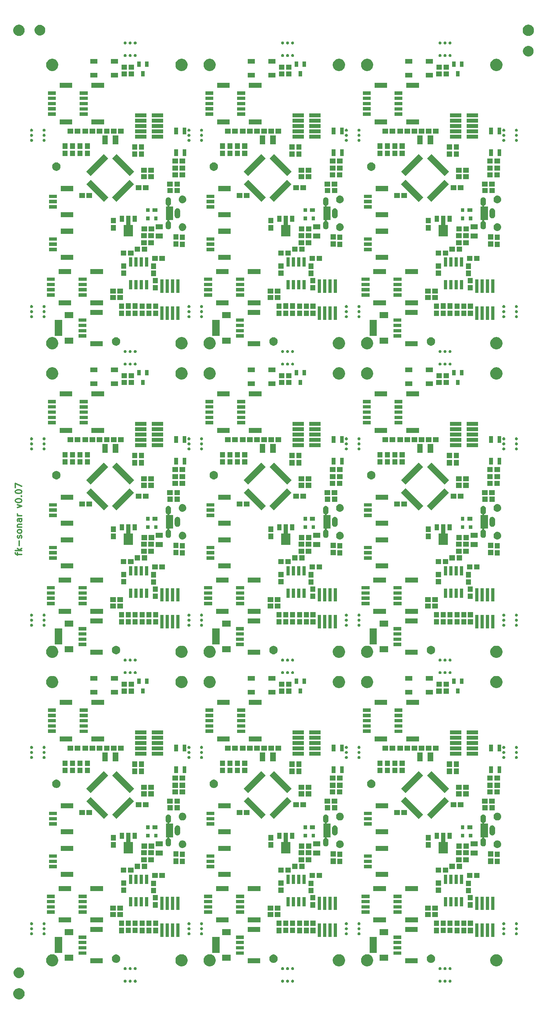
<source format=gbr>
G04 #@! TF.GenerationSoftware,KiCad,Pcbnew,(5.0.0)*
G04 #@! TF.CreationDate,2019-01-02T15:44:26-06:00*
G04 #@! TF.ProjectId,fk-sonar-v0.07-03x03,666B2D736F6E61722D76302E30372D30,0.1*
G04 #@! TF.SameCoordinates,Original*
G04 #@! TF.FileFunction,Soldermask,Top*
G04 #@! TF.FilePolarity,Negative*
%FSLAX46Y46*%
G04 Gerber Fmt 4.6, Leading zero omitted, Abs format (unit mm)*
G04 Created by KiCad (PCBNEW (5.0.0)) date 01/02/19 15:44:26*
%MOMM*%
%LPD*%
G01*
G04 APERTURE LIST*
%ADD10C,0.300000*%
%ADD11C,0.100000*%
G04 APERTURE END LIST*
D10*
X66778571Y-136060828D02*
X66778571Y-135489400D01*
X67778571Y-135846542D02*
X66492857Y-135846542D01*
X66350000Y-135775114D01*
X66278571Y-135632257D01*
X66278571Y-135489400D01*
X67778571Y-134989400D02*
X66278571Y-134989400D01*
X67207142Y-134846542D02*
X67778571Y-134417971D01*
X66778571Y-134417971D02*
X67350000Y-134989400D01*
X67207142Y-133775114D02*
X67207142Y-132632257D01*
X67707142Y-131989400D02*
X67778571Y-131846542D01*
X67778571Y-131560828D01*
X67707142Y-131417971D01*
X67564285Y-131346542D01*
X67492857Y-131346542D01*
X67350000Y-131417971D01*
X67278571Y-131560828D01*
X67278571Y-131775114D01*
X67207142Y-131917971D01*
X67064285Y-131989400D01*
X66992857Y-131989400D01*
X66850000Y-131917971D01*
X66778571Y-131775114D01*
X66778571Y-131560828D01*
X66850000Y-131417971D01*
X67778571Y-130489400D02*
X67707142Y-130632257D01*
X67635714Y-130703685D01*
X67492857Y-130775114D01*
X67064285Y-130775114D01*
X66921428Y-130703685D01*
X66850000Y-130632257D01*
X66778571Y-130489400D01*
X66778571Y-130275114D01*
X66850000Y-130132257D01*
X66921428Y-130060828D01*
X67064285Y-129989400D01*
X67492857Y-129989400D01*
X67635714Y-130060828D01*
X67707142Y-130132257D01*
X67778571Y-130275114D01*
X67778571Y-130489400D01*
X66778571Y-129346542D02*
X67778571Y-129346542D01*
X66921428Y-129346542D02*
X66850000Y-129275114D01*
X66778571Y-129132257D01*
X66778571Y-128917971D01*
X66850000Y-128775114D01*
X66992857Y-128703685D01*
X67778571Y-128703685D01*
X67778571Y-127346542D02*
X66992857Y-127346542D01*
X66850000Y-127417971D01*
X66778571Y-127560828D01*
X66778571Y-127846542D01*
X66850000Y-127989400D01*
X67707142Y-127346542D02*
X67778571Y-127489400D01*
X67778571Y-127846542D01*
X67707142Y-127989400D01*
X67564285Y-128060828D01*
X67421428Y-128060828D01*
X67278571Y-127989400D01*
X67207142Y-127846542D01*
X67207142Y-127489400D01*
X67135714Y-127346542D01*
X67778571Y-126632257D02*
X66778571Y-126632257D01*
X67064285Y-126632257D02*
X66921428Y-126560828D01*
X66850000Y-126489400D01*
X66778571Y-126346542D01*
X66778571Y-126203685D01*
X66778571Y-124703685D02*
X67778571Y-124346542D01*
X66778571Y-123989400D01*
X66278571Y-123132257D02*
X66278571Y-122989400D01*
X66350000Y-122846542D01*
X66421428Y-122775114D01*
X66564285Y-122703685D01*
X66850000Y-122632257D01*
X67207142Y-122632257D01*
X67492857Y-122703685D01*
X67635714Y-122775114D01*
X67707142Y-122846542D01*
X67778571Y-122989400D01*
X67778571Y-123132257D01*
X67707142Y-123275114D01*
X67635714Y-123346542D01*
X67492857Y-123417971D01*
X67207142Y-123489400D01*
X66850000Y-123489400D01*
X66564285Y-123417971D01*
X66421428Y-123346542D01*
X66350000Y-123275114D01*
X66278571Y-123132257D01*
X67635714Y-121989400D02*
X67707142Y-121917971D01*
X67778571Y-121989400D01*
X67707142Y-122060828D01*
X67635714Y-121989400D01*
X67778571Y-121989400D01*
X66278571Y-120989400D02*
X66278571Y-120846542D01*
X66350000Y-120703685D01*
X66421428Y-120632257D01*
X66564285Y-120560828D01*
X66850000Y-120489400D01*
X67207142Y-120489400D01*
X67492857Y-120560828D01*
X67635714Y-120632257D01*
X67707142Y-120703685D01*
X67778571Y-120846542D01*
X67778571Y-120989400D01*
X67707142Y-121132257D01*
X67635714Y-121203685D01*
X67492857Y-121275114D01*
X67207142Y-121346542D01*
X66850000Y-121346542D01*
X66564285Y-121275114D01*
X66421428Y-121203685D01*
X66350000Y-121132257D01*
X66278571Y-120989400D01*
X66278571Y-119989400D02*
X66278571Y-118989400D01*
X67778571Y-119632257D01*
D11*
G36*
X67493778Y-239221879D02*
X67739466Y-239323646D01*
X67960578Y-239471389D01*
X68148611Y-239659422D01*
X68296354Y-239880534D01*
X68398121Y-240126222D01*
X68450000Y-240387035D01*
X68450000Y-240652965D01*
X68398121Y-240913778D01*
X68296354Y-241159466D01*
X68148611Y-241380578D01*
X67960578Y-241568611D01*
X67739466Y-241716354D01*
X67493778Y-241818121D01*
X67232965Y-241870000D01*
X66967035Y-241870000D01*
X66706222Y-241818121D01*
X66460534Y-241716354D01*
X66239422Y-241568611D01*
X66051389Y-241380578D01*
X65903646Y-241159466D01*
X65801879Y-240913778D01*
X65750000Y-240652965D01*
X65750000Y-240387035D01*
X65801879Y-240126222D01*
X65903646Y-239880534D01*
X66051389Y-239659422D01*
X66239422Y-239471389D01*
X66460534Y-239323646D01*
X66706222Y-239221879D01*
X66967035Y-239170000D01*
X67232965Y-239170000D01*
X67493778Y-239221879D01*
X67493778Y-239221879D01*
G37*
G36*
X169851377Y-237173362D02*
X169902091Y-237183450D01*
X169965787Y-237209834D01*
X170023112Y-237248137D01*
X170071863Y-237296888D01*
X170110166Y-237354213D01*
X170136550Y-237417909D01*
X170150000Y-237485528D01*
X170150000Y-237554472D01*
X170136550Y-237622091D01*
X170110166Y-237685787D01*
X170071863Y-237743112D01*
X170023112Y-237791863D01*
X169965787Y-237830166D01*
X169902091Y-237856550D01*
X169851377Y-237866638D01*
X169834473Y-237870000D01*
X169765527Y-237870000D01*
X169748623Y-237866638D01*
X169697909Y-237856550D01*
X169634213Y-237830166D01*
X169576888Y-237791863D01*
X169528137Y-237743112D01*
X169489834Y-237685787D01*
X169463450Y-237622091D01*
X169450000Y-237554472D01*
X169450000Y-237485528D01*
X169463450Y-237417909D01*
X169489834Y-237354213D01*
X169528137Y-237296888D01*
X169576888Y-237248137D01*
X169634213Y-237209834D01*
X169697909Y-237183450D01*
X169748623Y-237173362D01*
X169765527Y-237170000D01*
X169834473Y-237170000D01*
X169851377Y-237173362D01*
X169851377Y-237173362D01*
G37*
G36*
X168651377Y-237173362D02*
X168702091Y-237183450D01*
X168765787Y-237209834D01*
X168823112Y-237248137D01*
X168871863Y-237296888D01*
X168910166Y-237354213D01*
X168936550Y-237417909D01*
X168950000Y-237485528D01*
X168950000Y-237554472D01*
X168936550Y-237622091D01*
X168910166Y-237685787D01*
X168871863Y-237743112D01*
X168823112Y-237791863D01*
X168765787Y-237830166D01*
X168702091Y-237856550D01*
X168651377Y-237866638D01*
X168634473Y-237870000D01*
X168565527Y-237870000D01*
X168548623Y-237866638D01*
X168497909Y-237856550D01*
X168434213Y-237830166D01*
X168376888Y-237791863D01*
X168328137Y-237743112D01*
X168289834Y-237685787D01*
X168263450Y-237622091D01*
X168250000Y-237554472D01*
X168250000Y-237485528D01*
X168263450Y-237417909D01*
X168289834Y-237354213D01*
X168328137Y-237296888D01*
X168376888Y-237248137D01*
X168434213Y-237209834D01*
X168497909Y-237183450D01*
X168548623Y-237173362D01*
X168565527Y-237170000D01*
X168634473Y-237170000D01*
X168651377Y-237173362D01*
X168651377Y-237173362D01*
G37*
G36*
X167451377Y-237173362D02*
X167502091Y-237183450D01*
X167565787Y-237209834D01*
X167623112Y-237248137D01*
X167671863Y-237296888D01*
X167710166Y-237354213D01*
X167736550Y-237417909D01*
X167750000Y-237485528D01*
X167750000Y-237554472D01*
X167736550Y-237622091D01*
X167710166Y-237685787D01*
X167671863Y-237743112D01*
X167623112Y-237791863D01*
X167565787Y-237830166D01*
X167502091Y-237856550D01*
X167451377Y-237866638D01*
X167434473Y-237870000D01*
X167365527Y-237870000D01*
X167348623Y-237866638D01*
X167297909Y-237856550D01*
X167234213Y-237830166D01*
X167176888Y-237791863D01*
X167128137Y-237743112D01*
X167089834Y-237685787D01*
X167063450Y-237622091D01*
X167050000Y-237554472D01*
X167050000Y-237485528D01*
X167063450Y-237417909D01*
X167089834Y-237354213D01*
X167128137Y-237296888D01*
X167176888Y-237248137D01*
X167234213Y-237209834D01*
X167297909Y-237183450D01*
X167348623Y-237173362D01*
X167365527Y-237170000D01*
X167434473Y-237170000D01*
X167451377Y-237173362D01*
X167451377Y-237173362D01*
G37*
G36*
X129951377Y-237173362D02*
X130002091Y-237183450D01*
X130065787Y-237209834D01*
X130123112Y-237248137D01*
X130171863Y-237296888D01*
X130210166Y-237354213D01*
X130236550Y-237417909D01*
X130250000Y-237485528D01*
X130250000Y-237554472D01*
X130236550Y-237622091D01*
X130210166Y-237685787D01*
X130171863Y-237743112D01*
X130123112Y-237791863D01*
X130065787Y-237830166D01*
X130002091Y-237856550D01*
X129951377Y-237866638D01*
X129934473Y-237870000D01*
X129865527Y-237870000D01*
X129848623Y-237866638D01*
X129797909Y-237856550D01*
X129734213Y-237830166D01*
X129676888Y-237791863D01*
X129628137Y-237743112D01*
X129589834Y-237685787D01*
X129563450Y-237622091D01*
X129550000Y-237554472D01*
X129550000Y-237485528D01*
X129563450Y-237417909D01*
X129589834Y-237354213D01*
X129628137Y-237296888D01*
X129676888Y-237248137D01*
X129734213Y-237209834D01*
X129797909Y-237183450D01*
X129848623Y-237173362D01*
X129865527Y-237170000D01*
X129934473Y-237170000D01*
X129951377Y-237173362D01*
X129951377Y-237173362D01*
G37*
G36*
X131151377Y-237173362D02*
X131202091Y-237183450D01*
X131265787Y-237209834D01*
X131323112Y-237248137D01*
X131371863Y-237296888D01*
X131410166Y-237354213D01*
X131436550Y-237417909D01*
X131450000Y-237485528D01*
X131450000Y-237554472D01*
X131436550Y-237622091D01*
X131410166Y-237685787D01*
X131371863Y-237743112D01*
X131323112Y-237791863D01*
X131265787Y-237830166D01*
X131202091Y-237856550D01*
X131151377Y-237866638D01*
X131134473Y-237870000D01*
X131065527Y-237870000D01*
X131048623Y-237866638D01*
X130997909Y-237856550D01*
X130934213Y-237830166D01*
X130876888Y-237791863D01*
X130828137Y-237743112D01*
X130789834Y-237685787D01*
X130763450Y-237622091D01*
X130750000Y-237554472D01*
X130750000Y-237485528D01*
X130763450Y-237417909D01*
X130789834Y-237354213D01*
X130828137Y-237296888D01*
X130876888Y-237248137D01*
X130934213Y-237209834D01*
X130997909Y-237183450D01*
X131048623Y-237173362D01*
X131065527Y-237170000D01*
X131134473Y-237170000D01*
X131151377Y-237173362D01*
X131151377Y-237173362D01*
G37*
G36*
X94851377Y-237173362D02*
X94902091Y-237183450D01*
X94965787Y-237209834D01*
X95023112Y-237248137D01*
X95071863Y-237296888D01*
X95110166Y-237354213D01*
X95136550Y-237417909D01*
X95150000Y-237485528D01*
X95150000Y-237554472D01*
X95136550Y-237622091D01*
X95110166Y-237685787D01*
X95071863Y-237743112D01*
X95023112Y-237791863D01*
X94965787Y-237830166D01*
X94902091Y-237856550D01*
X94851377Y-237866638D01*
X94834473Y-237870000D01*
X94765527Y-237870000D01*
X94748623Y-237866638D01*
X94697909Y-237856550D01*
X94634213Y-237830166D01*
X94576888Y-237791863D01*
X94528137Y-237743112D01*
X94489834Y-237685787D01*
X94463450Y-237622091D01*
X94450000Y-237554472D01*
X94450000Y-237485528D01*
X94463450Y-237417909D01*
X94489834Y-237354213D01*
X94528137Y-237296888D01*
X94576888Y-237248137D01*
X94634213Y-237209834D01*
X94697909Y-237183450D01*
X94748623Y-237173362D01*
X94765527Y-237170000D01*
X94834473Y-237170000D01*
X94851377Y-237173362D01*
X94851377Y-237173362D01*
G37*
G36*
X93651377Y-237173362D02*
X93702091Y-237183450D01*
X93765787Y-237209834D01*
X93823112Y-237248137D01*
X93871863Y-237296888D01*
X93910166Y-237354213D01*
X93936550Y-237417909D01*
X93950000Y-237485528D01*
X93950000Y-237554472D01*
X93936550Y-237622091D01*
X93910166Y-237685787D01*
X93871863Y-237743112D01*
X93823112Y-237791863D01*
X93765787Y-237830166D01*
X93702091Y-237856550D01*
X93651377Y-237866638D01*
X93634473Y-237870000D01*
X93565527Y-237870000D01*
X93548623Y-237866638D01*
X93497909Y-237856550D01*
X93434213Y-237830166D01*
X93376888Y-237791863D01*
X93328137Y-237743112D01*
X93289834Y-237685787D01*
X93263450Y-237622091D01*
X93250000Y-237554472D01*
X93250000Y-237485528D01*
X93263450Y-237417909D01*
X93289834Y-237354213D01*
X93328137Y-237296888D01*
X93376888Y-237248137D01*
X93434213Y-237209834D01*
X93497909Y-237183450D01*
X93548623Y-237173362D01*
X93565527Y-237170000D01*
X93634473Y-237170000D01*
X93651377Y-237173362D01*
X93651377Y-237173362D01*
G37*
G36*
X92451377Y-237173362D02*
X92502091Y-237183450D01*
X92565787Y-237209834D01*
X92623112Y-237248137D01*
X92671863Y-237296888D01*
X92710166Y-237354213D01*
X92736550Y-237417909D01*
X92750000Y-237485528D01*
X92750000Y-237554472D01*
X92736550Y-237622091D01*
X92710166Y-237685787D01*
X92671863Y-237743112D01*
X92623112Y-237791863D01*
X92565787Y-237830166D01*
X92502091Y-237856550D01*
X92451377Y-237866638D01*
X92434473Y-237870000D01*
X92365527Y-237870000D01*
X92348623Y-237866638D01*
X92297909Y-237856550D01*
X92234213Y-237830166D01*
X92176888Y-237791863D01*
X92128137Y-237743112D01*
X92089834Y-237685787D01*
X92063450Y-237622091D01*
X92050000Y-237554472D01*
X92050000Y-237485528D01*
X92063450Y-237417909D01*
X92089834Y-237354213D01*
X92128137Y-237296888D01*
X92176888Y-237248137D01*
X92234213Y-237209834D01*
X92297909Y-237183450D01*
X92348623Y-237173362D01*
X92365527Y-237170000D01*
X92434473Y-237170000D01*
X92451377Y-237173362D01*
X92451377Y-237173362D01*
G37*
G36*
X132351377Y-237173362D02*
X132402091Y-237183450D01*
X132465787Y-237209834D01*
X132523112Y-237248137D01*
X132571863Y-237296888D01*
X132610166Y-237354213D01*
X132636550Y-237417909D01*
X132650000Y-237485528D01*
X132650000Y-237554472D01*
X132636550Y-237622091D01*
X132610166Y-237685787D01*
X132571863Y-237743112D01*
X132523112Y-237791863D01*
X132465787Y-237830166D01*
X132402091Y-237856550D01*
X132351377Y-237866638D01*
X132334473Y-237870000D01*
X132265527Y-237870000D01*
X132248623Y-237866638D01*
X132197909Y-237856550D01*
X132134213Y-237830166D01*
X132076888Y-237791863D01*
X132028137Y-237743112D01*
X131989834Y-237685787D01*
X131963450Y-237622091D01*
X131950000Y-237554472D01*
X131950000Y-237485528D01*
X131963450Y-237417909D01*
X131989834Y-237354213D01*
X132028137Y-237296888D01*
X132076888Y-237248137D01*
X132134213Y-237209834D01*
X132197909Y-237183450D01*
X132248623Y-237173362D01*
X132265527Y-237170000D01*
X132334473Y-237170000D01*
X132351377Y-237173362D01*
X132351377Y-237173362D01*
G37*
G36*
X67347765Y-234274403D02*
X67470445Y-234298805D01*
X67701571Y-234394541D01*
X67909581Y-234533529D01*
X68086471Y-234710419D01*
X68086473Y-234710422D01*
X68225459Y-234918429D01*
X68321195Y-235149555D01*
X68370000Y-235394916D01*
X68370000Y-235645084D01*
X68321195Y-235890445D01*
X68225459Y-236121571D01*
X68086471Y-236329581D01*
X67909581Y-236506471D01*
X67909578Y-236506473D01*
X67701571Y-236645459D01*
X67470445Y-236741195D01*
X67347765Y-236765597D01*
X67225086Y-236790000D01*
X66974914Y-236790000D01*
X66852235Y-236765597D01*
X66729555Y-236741195D01*
X66498429Y-236645459D01*
X66290422Y-236506473D01*
X66290419Y-236506471D01*
X66113529Y-236329581D01*
X65974541Y-236121571D01*
X65878805Y-235890445D01*
X65830000Y-235645084D01*
X65830000Y-235394916D01*
X65878805Y-235149555D01*
X65974541Y-234918429D01*
X66113527Y-234710422D01*
X66113529Y-234710419D01*
X66290419Y-234533529D01*
X66498429Y-234394541D01*
X66729555Y-234298805D01*
X66852235Y-234274403D01*
X66974914Y-234250000D01*
X67225086Y-234250000D01*
X67347765Y-234274403D01*
X67347765Y-234274403D01*
G37*
G36*
X131151377Y-234173362D02*
X131202091Y-234183450D01*
X131265787Y-234209834D01*
X131323112Y-234248137D01*
X131371863Y-234296888D01*
X131410166Y-234354213D01*
X131436550Y-234417909D01*
X131450000Y-234485528D01*
X131450000Y-234554472D01*
X131436550Y-234622091D01*
X131410166Y-234685787D01*
X131371863Y-234743112D01*
X131323112Y-234791863D01*
X131265787Y-234830166D01*
X131202091Y-234856550D01*
X131151377Y-234866637D01*
X131134473Y-234870000D01*
X131065527Y-234870000D01*
X131048623Y-234866637D01*
X130997909Y-234856550D01*
X130934213Y-234830166D01*
X130876888Y-234791863D01*
X130828137Y-234743112D01*
X130789834Y-234685787D01*
X130763450Y-234622091D01*
X130750000Y-234554472D01*
X130750000Y-234485528D01*
X130763450Y-234417909D01*
X130789834Y-234354213D01*
X130828137Y-234296888D01*
X130876888Y-234248137D01*
X130934213Y-234209834D01*
X130997909Y-234183450D01*
X131048623Y-234173362D01*
X131065527Y-234170000D01*
X131134473Y-234170000D01*
X131151377Y-234173362D01*
X131151377Y-234173362D01*
G37*
G36*
X92451377Y-234173362D02*
X92502091Y-234183450D01*
X92565787Y-234209834D01*
X92623112Y-234248137D01*
X92671863Y-234296888D01*
X92710166Y-234354213D01*
X92736550Y-234417909D01*
X92750000Y-234485528D01*
X92750000Y-234554472D01*
X92736550Y-234622091D01*
X92710166Y-234685787D01*
X92671863Y-234743112D01*
X92623112Y-234791863D01*
X92565787Y-234830166D01*
X92502091Y-234856550D01*
X92451377Y-234866637D01*
X92434473Y-234870000D01*
X92365527Y-234870000D01*
X92348623Y-234866637D01*
X92297909Y-234856550D01*
X92234213Y-234830166D01*
X92176888Y-234791863D01*
X92128137Y-234743112D01*
X92089834Y-234685787D01*
X92063450Y-234622091D01*
X92050000Y-234554472D01*
X92050000Y-234485528D01*
X92063450Y-234417909D01*
X92089834Y-234354213D01*
X92128137Y-234296888D01*
X92176888Y-234248137D01*
X92234213Y-234209834D01*
X92297909Y-234183450D01*
X92348623Y-234173362D01*
X92365527Y-234170000D01*
X92434473Y-234170000D01*
X92451377Y-234173362D01*
X92451377Y-234173362D01*
G37*
G36*
X93651377Y-234173362D02*
X93702091Y-234183450D01*
X93765787Y-234209834D01*
X93823112Y-234248137D01*
X93871863Y-234296888D01*
X93910166Y-234354213D01*
X93936550Y-234417909D01*
X93950000Y-234485528D01*
X93950000Y-234554472D01*
X93936550Y-234622091D01*
X93910166Y-234685787D01*
X93871863Y-234743112D01*
X93823112Y-234791863D01*
X93765787Y-234830166D01*
X93702091Y-234856550D01*
X93651377Y-234866637D01*
X93634473Y-234870000D01*
X93565527Y-234870000D01*
X93548623Y-234866637D01*
X93497909Y-234856550D01*
X93434213Y-234830166D01*
X93376888Y-234791863D01*
X93328137Y-234743112D01*
X93289834Y-234685787D01*
X93263450Y-234622091D01*
X93250000Y-234554472D01*
X93250000Y-234485528D01*
X93263450Y-234417909D01*
X93289834Y-234354213D01*
X93328137Y-234296888D01*
X93376888Y-234248137D01*
X93434213Y-234209834D01*
X93497909Y-234183450D01*
X93548623Y-234173362D01*
X93565527Y-234170000D01*
X93634473Y-234170000D01*
X93651377Y-234173362D01*
X93651377Y-234173362D01*
G37*
G36*
X167451377Y-234173362D02*
X167502091Y-234183450D01*
X167565787Y-234209834D01*
X167623112Y-234248137D01*
X167671863Y-234296888D01*
X167710166Y-234354213D01*
X167736550Y-234417909D01*
X167750000Y-234485528D01*
X167750000Y-234554472D01*
X167736550Y-234622091D01*
X167710166Y-234685787D01*
X167671863Y-234743112D01*
X167623112Y-234791863D01*
X167565787Y-234830166D01*
X167502091Y-234856550D01*
X167451377Y-234866637D01*
X167434473Y-234870000D01*
X167365527Y-234870000D01*
X167348623Y-234866637D01*
X167297909Y-234856550D01*
X167234213Y-234830166D01*
X167176888Y-234791863D01*
X167128137Y-234743112D01*
X167089834Y-234685787D01*
X167063450Y-234622091D01*
X167050000Y-234554472D01*
X167050000Y-234485528D01*
X167063450Y-234417909D01*
X167089834Y-234354213D01*
X167128137Y-234296888D01*
X167176888Y-234248137D01*
X167234213Y-234209834D01*
X167297909Y-234183450D01*
X167348623Y-234173362D01*
X167365527Y-234170000D01*
X167434473Y-234170000D01*
X167451377Y-234173362D01*
X167451377Y-234173362D01*
G37*
G36*
X168651377Y-234173362D02*
X168702091Y-234183450D01*
X168765787Y-234209834D01*
X168823112Y-234248137D01*
X168871863Y-234296888D01*
X168910166Y-234354213D01*
X168936550Y-234417909D01*
X168950000Y-234485528D01*
X168950000Y-234554472D01*
X168936550Y-234622091D01*
X168910166Y-234685787D01*
X168871863Y-234743112D01*
X168823112Y-234791863D01*
X168765787Y-234830166D01*
X168702091Y-234856550D01*
X168651377Y-234866637D01*
X168634473Y-234870000D01*
X168565527Y-234870000D01*
X168548623Y-234866637D01*
X168497909Y-234856550D01*
X168434213Y-234830166D01*
X168376888Y-234791863D01*
X168328137Y-234743112D01*
X168289834Y-234685787D01*
X168263450Y-234622091D01*
X168250000Y-234554472D01*
X168250000Y-234485528D01*
X168263450Y-234417909D01*
X168289834Y-234354213D01*
X168328137Y-234296888D01*
X168376888Y-234248137D01*
X168434213Y-234209834D01*
X168497909Y-234183450D01*
X168548623Y-234173362D01*
X168565527Y-234170000D01*
X168634473Y-234170000D01*
X168651377Y-234173362D01*
X168651377Y-234173362D01*
G37*
G36*
X169851377Y-234173362D02*
X169902091Y-234183450D01*
X169965787Y-234209834D01*
X170023112Y-234248137D01*
X170071863Y-234296888D01*
X170110166Y-234354213D01*
X170136550Y-234417909D01*
X170150000Y-234485528D01*
X170150000Y-234554472D01*
X170136550Y-234622091D01*
X170110166Y-234685787D01*
X170071863Y-234743112D01*
X170023112Y-234791863D01*
X169965787Y-234830166D01*
X169902091Y-234856550D01*
X169851377Y-234866637D01*
X169834473Y-234870000D01*
X169765527Y-234870000D01*
X169748623Y-234866637D01*
X169697909Y-234856550D01*
X169634213Y-234830166D01*
X169576888Y-234791863D01*
X169528137Y-234743112D01*
X169489834Y-234685787D01*
X169463450Y-234622091D01*
X169450000Y-234554472D01*
X169450000Y-234485528D01*
X169463450Y-234417909D01*
X169489834Y-234354213D01*
X169528137Y-234296888D01*
X169576888Y-234248137D01*
X169634213Y-234209834D01*
X169697909Y-234183450D01*
X169748623Y-234173362D01*
X169765527Y-234170000D01*
X169834473Y-234170000D01*
X169851377Y-234173362D01*
X169851377Y-234173362D01*
G37*
G36*
X129951377Y-234173362D02*
X130002091Y-234183450D01*
X130065787Y-234209834D01*
X130123112Y-234248137D01*
X130171863Y-234296888D01*
X130210166Y-234354213D01*
X130236550Y-234417909D01*
X130250000Y-234485528D01*
X130250000Y-234554472D01*
X130236550Y-234622091D01*
X130210166Y-234685787D01*
X130171863Y-234743112D01*
X130123112Y-234791863D01*
X130065787Y-234830166D01*
X130002091Y-234856550D01*
X129951377Y-234866637D01*
X129934473Y-234870000D01*
X129865527Y-234870000D01*
X129848623Y-234866637D01*
X129797909Y-234856550D01*
X129734213Y-234830166D01*
X129676888Y-234791863D01*
X129628137Y-234743112D01*
X129589834Y-234685787D01*
X129563450Y-234622091D01*
X129550000Y-234554472D01*
X129550000Y-234485528D01*
X129563450Y-234417909D01*
X129589834Y-234354213D01*
X129628137Y-234296888D01*
X129676888Y-234248137D01*
X129734213Y-234209834D01*
X129797909Y-234183450D01*
X129848623Y-234173362D01*
X129865527Y-234170000D01*
X129934473Y-234170000D01*
X129951377Y-234173362D01*
X129951377Y-234173362D01*
G37*
G36*
X132351377Y-234173362D02*
X132402091Y-234183450D01*
X132465787Y-234209834D01*
X132523112Y-234248137D01*
X132571863Y-234296888D01*
X132610166Y-234354213D01*
X132636550Y-234417909D01*
X132650000Y-234485528D01*
X132650000Y-234554472D01*
X132636550Y-234622091D01*
X132610166Y-234685787D01*
X132571863Y-234743112D01*
X132523112Y-234791863D01*
X132465787Y-234830166D01*
X132402091Y-234856550D01*
X132351377Y-234866637D01*
X132334473Y-234870000D01*
X132265527Y-234870000D01*
X132248623Y-234866637D01*
X132197909Y-234856550D01*
X132134213Y-234830166D01*
X132076888Y-234791863D01*
X132028137Y-234743112D01*
X131989834Y-234685787D01*
X131963450Y-234622091D01*
X131950000Y-234554472D01*
X131950000Y-234485528D01*
X131963450Y-234417909D01*
X131989834Y-234354213D01*
X132028137Y-234296888D01*
X132076888Y-234248137D01*
X132134213Y-234209834D01*
X132197909Y-234183450D01*
X132248623Y-234173362D01*
X132265527Y-234170000D01*
X132334473Y-234170000D01*
X132351377Y-234173362D01*
X132351377Y-234173362D01*
G37*
G36*
X94851377Y-234173362D02*
X94902091Y-234183450D01*
X94965787Y-234209834D01*
X95023112Y-234248137D01*
X95071863Y-234296888D01*
X95110166Y-234354213D01*
X95136550Y-234417909D01*
X95150000Y-234485528D01*
X95150000Y-234554472D01*
X95136550Y-234622091D01*
X95110166Y-234685787D01*
X95071863Y-234743112D01*
X95023112Y-234791863D01*
X94965787Y-234830166D01*
X94902091Y-234856550D01*
X94851377Y-234866637D01*
X94834473Y-234870000D01*
X94765527Y-234870000D01*
X94748623Y-234866637D01*
X94697909Y-234856550D01*
X94634213Y-234830166D01*
X94576888Y-234791863D01*
X94528137Y-234743112D01*
X94489834Y-234685787D01*
X94463450Y-234622091D01*
X94450000Y-234554472D01*
X94450000Y-234485528D01*
X94463450Y-234417909D01*
X94489834Y-234354213D01*
X94528137Y-234296888D01*
X94576888Y-234248137D01*
X94634213Y-234209834D01*
X94697909Y-234183450D01*
X94748623Y-234173362D01*
X94765527Y-234170000D01*
X94834473Y-234170000D01*
X94851377Y-234173362D01*
X94851377Y-234173362D01*
G37*
G36*
X181255747Y-231156522D02*
X181519633Y-231265827D01*
X181757124Y-231424513D01*
X181959087Y-231626476D01*
X182117773Y-231863967D01*
X182227078Y-232127853D01*
X182282800Y-232407986D01*
X182282800Y-232693614D01*
X182227078Y-232973747D01*
X182117773Y-233237633D01*
X181959087Y-233475124D01*
X181757124Y-233677087D01*
X181519633Y-233835773D01*
X181255747Y-233945078D01*
X180975614Y-234000800D01*
X180689986Y-234000800D01*
X180409853Y-233945078D01*
X180145967Y-233835773D01*
X179908476Y-233677087D01*
X179706513Y-233475124D01*
X179547827Y-233237633D01*
X179438522Y-232973747D01*
X179382800Y-232693614D01*
X179382800Y-232407986D01*
X179438522Y-232127853D01*
X179547827Y-231863967D01*
X179706513Y-231626476D01*
X179908476Y-231424513D01*
X180145967Y-231265827D01*
X180409853Y-231156522D01*
X180689986Y-231100800D01*
X180975614Y-231100800D01*
X181255747Y-231156522D01*
X181255747Y-231156522D01*
G37*
G36*
X75452947Y-231156522D02*
X75716833Y-231265827D01*
X75954324Y-231424513D01*
X76156287Y-231626476D01*
X76314973Y-231863967D01*
X76424278Y-232127853D01*
X76480000Y-232407986D01*
X76480000Y-232693614D01*
X76424278Y-232973747D01*
X76314973Y-233237633D01*
X76156287Y-233475124D01*
X75954324Y-233677087D01*
X75716833Y-233835773D01*
X75452947Y-233945078D01*
X75172814Y-234000800D01*
X74887186Y-234000800D01*
X74607053Y-233945078D01*
X74343167Y-233835773D01*
X74105676Y-233677087D01*
X73903713Y-233475124D01*
X73745027Y-233237633D01*
X73635722Y-232973747D01*
X73580000Y-232693614D01*
X73580000Y-232407986D01*
X73635722Y-232127853D01*
X73745027Y-231863967D01*
X73903713Y-231626476D01*
X74105676Y-231424513D01*
X74343167Y-231265827D01*
X74607053Y-231156522D01*
X74887186Y-231100800D01*
X75172814Y-231100800D01*
X75452947Y-231156522D01*
X75452947Y-231156522D01*
G37*
G36*
X112952947Y-231156522D02*
X113216833Y-231265827D01*
X113454324Y-231424513D01*
X113656287Y-231626476D01*
X113814973Y-231863967D01*
X113924278Y-232127853D01*
X113980000Y-232407986D01*
X113980000Y-232693614D01*
X113924278Y-232973747D01*
X113814973Y-233237633D01*
X113656287Y-233475124D01*
X113454324Y-233677087D01*
X113216833Y-233835773D01*
X112952947Y-233945078D01*
X112672814Y-234000800D01*
X112387186Y-234000800D01*
X112107053Y-233945078D01*
X111843167Y-233835773D01*
X111605676Y-233677087D01*
X111403713Y-233475124D01*
X111245027Y-233237633D01*
X111135722Y-232973747D01*
X111080000Y-232693614D01*
X111080000Y-232407986D01*
X111135722Y-232127853D01*
X111245027Y-231863967D01*
X111403713Y-231626476D01*
X111605676Y-231424513D01*
X111843167Y-231265827D01*
X112107053Y-231156522D01*
X112387186Y-231100800D01*
X112672814Y-231100800D01*
X112952947Y-231156522D01*
X112952947Y-231156522D01*
G37*
G36*
X150452947Y-231156522D02*
X150716833Y-231265827D01*
X150954324Y-231424513D01*
X151156287Y-231626476D01*
X151314973Y-231863967D01*
X151424278Y-232127853D01*
X151480000Y-232407986D01*
X151480000Y-232693614D01*
X151424278Y-232973747D01*
X151314973Y-233237633D01*
X151156287Y-233475124D01*
X150954324Y-233677087D01*
X150716833Y-233835773D01*
X150452947Y-233945078D01*
X150172814Y-234000800D01*
X149887186Y-234000800D01*
X149607053Y-233945078D01*
X149343167Y-233835773D01*
X149105676Y-233677087D01*
X148903713Y-233475124D01*
X148745027Y-233237633D01*
X148635722Y-232973747D01*
X148580000Y-232693614D01*
X148580000Y-232407986D01*
X148635722Y-232127853D01*
X148745027Y-231863967D01*
X148903713Y-231626476D01*
X149105676Y-231424513D01*
X149343167Y-231265827D01*
X149607053Y-231156522D01*
X149887186Y-231100800D01*
X150172814Y-231100800D01*
X150452947Y-231156522D01*
X150452947Y-231156522D01*
G37*
G36*
X106255747Y-231156522D02*
X106519633Y-231265827D01*
X106757124Y-231424513D01*
X106959087Y-231626476D01*
X107117773Y-231863967D01*
X107227078Y-232127853D01*
X107282800Y-232407986D01*
X107282800Y-232693614D01*
X107227078Y-232973747D01*
X107117773Y-233237633D01*
X106959087Y-233475124D01*
X106757124Y-233677087D01*
X106519633Y-233835773D01*
X106255747Y-233945078D01*
X105975614Y-234000800D01*
X105689986Y-234000800D01*
X105409853Y-233945078D01*
X105145967Y-233835773D01*
X104908476Y-233677087D01*
X104706513Y-233475124D01*
X104547827Y-233237633D01*
X104438522Y-232973747D01*
X104382800Y-232693614D01*
X104382800Y-232407986D01*
X104438522Y-232127853D01*
X104547827Y-231863967D01*
X104706513Y-231626476D01*
X104908476Y-231424513D01*
X105145967Y-231265827D01*
X105409853Y-231156522D01*
X105689986Y-231100800D01*
X105975614Y-231100800D01*
X106255747Y-231156522D01*
X106255747Y-231156522D01*
G37*
G36*
X143755747Y-231156522D02*
X144019633Y-231265827D01*
X144257124Y-231424513D01*
X144459087Y-231626476D01*
X144617773Y-231863967D01*
X144727078Y-232127853D01*
X144782800Y-232407986D01*
X144782800Y-232693614D01*
X144727078Y-232973747D01*
X144617773Y-233237633D01*
X144459087Y-233475124D01*
X144257124Y-233677087D01*
X144019633Y-233835773D01*
X143755747Y-233945078D01*
X143475614Y-234000800D01*
X143189986Y-234000800D01*
X142909853Y-233945078D01*
X142645967Y-233835773D01*
X142408476Y-233677087D01*
X142206513Y-233475124D01*
X142047827Y-233237633D01*
X141938522Y-232973747D01*
X141882800Y-232693614D01*
X141882800Y-232407986D01*
X141938522Y-232127853D01*
X142047827Y-231863967D01*
X142206513Y-231626476D01*
X142408476Y-231424513D01*
X142645967Y-231265827D01*
X142909853Y-231156522D01*
X143189986Y-231100800D01*
X143475614Y-231100800D01*
X143755747Y-231156522D01*
X143755747Y-231156522D01*
G37*
G36*
X162103800Y-233267400D02*
X159103800Y-233267400D01*
X159103800Y-232067400D01*
X162103800Y-232067400D01*
X162103800Y-233267400D01*
X162103800Y-233267400D01*
G37*
G36*
X124603800Y-233267400D02*
X121603800Y-233267400D01*
X121603800Y-232067400D01*
X124603800Y-232067400D01*
X124603800Y-233267400D01*
X124603800Y-233267400D01*
G37*
G36*
X87103800Y-233267400D02*
X84103800Y-233267400D01*
X84103800Y-232067400D01*
X87103800Y-232067400D01*
X87103800Y-233267400D01*
X87103800Y-233267400D01*
G37*
G36*
X127924770Y-231170872D02*
X128040689Y-231193929D01*
X128222678Y-231269311D01*
X128386463Y-231378749D01*
X128525751Y-231518037D01*
X128635189Y-231681822D01*
X128710571Y-231863811D01*
X128749000Y-232057009D01*
X128749000Y-232253991D01*
X128710571Y-232447189D01*
X128635189Y-232629178D01*
X128525751Y-232792963D01*
X128386463Y-232932251D01*
X128222678Y-233041689D01*
X128040689Y-233117071D01*
X127924770Y-233140128D01*
X127847493Y-233155500D01*
X127650507Y-233155500D01*
X127573230Y-233140128D01*
X127457311Y-233117071D01*
X127275322Y-233041689D01*
X127111537Y-232932251D01*
X126972249Y-232792963D01*
X126862811Y-232629178D01*
X126787429Y-232447189D01*
X126749000Y-232253991D01*
X126749000Y-232057009D01*
X126787429Y-231863811D01*
X126862811Y-231681822D01*
X126972249Y-231518037D01*
X127111537Y-231378749D01*
X127275322Y-231269311D01*
X127457311Y-231193929D01*
X127573230Y-231170872D01*
X127650507Y-231155500D01*
X127847493Y-231155500D01*
X127924770Y-231170872D01*
X127924770Y-231170872D01*
G37*
G36*
X90424770Y-231170872D02*
X90540689Y-231193929D01*
X90722678Y-231269311D01*
X90886463Y-231378749D01*
X91025751Y-231518037D01*
X91135189Y-231681822D01*
X91210571Y-231863811D01*
X91249000Y-232057009D01*
X91249000Y-232253991D01*
X91210571Y-232447189D01*
X91135189Y-232629178D01*
X91025751Y-232792963D01*
X90886463Y-232932251D01*
X90722678Y-233041689D01*
X90540689Y-233117071D01*
X90424770Y-233140128D01*
X90347493Y-233155500D01*
X90150507Y-233155500D01*
X90073230Y-233140128D01*
X89957311Y-233117071D01*
X89775322Y-233041689D01*
X89611537Y-232932251D01*
X89472249Y-232792963D01*
X89362811Y-232629178D01*
X89287429Y-232447189D01*
X89249000Y-232253991D01*
X89249000Y-232057009D01*
X89287429Y-231863811D01*
X89362811Y-231681822D01*
X89472249Y-231518037D01*
X89611537Y-231378749D01*
X89775322Y-231269311D01*
X89957311Y-231193929D01*
X90073230Y-231170872D01*
X90150507Y-231155500D01*
X90347493Y-231155500D01*
X90424770Y-231170872D01*
X90424770Y-231170872D01*
G37*
G36*
X165424770Y-231170872D02*
X165540689Y-231193929D01*
X165722678Y-231269311D01*
X165886463Y-231378749D01*
X166025751Y-231518037D01*
X166135189Y-231681822D01*
X166210571Y-231863811D01*
X166249000Y-232057009D01*
X166249000Y-232253991D01*
X166210571Y-232447189D01*
X166135189Y-232629178D01*
X166025751Y-232792963D01*
X165886463Y-232932251D01*
X165722678Y-233041689D01*
X165540689Y-233117071D01*
X165424770Y-233140128D01*
X165347493Y-233155500D01*
X165150507Y-233155500D01*
X165073230Y-233140128D01*
X164957311Y-233117071D01*
X164775322Y-233041689D01*
X164611537Y-232932251D01*
X164472249Y-232792963D01*
X164362811Y-232629178D01*
X164287429Y-232447189D01*
X164249000Y-232253991D01*
X164249000Y-232057009D01*
X164287429Y-231863811D01*
X164362811Y-231681822D01*
X164472249Y-231518037D01*
X164611537Y-231378749D01*
X164775322Y-231269311D01*
X164957311Y-231193929D01*
X165073230Y-231170872D01*
X165150507Y-231155500D01*
X165347493Y-231155500D01*
X165424770Y-231170872D01*
X165424770Y-231170872D01*
G37*
G36*
X155028400Y-232641600D02*
X153028400Y-232641600D01*
X153028400Y-231241600D01*
X155028400Y-231241600D01*
X155028400Y-232641600D01*
X155028400Y-232641600D01*
G37*
G36*
X117528400Y-232641600D02*
X115528400Y-232641600D01*
X115528400Y-231241600D01*
X117528400Y-231241600D01*
X117528400Y-232641600D01*
X117528400Y-232641600D01*
G37*
G36*
X80028400Y-232641600D02*
X78028400Y-232641600D01*
X78028400Y-231241600D01*
X80028400Y-231241600D01*
X80028400Y-232641600D01*
X80028400Y-232641600D01*
G37*
G36*
X158203800Y-231217400D02*
X156303800Y-231217400D01*
X156303800Y-230417400D01*
X158203800Y-230417400D01*
X158203800Y-231217400D01*
X158203800Y-231217400D01*
G37*
G36*
X120703800Y-231217400D02*
X118803800Y-231217400D01*
X118803800Y-230417400D01*
X120703800Y-230417400D01*
X120703800Y-231217400D01*
X120703800Y-231217400D01*
G37*
G36*
X83203800Y-231217400D02*
X81303800Y-231217400D01*
X81303800Y-230417400D01*
X83203800Y-230417400D01*
X83203800Y-231217400D01*
X83203800Y-231217400D01*
G37*
G36*
X77378400Y-230791600D02*
X75628400Y-230791600D01*
X75628400Y-226991600D01*
X77378400Y-226991600D01*
X77378400Y-230791600D01*
X77378400Y-230791600D01*
G37*
G36*
X114878400Y-230791600D02*
X113128400Y-230791600D01*
X113128400Y-226991600D01*
X114878400Y-226991600D01*
X114878400Y-230791600D01*
X114878400Y-230791600D01*
G37*
G36*
X152378400Y-230791600D02*
X150628400Y-230791600D01*
X150628400Y-226991600D01*
X152378400Y-226991600D01*
X152378400Y-230791600D01*
X152378400Y-230791600D01*
G37*
G36*
X120703800Y-229967400D02*
X118803800Y-229967400D01*
X118803800Y-229167400D01*
X120703800Y-229167400D01*
X120703800Y-229967400D01*
X120703800Y-229967400D01*
G37*
G36*
X158203800Y-229967400D02*
X156303800Y-229967400D01*
X156303800Y-229167400D01*
X158203800Y-229167400D01*
X158203800Y-229967400D01*
X158203800Y-229967400D01*
G37*
G36*
X83203800Y-229967400D02*
X81303800Y-229967400D01*
X81303800Y-229167400D01*
X83203800Y-229167400D01*
X83203800Y-229967400D01*
X83203800Y-229967400D01*
G37*
G36*
X158203800Y-228717400D02*
X156303800Y-228717400D01*
X156303800Y-227917400D01*
X158203800Y-227917400D01*
X158203800Y-228717400D01*
X158203800Y-228717400D01*
G37*
G36*
X83203800Y-228717400D02*
X81303800Y-228717400D01*
X81303800Y-227917400D01*
X83203800Y-227917400D01*
X83203800Y-228717400D01*
X83203800Y-228717400D01*
G37*
G36*
X120703800Y-228717400D02*
X118803800Y-228717400D01*
X118803800Y-227917400D01*
X120703800Y-227917400D01*
X120703800Y-228717400D01*
X120703800Y-228717400D01*
G37*
G36*
X158203800Y-227467400D02*
X156303800Y-227467400D01*
X156303800Y-226667400D01*
X158203800Y-226667400D01*
X158203800Y-227467400D01*
X158203800Y-227467400D01*
G37*
G36*
X83203800Y-227467400D02*
X81303800Y-227467400D01*
X81303800Y-226667400D01*
X83203800Y-226667400D01*
X83203800Y-227467400D01*
X83203800Y-227467400D01*
G37*
G36*
X120703800Y-227467400D02*
X118803800Y-227467400D01*
X118803800Y-226667400D01*
X120703800Y-226667400D01*
X120703800Y-227467400D01*
X120703800Y-227467400D01*
G37*
G36*
X102841000Y-226986000D02*
X102041000Y-226986000D01*
X102041000Y-223786000D01*
X102841000Y-223786000D01*
X102841000Y-226986000D01*
X102841000Y-226986000D01*
G37*
G36*
X142881000Y-226986000D02*
X142081000Y-226986000D01*
X142081000Y-223786000D01*
X142881000Y-223786000D01*
X142881000Y-226986000D01*
X142881000Y-226986000D01*
G37*
G36*
X141611000Y-226986000D02*
X140811000Y-226986000D01*
X140811000Y-223786000D01*
X141611000Y-223786000D01*
X141611000Y-226986000D01*
X141611000Y-226986000D01*
G37*
G36*
X101571000Y-226986000D02*
X100771000Y-226986000D01*
X100771000Y-223786000D01*
X101571000Y-223786000D01*
X101571000Y-226986000D01*
X101571000Y-226986000D01*
G37*
G36*
X140341000Y-226986000D02*
X139541000Y-226986000D01*
X139541000Y-223786000D01*
X140341000Y-223786000D01*
X140341000Y-226986000D01*
X140341000Y-226986000D01*
G37*
G36*
X139071000Y-226986000D02*
X138271000Y-226986000D01*
X138271000Y-223786000D01*
X139071000Y-223786000D01*
X139071000Y-226986000D01*
X139071000Y-226986000D01*
G37*
G36*
X180381000Y-226986000D02*
X179581000Y-226986000D01*
X179581000Y-223786000D01*
X180381000Y-223786000D01*
X180381000Y-226986000D01*
X180381000Y-226986000D01*
G37*
G36*
X104111000Y-226986000D02*
X103311000Y-226986000D01*
X103311000Y-223786000D01*
X104111000Y-223786000D01*
X104111000Y-226986000D01*
X104111000Y-226986000D01*
G37*
G36*
X105381000Y-226986000D02*
X104581000Y-226986000D01*
X104581000Y-223786000D01*
X105381000Y-223786000D01*
X105381000Y-226986000D01*
X105381000Y-226986000D01*
G37*
G36*
X179111000Y-226986000D02*
X178311000Y-226986000D01*
X178311000Y-223786000D01*
X179111000Y-223786000D01*
X179111000Y-226986000D01*
X179111000Y-226986000D01*
G37*
G36*
X177841000Y-226986000D02*
X177041000Y-226986000D01*
X177041000Y-223786000D01*
X177841000Y-223786000D01*
X177841000Y-226986000D01*
X177841000Y-226986000D01*
G37*
G36*
X176571000Y-226986000D02*
X175771000Y-226986000D01*
X175771000Y-223786000D01*
X176571000Y-223786000D01*
X176571000Y-226986000D01*
X176571000Y-226986000D01*
G37*
G36*
X70151377Y-225873362D02*
X70202091Y-225883450D01*
X70265787Y-225909834D01*
X70323112Y-225948137D01*
X70371863Y-225996888D01*
X70410166Y-226054213D01*
X70436550Y-226117909D01*
X70450000Y-226185528D01*
X70450000Y-226254472D01*
X70436550Y-226322091D01*
X70410166Y-226385787D01*
X70371863Y-226443112D01*
X70323112Y-226491863D01*
X70265787Y-226530166D01*
X70202091Y-226556550D01*
X70151377Y-226566637D01*
X70134473Y-226570000D01*
X70065527Y-226570000D01*
X70048623Y-226566637D01*
X69997909Y-226556550D01*
X69934213Y-226530166D01*
X69876888Y-226491863D01*
X69828137Y-226443112D01*
X69789834Y-226385787D01*
X69763450Y-226322091D01*
X69750000Y-226254472D01*
X69750000Y-226185528D01*
X69763450Y-226117909D01*
X69789834Y-226054213D01*
X69828137Y-225996888D01*
X69876888Y-225948137D01*
X69934213Y-225909834D01*
X69997909Y-225883450D01*
X70048623Y-225873362D01*
X70065527Y-225870000D01*
X70134473Y-225870000D01*
X70151377Y-225873362D01*
X70151377Y-225873362D01*
G37*
G36*
X145151377Y-225873362D02*
X145202091Y-225883450D01*
X145265787Y-225909834D01*
X145323112Y-225948137D01*
X145371863Y-225996888D01*
X145410166Y-226054213D01*
X145436550Y-226117909D01*
X145450000Y-226185528D01*
X145450000Y-226254472D01*
X145436550Y-226322091D01*
X145410166Y-226385787D01*
X145371863Y-226443112D01*
X145323112Y-226491863D01*
X145265787Y-226530166D01*
X145202091Y-226556550D01*
X145151377Y-226566637D01*
X145134473Y-226570000D01*
X145065527Y-226570000D01*
X145048623Y-226566637D01*
X144997909Y-226556550D01*
X144934213Y-226530166D01*
X144876888Y-226491863D01*
X144828137Y-226443112D01*
X144789834Y-226385787D01*
X144763450Y-226322091D01*
X144750000Y-226254472D01*
X144750000Y-226185528D01*
X144763450Y-226117909D01*
X144789834Y-226054213D01*
X144828137Y-225996888D01*
X144876888Y-225948137D01*
X144934213Y-225909834D01*
X144997909Y-225883450D01*
X145048623Y-225873362D01*
X145065527Y-225870000D01*
X145134473Y-225870000D01*
X145151377Y-225873362D01*
X145151377Y-225873362D01*
G37*
G36*
X148151377Y-225873362D02*
X148202091Y-225883450D01*
X148265787Y-225909834D01*
X148323112Y-225948137D01*
X148371863Y-225996888D01*
X148410166Y-226054213D01*
X148436550Y-226117909D01*
X148450000Y-226185528D01*
X148450000Y-226254472D01*
X148436550Y-226322091D01*
X148410166Y-226385787D01*
X148371863Y-226443112D01*
X148323112Y-226491863D01*
X148265787Y-226530166D01*
X148202091Y-226556550D01*
X148151377Y-226566637D01*
X148134473Y-226570000D01*
X148065527Y-226570000D01*
X148048623Y-226566637D01*
X147997909Y-226556550D01*
X147934213Y-226530166D01*
X147876888Y-226491863D01*
X147828137Y-226443112D01*
X147789834Y-226385787D01*
X147763450Y-226322091D01*
X147750000Y-226254472D01*
X147750000Y-226185528D01*
X147763450Y-226117909D01*
X147789834Y-226054213D01*
X147828137Y-225996888D01*
X147876888Y-225948137D01*
X147934213Y-225909834D01*
X147997909Y-225883450D01*
X148048623Y-225873362D01*
X148065527Y-225870000D01*
X148134473Y-225870000D01*
X148151377Y-225873362D01*
X148151377Y-225873362D01*
G37*
G36*
X107651377Y-225873362D02*
X107702091Y-225883450D01*
X107765787Y-225909834D01*
X107823112Y-225948137D01*
X107871863Y-225996888D01*
X107910166Y-226054213D01*
X107936550Y-226117909D01*
X107950000Y-226185528D01*
X107950000Y-226254472D01*
X107936550Y-226322091D01*
X107910166Y-226385787D01*
X107871863Y-226443112D01*
X107823112Y-226491863D01*
X107765787Y-226530166D01*
X107702091Y-226556550D01*
X107651377Y-226566637D01*
X107634473Y-226570000D01*
X107565527Y-226570000D01*
X107548623Y-226566637D01*
X107497909Y-226556550D01*
X107434213Y-226530166D01*
X107376888Y-226491863D01*
X107328137Y-226443112D01*
X107289834Y-226385787D01*
X107263450Y-226322091D01*
X107250000Y-226254472D01*
X107250000Y-226185528D01*
X107263450Y-226117909D01*
X107289834Y-226054213D01*
X107328137Y-225996888D01*
X107376888Y-225948137D01*
X107434213Y-225909834D01*
X107497909Y-225883450D01*
X107548623Y-225873362D01*
X107565527Y-225870000D01*
X107634473Y-225870000D01*
X107651377Y-225873362D01*
X107651377Y-225873362D01*
G37*
G36*
X110651377Y-225873362D02*
X110702091Y-225883450D01*
X110765787Y-225909834D01*
X110823112Y-225948137D01*
X110871863Y-225996888D01*
X110910166Y-226054213D01*
X110936550Y-226117909D01*
X110950000Y-226185528D01*
X110950000Y-226254472D01*
X110936550Y-226322091D01*
X110910166Y-226385787D01*
X110871863Y-226443112D01*
X110823112Y-226491863D01*
X110765787Y-226530166D01*
X110702091Y-226556550D01*
X110651377Y-226566637D01*
X110634473Y-226570000D01*
X110565527Y-226570000D01*
X110548623Y-226566637D01*
X110497909Y-226556550D01*
X110434213Y-226530166D01*
X110376888Y-226491863D01*
X110328137Y-226443112D01*
X110289834Y-226385787D01*
X110263450Y-226322091D01*
X110250000Y-226254472D01*
X110250000Y-226185528D01*
X110263450Y-226117909D01*
X110289834Y-226054213D01*
X110328137Y-225996888D01*
X110376888Y-225948137D01*
X110434213Y-225909834D01*
X110497909Y-225883450D01*
X110548623Y-225873362D01*
X110565527Y-225870000D01*
X110634473Y-225870000D01*
X110651377Y-225873362D01*
X110651377Y-225873362D01*
G37*
G36*
X73151377Y-225873362D02*
X73202091Y-225883450D01*
X73265787Y-225909834D01*
X73323112Y-225948137D01*
X73371863Y-225996888D01*
X73410166Y-226054213D01*
X73436550Y-226117909D01*
X73450000Y-226185528D01*
X73450000Y-226254472D01*
X73436550Y-226322091D01*
X73410166Y-226385787D01*
X73371863Y-226443112D01*
X73323112Y-226491863D01*
X73265787Y-226530166D01*
X73202091Y-226556550D01*
X73151377Y-226566637D01*
X73134473Y-226570000D01*
X73065527Y-226570000D01*
X73048623Y-226566637D01*
X72997909Y-226556550D01*
X72934213Y-226530166D01*
X72876888Y-226491863D01*
X72828137Y-226443112D01*
X72789834Y-226385787D01*
X72763450Y-226322091D01*
X72750000Y-226254472D01*
X72750000Y-226185528D01*
X72763450Y-226117909D01*
X72789834Y-226054213D01*
X72828137Y-225996888D01*
X72876888Y-225948137D01*
X72934213Y-225909834D01*
X72997909Y-225883450D01*
X73048623Y-225873362D01*
X73065527Y-225870000D01*
X73134473Y-225870000D01*
X73151377Y-225873362D01*
X73151377Y-225873362D01*
G37*
G36*
X182651377Y-225873362D02*
X182702091Y-225883450D01*
X182765787Y-225909834D01*
X182823112Y-225948137D01*
X182871863Y-225996888D01*
X182910166Y-226054213D01*
X182936550Y-226117909D01*
X182950000Y-226185528D01*
X182950000Y-226254472D01*
X182936550Y-226322091D01*
X182910166Y-226385787D01*
X182871863Y-226443112D01*
X182823112Y-226491863D01*
X182765787Y-226530166D01*
X182702091Y-226556550D01*
X182651377Y-226566637D01*
X182634473Y-226570000D01*
X182565527Y-226570000D01*
X182548623Y-226566637D01*
X182497909Y-226556550D01*
X182434213Y-226530166D01*
X182376888Y-226491863D01*
X182328137Y-226443112D01*
X182289834Y-226385787D01*
X182263450Y-226322091D01*
X182250000Y-226254472D01*
X182250000Y-226185528D01*
X182263450Y-226117909D01*
X182289834Y-226054213D01*
X182328137Y-225996888D01*
X182376888Y-225948137D01*
X182434213Y-225909834D01*
X182497909Y-225883450D01*
X182548623Y-225873362D01*
X182565527Y-225870000D01*
X182634473Y-225870000D01*
X182651377Y-225873362D01*
X182651377Y-225873362D01*
G37*
G36*
X185651377Y-225873362D02*
X185702091Y-225883450D01*
X185765787Y-225909834D01*
X185823112Y-225948137D01*
X185871863Y-225996888D01*
X185910166Y-226054213D01*
X185936550Y-226117909D01*
X185950000Y-226185528D01*
X185950000Y-226254472D01*
X185936550Y-226322091D01*
X185910166Y-226385787D01*
X185871863Y-226443112D01*
X185823112Y-226491863D01*
X185765787Y-226530166D01*
X185702091Y-226556550D01*
X185651377Y-226566637D01*
X185634473Y-226570000D01*
X185565527Y-226570000D01*
X185548623Y-226566637D01*
X185497909Y-226556550D01*
X185434213Y-226530166D01*
X185376888Y-226491863D01*
X185328137Y-226443112D01*
X185289834Y-226385787D01*
X185263450Y-226322091D01*
X185250000Y-226254472D01*
X185250000Y-226185528D01*
X185263450Y-226117909D01*
X185289834Y-226054213D01*
X185328137Y-225996888D01*
X185376888Y-225948137D01*
X185434213Y-225909834D01*
X185497909Y-225883450D01*
X185548623Y-225873362D01*
X185565527Y-225870000D01*
X185634473Y-225870000D01*
X185651377Y-225873362D01*
X185651377Y-225873362D01*
G37*
G36*
X155028400Y-226541600D02*
X153028400Y-226541600D01*
X153028400Y-225141600D01*
X155028400Y-225141600D01*
X155028400Y-226541600D01*
X155028400Y-226541600D01*
G37*
G36*
X80028400Y-226541600D02*
X78028400Y-226541600D01*
X78028400Y-225141600D01*
X80028400Y-225141600D01*
X80028400Y-226541600D01*
X80028400Y-226541600D01*
G37*
G36*
X117528400Y-226541600D02*
X115528400Y-226541600D01*
X115528400Y-225141600D01*
X117528400Y-225141600D01*
X117528400Y-226541600D01*
X117528400Y-226541600D01*
G37*
G36*
X100247000Y-226099000D02*
X99047000Y-226099000D01*
X99047000Y-224799000D01*
X100247000Y-224799000D01*
X100247000Y-226099000D01*
X100247000Y-226099000D01*
G37*
G36*
X97072000Y-226099000D02*
X95872000Y-226099000D01*
X95872000Y-224799000D01*
X97072000Y-224799000D01*
X97072000Y-226099000D01*
X97072000Y-226099000D01*
G37*
G36*
X92182500Y-226099000D02*
X90982500Y-226099000D01*
X90982500Y-224799000D01*
X92182500Y-224799000D01*
X92182500Y-226099000D01*
X92182500Y-226099000D01*
G37*
G36*
X134572000Y-226099000D02*
X133372000Y-226099000D01*
X133372000Y-224799000D01*
X134572000Y-224799000D01*
X134572000Y-226099000D01*
X134572000Y-226099000D01*
G37*
G36*
X173659500Y-226099000D02*
X172459500Y-226099000D01*
X172459500Y-224799000D01*
X173659500Y-224799000D01*
X173659500Y-226099000D01*
X173659500Y-226099000D01*
G37*
G36*
X98659500Y-226099000D02*
X97459500Y-226099000D01*
X97459500Y-224799000D01*
X98659500Y-224799000D01*
X98659500Y-226099000D01*
X98659500Y-226099000D01*
G37*
G36*
X136159500Y-226099000D02*
X134959500Y-226099000D01*
X134959500Y-224799000D01*
X136159500Y-224799000D01*
X136159500Y-226099000D01*
X136159500Y-226099000D01*
G37*
G36*
X137747000Y-226099000D02*
X136547000Y-226099000D01*
X136547000Y-224799000D01*
X137747000Y-224799000D01*
X137747000Y-226099000D01*
X137747000Y-226099000D01*
G37*
G36*
X175247000Y-226099000D02*
X174047000Y-226099000D01*
X174047000Y-224799000D01*
X175247000Y-224799000D01*
X175247000Y-226099000D01*
X175247000Y-226099000D01*
G37*
G36*
X167182500Y-226099000D02*
X165982500Y-226099000D01*
X165982500Y-224799000D01*
X167182500Y-224799000D01*
X167182500Y-226099000D01*
X167182500Y-226099000D01*
G37*
G36*
X172072000Y-226099000D02*
X170872000Y-226099000D01*
X170872000Y-224799000D01*
X172072000Y-224799000D01*
X172072000Y-226099000D01*
X172072000Y-226099000D01*
G37*
G36*
X129682500Y-226099000D02*
X128482500Y-226099000D01*
X128482500Y-224799000D01*
X129682500Y-224799000D01*
X129682500Y-226099000D01*
X129682500Y-226099000D01*
G37*
G36*
X131270000Y-226060000D02*
X130070000Y-226060000D01*
X130070000Y-224760000D01*
X131270000Y-224760000D01*
X131270000Y-226060000D01*
X131270000Y-226060000D01*
G37*
G36*
X168770000Y-226060000D02*
X167570000Y-226060000D01*
X167570000Y-224760000D01*
X168770000Y-224760000D01*
X168770000Y-226060000D01*
X168770000Y-226060000D01*
G37*
G36*
X132857500Y-226060000D02*
X131657500Y-226060000D01*
X131657500Y-224760000D01*
X132857500Y-224760000D01*
X132857500Y-226060000D01*
X132857500Y-226060000D01*
G37*
G36*
X95357500Y-226060000D02*
X94157500Y-226060000D01*
X94157500Y-224760000D01*
X95357500Y-224760000D01*
X95357500Y-226060000D01*
X95357500Y-226060000D01*
G37*
G36*
X93770000Y-226060000D02*
X92570000Y-226060000D01*
X92570000Y-224760000D01*
X93770000Y-224760000D01*
X93770000Y-226060000D01*
X93770000Y-226060000D01*
G37*
G36*
X170357500Y-226060000D02*
X169157500Y-226060000D01*
X169157500Y-224760000D01*
X170357500Y-224760000D01*
X170357500Y-226060000D01*
X170357500Y-226060000D01*
G37*
G36*
X87103800Y-225817400D02*
X84103800Y-225817400D01*
X84103800Y-224617400D01*
X87103800Y-224617400D01*
X87103800Y-225817400D01*
X87103800Y-225817400D01*
G37*
G36*
X162103800Y-225817400D02*
X159103800Y-225817400D01*
X159103800Y-224617400D01*
X162103800Y-224617400D01*
X162103800Y-225817400D01*
X162103800Y-225817400D01*
G37*
G36*
X124603800Y-225817400D02*
X121603800Y-225817400D01*
X121603800Y-224617400D01*
X124603800Y-224617400D01*
X124603800Y-225817400D01*
X124603800Y-225817400D01*
G37*
G36*
X182651377Y-224673363D02*
X182702091Y-224683450D01*
X182765787Y-224709834D01*
X182823112Y-224748137D01*
X182871863Y-224796888D01*
X182910166Y-224854213D01*
X182936550Y-224917909D01*
X182950000Y-224985528D01*
X182950000Y-225054472D01*
X182936550Y-225122091D01*
X182910166Y-225185787D01*
X182871863Y-225243112D01*
X182823112Y-225291863D01*
X182765787Y-225330166D01*
X182702091Y-225356550D01*
X182651377Y-225366638D01*
X182634473Y-225370000D01*
X182565527Y-225370000D01*
X182548623Y-225366638D01*
X182497909Y-225356550D01*
X182434213Y-225330166D01*
X182376888Y-225291863D01*
X182328137Y-225243112D01*
X182289834Y-225185787D01*
X182263450Y-225122091D01*
X182250000Y-225054472D01*
X182250000Y-224985528D01*
X182263450Y-224917909D01*
X182289834Y-224854213D01*
X182328137Y-224796888D01*
X182376888Y-224748137D01*
X182434213Y-224709834D01*
X182497909Y-224683450D01*
X182548623Y-224673363D01*
X182565527Y-224670000D01*
X182634473Y-224670000D01*
X182651377Y-224673363D01*
X182651377Y-224673363D01*
G37*
G36*
X145151377Y-224673363D02*
X145202091Y-224683450D01*
X145265787Y-224709834D01*
X145323112Y-224748137D01*
X145371863Y-224796888D01*
X145410166Y-224854213D01*
X145436550Y-224917909D01*
X145450000Y-224985528D01*
X145450000Y-225054472D01*
X145436550Y-225122091D01*
X145410166Y-225185787D01*
X145371863Y-225243112D01*
X145323112Y-225291863D01*
X145265787Y-225330166D01*
X145202091Y-225356550D01*
X145151377Y-225366638D01*
X145134473Y-225370000D01*
X145065527Y-225370000D01*
X145048623Y-225366638D01*
X144997909Y-225356550D01*
X144934213Y-225330166D01*
X144876888Y-225291863D01*
X144828137Y-225243112D01*
X144789834Y-225185787D01*
X144763450Y-225122091D01*
X144750000Y-225054472D01*
X144750000Y-224985528D01*
X144763450Y-224917909D01*
X144789834Y-224854213D01*
X144828137Y-224796888D01*
X144876888Y-224748137D01*
X144934213Y-224709834D01*
X144997909Y-224683450D01*
X145048623Y-224673363D01*
X145065527Y-224670000D01*
X145134473Y-224670000D01*
X145151377Y-224673363D01*
X145151377Y-224673363D01*
G37*
G36*
X185651377Y-224673363D02*
X185702091Y-224683450D01*
X185765787Y-224709834D01*
X185823112Y-224748137D01*
X185871863Y-224796888D01*
X185910166Y-224854213D01*
X185936550Y-224917909D01*
X185950000Y-224985528D01*
X185950000Y-225054472D01*
X185936550Y-225122091D01*
X185910166Y-225185787D01*
X185871863Y-225243112D01*
X185823112Y-225291863D01*
X185765787Y-225330166D01*
X185702091Y-225356550D01*
X185651377Y-225366638D01*
X185634473Y-225370000D01*
X185565527Y-225370000D01*
X185548623Y-225366638D01*
X185497909Y-225356550D01*
X185434213Y-225330166D01*
X185376888Y-225291863D01*
X185328137Y-225243112D01*
X185289834Y-225185787D01*
X185263450Y-225122091D01*
X185250000Y-225054472D01*
X185250000Y-224985528D01*
X185263450Y-224917909D01*
X185289834Y-224854213D01*
X185328137Y-224796888D01*
X185376888Y-224748137D01*
X185434213Y-224709834D01*
X185497909Y-224683450D01*
X185548623Y-224673363D01*
X185565527Y-224670000D01*
X185634473Y-224670000D01*
X185651377Y-224673363D01*
X185651377Y-224673363D01*
G37*
G36*
X148151377Y-224673363D02*
X148202091Y-224683450D01*
X148265787Y-224709834D01*
X148323112Y-224748137D01*
X148371863Y-224796888D01*
X148410166Y-224854213D01*
X148436550Y-224917909D01*
X148450000Y-224985528D01*
X148450000Y-225054472D01*
X148436550Y-225122091D01*
X148410166Y-225185787D01*
X148371863Y-225243112D01*
X148323112Y-225291863D01*
X148265787Y-225330166D01*
X148202091Y-225356550D01*
X148151377Y-225366638D01*
X148134473Y-225370000D01*
X148065527Y-225370000D01*
X148048623Y-225366638D01*
X147997909Y-225356550D01*
X147934213Y-225330166D01*
X147876888Y-225291863D01*
X147828137Y-225243112D01*
X147789834Y-225185787D01*
X147763450Y-225122091D01*
X147750000Y-225054472D01*
X147750000Y-224985528D01*
X147763450Y-224917909D01*
X147789834Y-224854213D01*
X147828137Y-224796888D01*
X147876888Y-224748137D01*
X147934213Y-224709834D01*
X147997909Y-224683450D01*
X148048623Y-224673363D01*
X148065527Y-224670000D01*
X148134473Y-224670000D01*
X148151377Y-224673363D01*
X148151377Y-224673363D01*
G37*
G36*
X73151377Y-224673363D02*
X73202091Y-224683450D01*
X73265787Y-224709834D01*
X73323112Y-224748137D01*
X73371863Y-224796888D01*
X73410166Y-224854213D01*
X73436550Y-224917909D01*
X73450000Y-224985528D01*
X73450000Y-225054472D01*
X73436550Y-225122091D01*
X73410166Y-225185787D01*
X73371863Y-225243112D01*
X73323112Y-225291863D01*
X73265787Y-225330166D01*
X73202091Y-225356550D01*
X73151377Y-225366638D01*
X73134473Y-225370000D01*
X73065527Y-225370000D01*
X73048623Y-225366638D01*
X72997909Y-225356550D01*
X72934213Y-225330166D01*
X72876888Y-225291863D01*
X72828137Y-225243112D01*
X72789834Y-225185787D01*
X72763450Y-225122091D01*
X72750000Y-225054472D01*
X72750000Y-224985528D01*
X72763450Y-224917909D01*
X72789834Y-224854213D01*
X72828137Y-224796888D01*
X72876888Y-224748137D01*
X72934213Y-224709834D01*
X72997909Y-224683450D01*
X73048623Y-224673363D01*
X73065527Y-224670000D01*
X73134473Y-224670000D01*
X73151377Y-224673363D01*
X73151377Y-224673363D01*
G37*
G36*
X110651377Y-224673363D02*
X110702091Y-224683450D01*
X110765787Y-224709834D01*
X110823112Y-224748137D01*
X110871863Y-224796888D01*
X110910166Y-224854213D01*
X110936550Y-224917909D01*
X110950000Y-224985528D01*
X110950000Y-225054472D01*
X110936550Y-225122091D01*
X110910166Y-225185787D01*
X110871863Y-225243112D01*
X110823112Y-225291863D01*
X110765787Y-225330166D01*
X110702091Y-225356550D01*
X110651377Y-225366638D01*
X110634473Y-225370000D01*
X110565527Y-225370000D01*
X110548623Y-225366638D01*
X110497909Y-225356550D01*
X110434213Y-225330166D01*
X110376888Y-225291863D01*
X110328137Y-225243112D01*
X110289834Y-225185787D01*
X110263450Y-225122091D01*
X110250000Y-225054472D01*
X110250000Y-224985528D01*
X110263450Y-224917909D01*
X110289834Y-224854213D01*
X110328137Y-224796888D01*
X110376888Y-224748137D01*
X110434213Y-224709834D01*
X110497909Y-224683450D01*
X110548623Y-224673363D01*
X110565527Y-224670000D01*
X110634473Y-224670000D01*
X110651377Y-224673363D01*
X110651377Y-224673363D01*
G37*
G36*
X107651377Y-224673363D02*
X107702091Y-224683450D01*
X107765787Y-224709834D01*
X107823112Y-224748137D01*
X107871863Y-224796888D01*
X107910166Y-224854213D01*
X107936550Y-224917909D01*
X107950000Y-224985528D01*
X107950000Y-225054472D01*
X107936550Y-225122091D01*
X107910166Y-225185787D01*
X107871863Y-225243112D01*
X107823112Y-225291863D01*
X107765787Y-225330166D01*
X107702091Y-225356550D01*
X107651377Y-225366638D01*
X107634473Y-225370000D01*
X107565527Y-225370000D01*
X107548623Y-225366638D01*
X107497909Y-225356550D01*
X107434213Y-225330166D01*
X107376888Y-225291863D01*
X107328137Y-225243112D01*
X107289834Y-225185787D01*
X107263450Y-225122091D01*
X107250000Y-225054472D01*
X107250000Y-224985528D01*
X107263450Y-224917909D01*
X107289834Y-224854213D01*
X107328137Y-224796888D01*
X107376888Y-224748137D01*
X107434213Y-224709834D01*
X107497909Y-224683450D01*
X107548623Y-224673363D01*
X107565527Y-224670000D01*
X107634473Y-224670000D01*
X107651377Y-224673363D01*
X107651377Y-224673363D01*
G37*
G36*
X70151377Y-224673363D02*
X70202091Y-224683450D01*
X70265787Y-224709834D01*
X70323112Y-224748137D01*
X70371863Y-224796888D01*
X70410166Y-224854213D01*
X70436550Y-224917909D01*
X70450000Y-224985528D01*
X70450000Y-225054472D01*
X70436550Y-225122091D01*
X70410166Y-225185787D01*
X70371863Y-225243112D01*
X70323112Y-225291863D01*
X70265787Y-225330166D01*
X70202091Y-225356550D01*
X70151377Y-225366638D01*
X70134473Y-225370000D01*
X70065527Y-225370000D01*
X70048623Y-225366638D01*
X69997909Y-225356550D01*
X69934213Y-225330166D01*
X69876888Y-225291863D01*
X69828137Y-225243112D01*
X69789834Y-225185787D01*
X69763450Y-225122091D01*
X69750000Y-225054472D01*
X69750000Y-224985528D01*
X69763450Y-224917909D01*
X69789834Y-224854213D01*
X69828137Y-224796888D01*
X69876888Y-224748137D01*
X69934213Y-224709834D01*
X69997909Y-224683450D01*
X70048623Y-224673363D01*
X70065527Y-224670000D01*
X70134473Y-224670000D01*
X70151377Y-224673363D01*
X70151377Y-224673363D01*
G37*
G36*
X98659500Y-224399000D02*
X97459500Y-224399000D01*
X97459500Y-223099000D01*
X98659500Y-223099000D01*
X98659500Y-224399000D01*
X98659500Y-224399000D01*
G37*
G36*
X175247000Y-224399000D02*
X174047000Y-224399000D01*
X174047000Y-223099000D01*
X175247000Y-223099000D01*
X175247000Y-224399000D01*
X175247000Y-224399000D01*
G37*
G36*
X173659500Y-224399000D02*
X172459500Y-224399000D01*
X172459500Y-223099000D01*
X173659500Y-223099000D01*
X173659500Y-224399000D01*
X173659500Y-224399000D01*
G37*
G36*
X136159500Y-224399000D02*
X134959500Y-224399000D01*
X134959500Y-223099000D01*
X136159500Y-223099000D01*
X136159500Y-224399000D01*
X136159500Y-224399000D01*
G37*
G36*
X97072000Y-224399000D02*
X95872000Y-224399000D01*
X95872000Y-223099000D01*
X97072000Y-223099000D01*
X97072000Y-224399000D01*
X97072000Y-224399000D01*
G37*
G36*
X100247000Y-224399000D02*
X99047000Y-224399000D01*
X99047000Y-223099000D01*
X100247000Y-223099000D01*
X100247000Y-224399000D01*
X100247000Y-224399000D01*
G37*
G36*
X167182500Y-224399000D02*
X165982500Y-224399000D01*
X165982500Y-223099000D01*
X167182500Y-223099000D01*
X167182500Y-224399000D01*
X167182500Y-224399000D01*
G37*
G36*
X129682500Y-224399000D02*
X128482500Y-224399000D01*
X128482500Y-223099000D01*
X129682500Y-223099000D01*
X129682500Y-224399000D01*
X129682500Y-224399000D01*
G37*
G36*
X92182500Y-224399000D02*
X90982500Y-224399000D01*
X90982500Y-223099000D01*
X92182500Y-223099000D01*
X92182500Y-224399000D01*
X92182500Y-224399000D01*
G37*
G36*
X134572000Y-224399000D02*
X133372000Y-224399000D01*
X133372000Y-223099000D01*
X134572000Y-223099000D01*
X134572000Y-224399000D01*
X134572000Y-224399000D01*
G37*
G36*
X137747000Y-224399000D02*
X136547000Y-224399000D01*
X136547000Y-223099000D01*
X137747000Y-223099000D01*
X137747000Y-224399000D01*
X137747000Y-224399000D01*
G37*
G36*
X172072000Y-224399000D02*
X170872000Y-224399000D01*
X170872000Y-223099000D01*
X172072000Y-223099000D01*
X172072000Y-224399000D01*
X172072000Y-224399000D01*
G37*
G36*
X95357500Y-224360000D02*
X94157500Y-224360000D01*
X94157500Y-223060000D01*
X95357500Y-223060000D01*
X95357500Y-224360000D01*
X95357500Y-224360000D01*
G37*
G36*
X93770000Y-224360000D02*
X92570000Y-224360000D01*
X92570000Y-223060000D01*
X93770000Y-223060000D01*
X93770000Y-224360000D01*
X93770000Y-224360000D01*
G37*
G36*
X131270000Y-224360000D02*
X130070000Y-224360000D01*
X130070000Y-223060000D01*
X131270000Y-223060000D01*
X131270000Y-224360000D01*
X131270000Y-224360000D01*
G37*
G36*
X168770000Y-224360000D02*
X167570000Y-224360000D01*
X167570000Y-223060000D01*
X168770000Y-223060000D01*
X168770000Y-224360000D01*
X168770000Y-224360000D01*
G37*
G36*
X132857500Y-224360000D02*
X131657500Y-224360000D01*
X131657500Y-223060000D01*
X132857500Y-223060000D01*
X132857500Y-224360000D01*
X132857500Y-224360000D01*
G37*
G36*
X170357500Y-224360000D02*
X169157500Y-224360000D01*
X169157500Y-223060000D01*
X170357500Y-223060000D01*
X170357500Y-224360000D01*
X170357500Y-224360000D01*
G37*
G36*
X110651377Y-223473363D02*
X110702091Y-223483450D01*
X110765787Y-223509834D01*
X110823112Y-223548137D01*
X110871863Y-223596888D01*
X110910166Y-223654213D01*
X110936550Y-223717909D01*
X110950000Y-223785528D01*
X110950000Y-223854472D01*
X110936550Y-223922091D01*
X110910166Y-223985787D01*
X110871863Y-224043112D01*
X110823112Y-224091863D01*
X110765787Y-224130166D01*
X110702091Y-224156550D01*
X110651377Y-224166637D01*
X110634473Y-224170000D01*
X110565527Y-224170000D01*
X110548623Y-224166637D01*
X110497909Y-224156550D01*
X110434213Y-224130166D01*
X110376888Y-224091863D01*
X110328137Y-224043112D01*
X110289834Y-223985787D01*
X110263450Y-223922091D01*
X110250000Y-223854472D01*
X110250000Y-223785528D01*
X110263450Y-223717909D01*
X110289834Y-223654213D01*
X110328137Y-223596888D01*
X110376888Y-223548137D01*
X110434213Y-223509834D01*
X110497909Y-223483450D01*
X110548623Y-223473363D01*
X110565527Y-223470000D01*
X110634473Y-223470000D01*
X110651377Y-223473363D01*
X110651377Y-223473363D01*
G37*
G36*
X70151377Y-223473363D02*
X70202091Y-223483450D01*
X70265787Y-223509834D01*
X70323112Y-223548137D01*
X70371863Y-223596888D01*
X70410166Y-223654213D01*
X70436550Y-223717909D01*
X70450000Y-223785528D01*
X70450000Y-223854472D01*
X70436550Y-223922091D01*
X70410166Y-223985787D01*
X70371863Y-224043112D01*
X70323112Y-224091863D01*
X70265787Y-224130166D01*
X70202091Y-224156550D01*
X70151377Y-224166637D01*
X70134473Y-224170000D01*
X70065527Y-224170000D01*
X70048623Y-224166637D01*
X69997909Y-224156550D01*
X69934213Y-224130166D01*
X69876888Y-224091863D01*
X69828137Y-224043112D01*
X69789834Y-223985787D01*
X69763450Y-223922091D01*
X69750000Y-223854472D01*
X69750000Y-223785528D01*
X69763450Y-223717909D01*
X69789834Y-223654213D01*
X69828137Y-223596888D01*
X69876888Y-223548137D01*
X69934213Y-223509834D01*
X69997909Y-223483450D01*
X70048623Y-223473363D01*
X70065527Y-223470000D01*
X70134473Y-223470000D01*
X70151377Y-223473363D01*
X70151377Y-223473363D01*
G37*
G36*
X182651377Y-223473363D02*
X182702091Y-223483450D01*
X182765787Y-223509834D01*
X182823112Y-223548137D01*
X182871863Y-223596888D01*
X182910166Y-223654213D01*
X182936550Y-223717909D01*
X182950000Y-223785528D01*
X182950000Y-223854472D01*
X182936550Y-223922091D01*
X182910166Y-223985787D01*
X182871863Y-224043112D01*
X182823112Y-224091863D01*
X182765787Y-224130166D01*
X182702091Y-224156550D01*
X182651377Y-224166637D01*
X182634473Y-224170000D01*
X182565527Y-224170000D01*
X182548623Y-224166637D01*
X182497909Y-224156550D01*
X182434213Y-224130166D01*
X182376888Y-224091863D01*
X182328137Y-224043112D01*
X182289834Y-223985787D01*
X182263450Y-223922091D01*
X182250000Y-223854472D01*
X182250000Y-223785528D01*
X182263450Y-223717909D01*
X182289834Y-223654213D01*
X182328137Y-223596888D01*
X182376888Y-223548137D01*
X182434213Y-223509834D01*
X182497909Y-223483450D01*
X182548623Y-223473363D01*
X182565527Y-223470000D01*
X182634473Y-223470000D01*
X182651377Y-223473363D01*
X182651377Y-223473363D01*
G37*
G36*
X107651377Y-223473363D02*
X107702091Y-223483450D01*
X107765787Y-223509834D01*
X107823112Y-223548137D01*
X107871863Y-223596888D01*
X107910166Y-223654213D01*
X107936550Y-223717909D01*
X107950000Y-223785528D01*
X107950000Y-223854472D01*
X107936550Y-223922091D01*
X107910166Y-223985787D01*
X107871863Y-224043112D01*
X107823112Y-224091863D01*
X107765787Y-224130166D01*
X107702091Y-224156550D01*
X107651377Y-224166637D01*
X107634473Y-224170000D01*
X107565527Y-224170000D01*
X107548623Y-224166637D01*
X107497909Y-224156550D01*
X107434213Y-224130166D01*
X107376888Y-224091863D01*
X107328137Y-224043112D01*
X107289834Y-223985787D01*
X107263450Y-223922091D01*
X107250000Y-223854472D01*
X107250000Y-223785528D01*
X107263450Y-223717909D01*
X107289834Y-223654213D01*
X107328137Y-223596888D01*
X107376888Y-223548137D01*
X107434213Y-223509834D01*
X107497909Y-223483450D01*
X107548623Y-223473363D01*
X107565527Y-223470000D01*
X107634473Y-223470000D01*
X107651377Y-223473363D01*
X107651377Y-223473363D01*
G37*
G36*
X185651377Y-223473363D02*
X185702091Y-223483450D01*
X185765787Y-223509834D01*
X185823112Y-223548137D01*
X185871863Y-223596888D01*
X185910166Y-223654213D01*
X185936550Y-223717909D01*
X185950000Y-223785528D01*
X185950000Y-223854472D01*
X185936550Y-223922091D01*
X185910166Y-223985787D01*
X185871863Y-224043112D01*
X185823112Y-224091863D01*
X185765787Y-224130166D01*
X185702091Y-224156550D01*
X185651377Y-224166637D01*
X185634473Y-224170000D01*
X185565527Y-224170000D01*
X185548623Y-224166637D01*
X185497909Y-224156550D01*
X185434213Y-224130166D01*
X185376888Y-224091863D01*
X185328137Y-224043112D01*
X185289834Y-223985787D01*
X185263450Y-223922091D01*
X185250000Y-223854472D01*
X185250000Y-223785528D01*
X185263450Y-223717909D01*
X185289834Y-223654213D01*
X185328137Y-223596888D01*
X185376888Y-223548137D01*
X185434213Y-223509834D01*
X185497909Y-223483450D01*
X185548623Y-223473363D01*
X185565527Y-223470000D01*
X185634473Y-223470000D01*
X185651377Y-223473363D01*
X185651377Y-223473363D01*
G37*
G36*
X148151377Y-223473363D02*
X148202091Y-223483450D01*
X148265787Y-223509834D01*
X148323112Y-223548137D01*
X148371863Y-223596888D01*
X148410166Y-223654213D01*
X148436550Y-223717909D01*
X148450000Y-223785528D01*
X148450000Y-223854472D01*
X148436550Y-223922091D01*
X148410166Y-223985787D01*
X148371863Y-224043112D01*
X148323112Y-224091863D01*
X148265787Y-224130166D01*
X148202091Y-224156550D01*
X148151377Y-224166637D01*
X148134473Y-224170000D01*
X148065527Y-224170000D01*
X148048623Y-224166637D01*
X147997909Y-224156550D01*
X147934213Y-224130166D01*
X147876888Y-224091863D01*
X147828137Y-224043112D01*
X147789834Y-223985787D01*
X147763450Y-223922091D01*
X147750000Y-223854472D01*
X147750000Y-223785528D01*
X147763450Y-223717909D01*
X147789834Y-223654213D01*
X147828137Y-223596888D01*
X147876888Y-223548137D01*
X147934213Y-223509834D01*
X147997909Y-223483450D01*
X148048623Y-223473363D01*
X148065527Y-223470000D01*
X148134473Y-223470000D01*
X148151377Y-223473363D01*
X148151377Y-223473363D01*
G37*
G36*
X145151377Y-223473363D02*
X145202091Y-223483450D01*
X145265787Y-223509834D01*
X145323112Y-223548137D01*
X145371863Y-223596888D01*
X145410166Y-223654213D01*
X145436550Y-223717909D01*
X145450000Y-223785528D01*
X145450000Y-223854472D01*
X145436550Y-223922091D01*
X145410166Y-223985787D01*
X145371863Y-224043112D01*
X145323112Y-224091863D01*
X145265787Y-224130166D01*
X145202091Y-224156550D01*
X145151377Y-224166637D01*
X145134473Y-224170000D01*
X145065527Y-224170000D01*
X145048623Y-224166637D01*
X144997909Y-224156550D01*
X144934213Y-224130166D01*
X144876888Y-224091863D01*
X144828137Y-224043112D01*
X144789834Y-223985787D01*
X144763450Y-223922091D01*
X144750000Y-223854472D01*
X144750000Y-223785528D01*
X144763450Y-223717909D01*
X144789834Y-223654213D01*
X144828137Y-223596888D01*
X144876888Y-223548137D01*
X144934213Y-223509834D01*
X144997909Y-223483450D01*
X145048623Y-223473363D01*
X145065527Y-223470000D01*
X145134473Y-223470000D01*
X145151377Y-223473363D01*
X145151377Y-223473363D01*
G37*
G36*
X73151377Y-223473363D02*
X73202091Y-223483450D01*
X73265787Y-223509834D01*
X73323112Y-223548137D01*
X73371863Y-223596888D01*
X73410166Y-223654213D01*
X73436550Y-223717909D01*
X73450000Y-223785528D01*
X73450000Y-223854472D01*
X73436550Y-223922091D01*
X73410166Y-223985787D01*
X73371863Y-224043112D01*
X73323112Y-224091863D01*
X73265787Y-224130166D01*
X73202091Y-224156550D01*
X73151377Y-224166637D01*
X73134473Y-224170000D01*
X73065527Y-224170000D01*
X73048623Y-224166637D01*
X72997909Y-224156550D01*
X72934213Y-224130166D01*
X72876888Y-224091863D01*
X72828137Y-224043112D01*
X72789834Y-223985787D01*
X72763450Y-223922091D01*
X72750000Y-223854472D01*
X72750000Y-223785528D01*
X72763450Y-223717909D01*
X72789834Y-223654213D01*
X72828137Y-223596888D01*
X72876888Y-223548137D01*
X72934213Y-223509834D01*
X72997909Y-223483450D01*
X73048623Y-223473363D01*
X73065527Y-223470000D01*
X73134473Y-223470000D01*
X73151377Y-223473363D01*
X73151377Y-223473363D01*
G37*
G36*
X124629200Y-223513800D02*
X121629200Y-223513800D01*
X121629200Y-222313800D01*
X124629200Y-222313800D01*
X124629200Y-223513800D01*
X124629200Y-223513800D01*
G37*
G36*
X117034600Y-223513800D02*
X114034600Y-223513800D01*
X114034600Y-222313800D01*
X117034600Y-222313800D01*
X117034600Y-223513800D01*
X117034600Y-223513800D01*
G37*
G36*
X154534600Y-223513800D02*
X151534600Y-223513800D01*
X151534600Y-222313800D01*
X154534600Y-222313800D01*
X154534600Y-223513800D01*
X154534600Y-223513800D01*
G37*
G36*
X162129200Y-223513800D02*
X159129200Y-223513800D01*
X159129200Y-222313800D01*
X162129200Y-222313800D01*
X162129200Y-223513800D01*
X162129200Y-223513800D01*
G37*
G36*
X87129200Y-223513800D02*
X84129200Y-223513800D01*
X84129200Y-222313800D01*
X87129200Y-222313800D01*
X87129200Y-223513800D01*
X87129200Y-223513800D01*
G37*
G36*
X79534600Y-223513800D02*
X76534600Y-223513800D01*
X76534600Y-222313800D01*
X79534600Y-222313800D01*
X79534600Y-223513800D01*
X79534600Y-223513800D01*
G37*
G36*
X165176000Y-222278000D02*
X163876000Y-222278000D01*
X163876000Y-221078000D01*
X165176000Y-221078000D01*
X165176000Y-222278000D01*
X165176000Y-222278000D01*
G37*
G36*
X90176000Y-222278000D02*
X88876000Y-222278000D01*
X88876000Y-221078000D01*
X90176000Y-221078000D01*
X90176000Y-222278000D01*
X90176000Y-222278000D01*
G37*
G36*
X166876000Y-222278000D02*
X165576000Y-222278000D01*
X165576000Y-221078000D01*
X166876000Y-221078000D01*
X166876000Y-222278000D01*
X166876000Y-222278000D01*
G37*
G36*
X127676000Y-222278000D02*
X126376000Y-222278000D01*
X126376000Y-221078000D01*
X127676000Y-221078000D01*
X127676000Y-222278000D01*
X127676000Y-222278000D01*
G37*
G36*
X129376000Y-222278000D02*
X128076000Y-222278000D01*
X128076000Y-221078000D01*
X129376000Y-221078000D01*
X129376000Y-222278000D01*
X129376000Y-222278000D01*
G37*
G36*
X91876000Y-222278000D02*
X90576000Y-222278000D01*
X90576000Y-221078000D01*
X91876000Y-221078000D01*
X91876000Y-222278000D01*
X91876000Y-222278000D01*
G37*
G36*
X113134600Y-221463800D02*
X111234600Y-221463800D01*
X111234600Y-220663800D01*
X113134600Y-220663800D01*
X113134600Y-221463800D01*
X113134600Y-221463800D01*
G37*
G36*
X158229200Y-221463800D02*
X156329200Y-221463800D01*
X156329200Y-220663800D01*
X158229200Y-220663800D01*
X158229200Y-221463800D01*
X158229200Y-221463800D01*
G37*
G36*
X150634600Y-221463800D02*
X148734600Y-221463800D01*
X148734600Y-220663800D01*
X150634600Y-220663800D01*
X150634600Y-221463800D01*
X150634600Y-221463800D01*
G37*
G36*
X120729200Y-221463800D02*
X118829200Y-221463800D01*
X118829200Y-220663800D01*
X120729200Y-220663800D01*
X120729200Y-221463800D01*
X120729200Y-221463800D01*
G37*
G36*
X83229200Y-221463800D02*
X81329200Y-221463800D01*
X81329200Y-220663800D01*
X83229200Y-220663800D01*
X83229200Y-221463800D01*
X83229200Y-221463800D01*
G37*
G36*
X75634600Y-221463800D02*
X73734600Y-221463800D01*
X73734600Y-220663800D01*
X75634600Y-220663800D01*
X75634600Y-221463800D01*
X75634600Y-221463800D01*
G37*
G36*
X166876000Y-220754000D02*
X165576000Y-220754000D01*
X165576000Y-219554000D01*
X166876000Y-219554000D01*
X166876000Y-220754000D01*
X166876000Y-220754000D01*
G37*
G36*
X90176000Y-220754000D02*
X88876000Y-220754000D01*
X88876000Y-219554000D01*
X90176000Y-219554000D01*
X90176000Y-220754000D01*
X90176000Y-220754000D01*
G37*
G36*
X91876000Y-220754000D02*
X90576000Y-220754000D01*
X90576000Y-219554000D01*
X91876000Y-219554000D01*
X91876000Y-220754000D01*
X91876000Y-220754000D01*
G37*
G36*
X129376000Y-220754000D02*
X128076000Y-220754000D01*
X128076000Y-219554000D01*
X129376000Y-219554000D01*
X129376000Y-220754000D01*
X129376000Y-220754000D01*
G37*
G36*
X127676000Y-220754000D02*
X126376000Y-220754000D01*
X126376000Y-219554000D01*
X127676000Y-219554000D01*
X127676000Y-220754000D01*
X127676000Y-220754000D01*
G37*
G36*
X165176000Y-220754000D02*
X163876000Y-220754000D01*
X163876000Y-219554000D01*
X165176000Y-219554000D01*
X165176000Y-220754000D01*
X165176000Y-220754000D01*
G37*
G36*
X105381000Y-220586000D02*
X104581000Y-220586000D01*
X104581000Y-217386000D01*
X105381000Y-217386000D01*
X105381000Y-220586000D01*
X105381000Y-220586000D01*
G37*
G36*
X179111000Y-220586000D02*
X178311000Y-220586000D01*
X178311000Y-217386000D01*
X179111000Y-217386000D01*
X179111000Y-220586000D01*
X179111000Y-220586000D01*
G37*
G36*
X180381000Y-220586000D02*
X179581000Y-220586000D01*
X179581000Y-217386000D01*
X180381000Y-217386000D01*
X180381000Y-220586000D01*
X180381000Y-220586000D01*
G37*
G36*
X139071000Y-220586000D02*
X138271000Y-220586000D01*
X138271000Y-217386000D01*
X139071000Y-217386000D01*
X139071000Y-220586000D01*
X139071000Y-220586000D01*
G37*
G36*
X140341000Y-220586000D02*
X139541000Y-220586000D01*
X139541000Y-217386000D01*
X140341000Y-217386000D01*
X140341000Y-220586000D01*
X140341000Y-220586000D01*
G37*
G36*
X101571000Y-220586000D02*
X100771000Y-220586000D01*
X100771000Y-217386000D01*
X101571000Y-217386000D01*
X101571000Y-220586000D01*
X101571000Y-220586000D01*
G37*
G36*
X104111000Y-220586000D02*
X103311000Y-220586000D01*
X103311000Y-217386000D01*
X104111000Y-217386000D01*
X104111000Y-220586000D01*
X104111000Y-220586000D01*
G37*
G36*
X102841000Y-220586000D02*
X102041000Y-220586000D01*
X102041000Y-217386000D01*
X102841000Y-217386000D01*
X102841000Y-220586000D01*
X102841000Y-220586000D01*
G37*
G36*
X141611000Y-220586000D02*
X140811000Y-220586000D01*
X140811000Y-217386000D01*
X141611000Y-217386000D01*
X141611000Y-220586000D01*
X141611000Y-220586000D01*
G37*
G36*
X176571000Y-220586000D02*
X175771000Y-220586000D01*
X175771000Y-217386000D01*
X176571000Y-217386000D01*
X176571000Y-220586000D01*
X176571000Y-220586000D01*
G37*
G36*
X177841000Y-220586000D02*
X177041000Y-220586000D01*
X177041000Y-217386000D01*
X177841000Y-217386000D01*
X177841000Y-220586000D01*
X177841000Y-220586000D01*
G37*
G36*
X142881000Y-220586000D02*
X142081000Y-220586000D01*
X142081000Y-217386000D01*
X142881000Y-217386000D01*
X142881000Y-220586000D01*
X142881000Y-220586000D01*
G37*
G36*
X113134600Y-220213800D02*
X111234600Y-220213800D01*
X111234600Y-219413800D01*
X113134600Y-219413800D01*
X113134600Y-220213800D01*
X113134600Y-220213800D01*
G37*
G36*
X150634600Y-220213800D02*
X148734600Y-220213800D01*
X148734600Y-219413800D01*
X150634600Y-219413800D01*
X150634600Y-220213800D01*
X150634600Y-220213800D01*
G37*
G36*
X120729200Y-220213800D02*
X118829200Y-220213800D01*
X118829200Y-219413800D01*
X120729200Y-219413800D01*
X120729200Y-220213800D01*
X120729200Y-220213800D01*
G37*
G36*
X158229200Y-220213800D02*
X156329200Y-220213800D01*
X156329200Y-219413800D01*
X158229200Y-219413800D01*
X158229200Y-220213800D01*
X158229200Y-220213800D01*
G37*
G36*
X83229200Y-220213800D02*
X81329200Y-220213800D01*
X81329200Y-219413800D01*
X83229200Y-219413800D01*
X83229200Y-220213800D01*
X83229200Y-220213800D01*
G37*
G36*
X75634600Y-220213800D02*
X73734600Y-220213800D01*
X73734600Y-219413800D01*
X75634600Y-219413800D01*
X75634600Y-220213800D01*
X75634600Y-220213800D01*
G37*
G36*
X175183500Y-220003000D02*
X173983500Y-220003000D01*
X173983500Y-218703000D01*
X175183500Y-218703000D01*
X175183500Y-220003000D01*
X175183500Y-220003000D01*
G37*
G36*
X100183500Y-220003000D02*
X98983500Y-220003000D01*
X98983500Y-218703000D01*
X100183500Y-218703000D01*
X100183500Y-220003000D01*
X100183500Y-220003000D01*
G37*
G36*
X137683500Y-220003000D02*
X136483500Y-220003000D01*
X136483500Y-218703000D01*
X137683500Y-218703000D01*
X137683500Y-220003000D01*
X137683500Y-220003000D01*
G37*
G36*
X171668800Y-219737600D02*
X170868800Y-219737600D01*
X170868800Y-217537600D01*
X171668800Y-217537600D01*
X171668800Y-219737600D01*
X171668800Y-219737600D01*
G37*
G36*
X172938800Y-219737600D02*
X172138800Y-219737600D01*
X172138800Y-217537600D01*
X172938800Y-217537600D01*
X172938800Y-219737600D01*
X172938800Y-219737600D01*
G37*
G36*
X170398800Y-219737600D02*
X169598800Y-219737600D01*
X169598800Y-217537600D01*
X170398800Y-217537600D01*
X170398800Y-219737600D01*
X170398800Y-219737600D01*
G37*
G36*
X169128800Y-219737600D02*
X168328800Y-219737600D01*
X168328800Y-217537600D01*
X169128800Y-217537600D01*
X169128800Y-219737600D01*
X169128800Y-219737600D01*
G37*
G36*
X94128800Y-219737600D02*
X93328800Y-219737600D01*
X93328800Y-217537600D01*
X94128800Y-217537600D01*
X94128800Y-219737600D01*
X94128800Y-219737600D01*
G37*
G36*
X96668800Y-219737600D02*
X95868800Y-219737600D01*
X95868800Y-217537600D01*
X96668800Y-217537600D01*
X96668800Y-219737600D01*
X96668800Y-219737600D01*
G37*
G36*
X135438800Y-219737600D02*
X134638800Y-219737600D01*
X134638800Y-217537600D01*
X135438800Y-217537600D01*
X135438800Y-219737600D01*
X135438800Y-219737600D01*
G37*
G36*
X132898800Y-219737600D02*
X132098800Y-219737600D01*
X132098800Y-217537600D01*
X132898800Y-217537600D01*
X132898800Y-219737600D01*
X132898800Y-219737600D01*
G37*
G36*
X134168800Y-219737600D02*
X133368800Y-219737600D01*
X133368800Y-217537600D01*
X134168800Y-217537600D01*
X134168800Y-219737600D01*
X134168800Y-219737600D01*
G37*
G36*
X131628800Y-219737600D02*
X130828800Y-219737600D01*
X130828800Y-217537600D01*
X131628800Y-217537600D01*
X131628800Y-219737600D01*
X131628800Y-219737600D01*
G37*
G36*
X97938800Y-219737600D02*
X97138800Y-219737600D01*
X97138800Y-217537600D01*
X97938800Y-217537600D01*
X97938800Y-219737600D01*
X97938800Y-219737600D01*
G37*
G36*
X95398800Y-219737600D02*
X94598800Y-219737600D01*
X94598800Y-217537600D01*
X95398800Y-217537600D01*
X95398800Y-219737600D01*
X95398800Y-219737600D01*
G37*
G36*
X83229200Y-218963800D02*
X81329200Y-218963800D01*
X81329200Y-218163800D01*
X83229200Y-218163800D01*
X83229200Y-218963800D01*
X83229200Y-218963800D01*
G37*
G36*
X150634600Y-218963800D02*
X148734600Y-218963800D01*
X148734600Y-218163800D01*
X150634600Y-218163800D01*
X150634600Y-218963800D01*
X150634600Y-218963800D01*
G37*
G36*
X113134600Y-218963800D02*
X111234600Y-218963800D01*
X111234600Y-218163800D01*
X113134600Y-218163800D01*
X113134600Y-218963800D01*
X113134600Y-218963800D01*
G37*
G36*
X120729200Y-218963800D02*
X118829200Y-218963800D01*
X118829200Y-218163800D01*
X120729200Y-218163800D01*
X120729200Y-218963800D01*
X120729200Y-218963800D01*
G37*
G36*
X158229200Y-218963800D02*
X156329200Y-218963800D01*
X156329200Y-218163800D01*
X158229200Y-218163800D01*
X158229200Y-218963800D01*
X158229200Y-218963800D01*
G37*
G36*
X75634600Y-218963800D02*
X73734600Y-218963800D01*
X73734600Y-218163800D01*
X75634600Y-218163800D01*
X75634600Y-218963800D01*
X75634600Y-218963800D01*
G37*
G36*
X100183500Y-218303000D02*
X98983500Y-218303000D01*
X98983500Y-217003000D01*
X100183500Y-217003000D01*
X100183500Y-218303000D01*
X100183500Y-218303000D01*
G37*
G36*
X175183500Y-218303000D02*
X173983500Y-218303000D01*
X173983500Y-217003000D01*
X175183500Y-217003000D01*
X175183500Y-218303000D01*
X175183500Y-218303000D01*
G37*
G36*
X137683500Y-218303000D02*
X136483500Y-218303000D01*
X136483500Y-217003000D01*
X137683500Y-217003000D01*
X137683500Y-218303000D01*
X137683500Y-218303000D01*
G37*
G36*
X83229200Y-217713800D02*
X81329200Y-217713800D01*
X81329200Y-216913800D01*
X83229200Y-216913800D01*
X83229200Y-217713800D01*
X83229200Y-217713800D01*
G37*
G36*
X75634600Y-217713800D02*
X73734600Y-217713800D01*
X73734600Y-216913800D01*
X75634600Y-216913800D01*
X75634600Y-217713800D01*
X75634600Y-217713800D01*
G37*
G36*
X113134600Y-217713800D02*
X111234600Y-217713800D01*
X111234600Y-216913800D01*
X113134600Y-216913800D01*
X113134600Y-217713800D01*
X113134600Y-217713800D01*
G37*
G36*
X120729200Y-217713800D02*
X118829200Y-217713800D01*
X118829200Y-216913800D01*
X120729200Y-216913800D01*
X120729200Y-217713800D01*
X120729200Y-217713800D01*
G37*
G36*
X158229200Y-217713800D02*
X156329200Y-217713800D01*
X156329200Y-216913800D01*
X158229200Y-216913800D01*
X158229200Y-217713800D01*
X158229200Y-217713800D01*
G37*
G36*
X150634600Y-217713800D02*
X148734600Y-217713800D01*
X148734600Y-216913800D01*
X150634600Y-216913800D01*
X150634600Y-217713800D01*
X150634600Y-217713800D01*
G37*
G36*
X174802500Y-216574000D02*
X173602500Y-216574000D01*
X173602500Y-215274000D01*
X174802500Y-215274000D01*
X174802500Y-216574000D01*
X174802500Y-216574000D01*
G37*
G36*
X137302500Y-216574000D02*
X136102500Y-216574000D01*
X136102500Y-215274000D01*
X137302500Y-215274000D01*
X137302500Y-216574000D01*
X137302500Y-216574000D01*
G37*
G36*
X99802500Y-216574000D02*
X98602500Y-216574000D01*
X98602500Y-215274000D01*
X99802500Y-215274000D01*
X99802500Y-216574000D01*
X99802500Y-216574000D01*
G37*
G36*
X92627000Y-216510500D02*
X91427000Y-216510500D01*
X91427000Y-215210500D01*
X92627000Y-215210500D01*
X92627000Y-216510500D01*
X92627000Y-216510500D01*
G37*
G36*
X130127000Y-216510500D02*
X128927000Y-216510500D01*
X128927000Y-215210500D01*
X130127000Y-215210500D01*
X130127000Y-216510500D01*
X130127000Y-216510500D01*
G37*
G36*
X167627000Y-216510500D02*
X166427000Y-216510500D01*
X166427000Y-215210500D01*
X167627000Y-215210500D01*
X167627000Y-216510500D01*
X167627000Y-216510500D01*
G37*
G36*
X154534600Y-216063800D02*
X151534600Y-216063800D01*
X151534600Y-214863800D01*
X154534600Y-214863800D01*
X154534600Y-216063800D01*
X154534600Y-216063800D01*
G37*
G36*
X117034600Y-216063800D02*
X114034600Y-216063800D01*
X114034600Y-214863800D01*
X117034600Y-214863800D01*
X117034600Y-216063800D01*
X117034600Y-216063800D01*
G37*
G36*
X87129200Y-216063800D02*
X84129200Y-216063800D01*
X84129200Y-214863800D01*
X87129200Y-214863800D01*
X87129200Y-216063800D01*
X87129200Y-216063800D01*
G37*
G36*
X162129200Y-216063800D02*
X159129200Y-216063800D01*
X159129200Y-214863800D01*
X162129200Y-214863800D01*
X162129200Y-216063800D01*
X162129200Y-216063800D01*
G37*
G36*
X79534600Y-216063800D02*
X76534600Y-216063800D01*
X76534600Y-214863800D01*
X79534600Y-214863800D01*
X79534600Y-216063800D01*
X79534600Y-216063800D01*
G37*
G36*
X124629200Y-216063800D02*
X121629200Y-216063800D01*
X121629200Y-214863800D01*
X124629200Y-214863800D01*
X124629200Y-216063800D01*
X124629200Y-216063800D01*
G37*
G36*
X99802500Y-214874000D02*
X98602500Y-214874000D01*
X98602500Y-213574000D01*
X99802500Y-213574000D01*
X99802500Y-214874000D01*
X99802500Y-214874000D01*
G37*
G36*
X174802500Y-214874000D02*
X173602500Y-214874000D01*
X173602500Y-213574000D01*
X174802500Y-213574000D01*
X174802500Y-214874000D01*
X174802500Y-214874000D01*
G37*
G36*
X137302500Y-214874000D02*
X136102500Y-214874000D01*
X136102500Y-213574000D01*
X137302500Y-213574000D01*
X137302500Y-214874000D01*
X137302500Y-214874000D01*
G37*
G36*
X167627000Y-214810500D02*
X166427000Y-214810500D01*
X166427000Y-213510500D01*
X167627000Y-213510500D01*
X167627000Y-214810500D01*
X167627000Y-214810500D01*
G37*
G36*
X130127000Y-214810500D02*
X128927000Y-214810500D01*
X128927000Y-213510500D01*
X130127000Y-213510500D01*
X130127000Y-214810500D01*
X130127000Y-214810500D01*
G37*
G36*
X92627000Y-214810500D02*
X91427000Y-214810500D01*
X91427000Y-213510500D01*
X92627000Y-213510500D01*
X92627000Y-214810500D01*
X92627000Y-214810500D01*
G37*
G36*
X135438800Y-214337600D02*
X134638800Y-214337600D01*
X134638800Y-212137600D01*
X135438800Y-212137600D01*
X135438800Y-214337600D01*
X135438800Y-214337600D01*
G37*
G36*
X172938800Y-214337600D02*
X172138800Y-214337600D01*
X172138800Y-212137600D01*
X172938800Y-212137600D01*
X172938800Y-214337600D01*
X172938800Y-214337600D01*
G37*
G36*
X171668800Y-214337600D02*
X170868800Y-214337600D01*
X170868800Y-212137600D01*
X171668800Y-212137600D01*
X171668800Y-214337600D01*
X171668800Y-214337600D01*
G37*
G36*
X170398800Y-214337600D02*
X169598800Y-214337600D01*
X169598800Y-212137600D01*
X170398800Y-212137600D01*
X170398800Y-214337600D01*
X170398800Y-214337600D01*
G37*
G36*
X169128800Y-214337600D02*
X168328800Y-214337600D01*
X168328800Y-212137600D01*
X169128800Y-212137600D01*
X169128800Y-214337600D01*
X169128800Y-214337600D01*
G37*
G36*
X134168800Y-214337600D02*
X133368800Y-214337600D01*
X133368800Y-212137600D01*
X134168800Y-212137600D01*
X134168800Y-214337600D01*
X134168800Y-214337600D01*
G37*
G36*
X131628800Y-214337600D02*
X130828800Y-214337600D01*
X130828800Y-212137600D01*
X131628800Y-212137600D01*
X131628800Y-214337600D01*
X131628800Y-214337600D01*
G37*
G36*
X97938800Y-214337600D02*
X97138800Y-214337600D01*
X97138800Y-212137600D01*
X97938800Y-212137600D01*
X97938800Y-214337600D01*
X97938800Y-214337600D01*
G37*
G36*
X94128800Y-214337600D02*
X93328800Y-214337600D01*
X93328800Y-212137600D01*
X94128800Y-212137600D01*
X94128800Y-214337600D01*
X94128800Y-214337600D01*
G37*
G36*
X95398800Y-214337600D02*
X94598800Y-214337600D01*
X94598800Y-212137600D01*
X95398800Y-212137600D01*
X95398800Y-214337600D01*
X95398800Y-214337600D01*
G37*
G36*
X96668800Y-214337600D02*
X95868800Y-214337600D01*
X95868800Y-212137600D01*
X96668800Y-212137600D01*
X96668800Y-214337600D01*
X96668800Y-214337600D01*
G37*
G36*
X132898800Y-214337600D02*
X132098800Y-214337600D01*
X132098800Y-212137600D01*
X132898800Y-212137600D01*
X132898800Y-214337600D01*
X132898800Y-214337600D01*
G37*
G36*
X137645500Y-212943500D02*
X136345500Y-212943500D01*
X136345500Y-211743500D01*
X137645500Y-211743500D01*
X137645500Y-212943500D01*
X137645500Y-212943500D01*
G37*
G36*
X176845500Y-212943500D02*
X175545500Y-212943500D01*
X175545500Y-211743500D01*
X176845500Y-211743500D01*
X176845500Y-212943500D01*
X176845500Y-212943500D01*
G37*
G36*
X175145500Y-212943500D02*
X173845500Y-212943500D01*
X173845500Y-211743500D01*
X175145500Y-211743500D01*
X175145500Y-212943500D01*
X175145500Y-212943500D01*
G37*
G36*
X100145500Y-212943500D02*
X98845500Y-212943500D01*
X98845500Y-211743500D01*
X100145500Y-211743500D01*
X100145500Y-212943500D01*
X100145500Y-212943500D01*
G37*
G36*
X101845500Y-212943500D02*
X100545500Y-212943500D01*
X100545500Y-211743500D01*
X101845500Y-211743500D01*
X101845500Y-212943500D01*
X101845500Y-212943500D01*
G37*
G36*
X139345500Y-212943500D02*
X138045500Y-212943500D01*
X138045500Y-211743500D01*
X139345500Y-211743500D01*
X139345500Y-212943500D01*
X139345500Y-212943500D01*
G37*
G36*
X155068000Y-212678000D02*
X152068000Y-212678000D01*
X152068000Y-211478000D01*
X155068000Y-211478000D01*
X155068000Y-212678000D01*
X155068000Y-212678000D01*
G37*
G36*
X117568000Y-212678000D02*
X114568000Y-212678000D01*
X114568000Y-211478000D01*
X117568000Y-211478000D01*
X117568000Y-212678000D01*
X117568000Y-212678000D01*
G37*
G36*
X80068000Y-212678000D02*
X77068000Y-212678000D01*
X77068000Y-211478000D01*
X80068000Y-211478000D01*
X80068000Y-212678000D01*
X80068000Y-212678000D01*
G37*
G36*
X94391500Y-211673500D02*
X93091500Y-211673500D01*
X93091500Y-210473500D01*
X94391500Y-210473500D01*
X94391500Y-211673500D01*
X94391500Y-211673500D01*
G37*
G36*
X92691500Y-211673500D02*
X91391500Y-211673500D01*
X91391500Y-210473500D01*
X92691500Y-210473500D01*
X92691500Y-211673500D01*
X92691500Y-211673500D01*
G37*
G36*
X130191500Y-211673500D02*
X128891500Y-211673500D01*
X128891500Y-210473500D01*
X130191500Y-210473500D01*
X130191500Y-211673500D01*
X130191500Y-211673500D01*
G37*
G36*
X167691500Y-211673500D02*
X166391500Y-211673500D01*
X166391500Y-210473500D01*
X167691500Y-210473500D01*
X167691500Y-211673500D01*
X167691500Y-211673500D01*
G37*
G36*
X131891500Y-211673500D02*
X130591500Y-211673500D01*
X130591500Y-210473500D01*
X131891500Y-210473500D01*
X131891500Y-211673500D01*
X131891500Y-211673500D01*
G37*
G36*
X169391500Y-211673500D02*
X168091500Y-211673500D01*
X168091500Y-210473500D01*
X169391500Y-210473500D01*
X169391500Y-211673500D01*
X169391500Y-211673500D01*
G37*
G36*
X133454500Y-210784500D02*
X132154500Y-210784500D01*
X132154500Y-209584500D01*
X133454500Y-209584500D01*
X133454500Y-210784500D01*
X133454500Y-210784500D01*
G37*
G36*
X172654500Y-210784500D02*
X171354500Y-210784500D01*
X171354500Y-209584500D01*
X172654500Y-209584500D01*
X172654500Y-210784500D01*
X172654500Y-210784500D01*
G37*
G36*
X170954500Y-210784500D02*
X169654500Y-210784500D01*
X169654500Y-209584500D01*
X170954500Y-209584500D01*
X170954500Y-210784500D01*
X170954500Y-210784500D01*
G37*
G36*
X97654500Y-210784500D02*
X96354500Y-210784500D01*
X96354500Y-209584500D01*
X97654500Y-209584500D01*
X97654500Y-210784500D01*
X97654500Y-210784500D01*
G37*
G36*
X95954500Y-210784500D02*
X94654500Y-210784500D01*
X94654500Y-209584500D01*
X95954500Y-209584500D01*
X95954500Y-210784500D01*
X95954500Y-210784500D01*
G37*
G36*
X135154500Y-210784500D02*
X133854500Y-210784500D01*
X133854500Y-209584500D01*
X135154500Y-209584500D01*
X135154500Y-210784500D01*
X135154500Y-210784500D01*
G37*
G36*
X113668000Y-210628000D02*
X111768000Y-210628000D01*
X111768000Y-209828000D01*
X113668000Y-209828000D01*
X113668000Y-210628000D01*
X113668000Y-210628000D01*
G37*
G36*
X151168000Y-210628000D02*
X149268000Y-210628000D01*
X149268000Y-209828000D01*
X151168000Y-209828000D01*
X151168000Y-210628000D01*
X151168000Y-210628000D01*
G37*
G36*
X76168000Y-210628000D02*
X74268000Y-210628000D01*
X74268000Y-209828000D01*
X76168000Y-209828000D01*
X76168000Y-210628000D01*
X76168000Y-210628000D01*
G37*
G36*
X144160500Y-209652500D02*
X142960500Y-209652500D01*
X142960500Y-208352500D01*
X144160500Y-208352500D01*
X144160500Y-209652500D01*
X144160500Y-209652500D01*
G37*
G36*
X106660500Y-209652500D02*
X105460500Y-209652500D01*
X105460500Y-208352500D01*
X106660500Y-208352500D01*
X106660500Y-209652500D01*
X106660500Y-209652500D01*
G37*
G36*
X181660500Y-209652500D02*
X180460500Y-209652500D01*
X180460500Y-208352500D01*
X181660500Y-208352500D01*
X181660500Y-209652500D01*
X181660500Y-209652500D01*
G37*
G36*
X142573000Y-209589000D02*
X141373000Y-209589000D01*
X141373000Y-208289000D01*
X142573000Y-208289000D01*
X142573000Y-209589000D01*
X142573000Y-209589000D01*
G37*
G36*
X180073000Y-209589000D02*
X178873000Y-209589000D01*
X178873000Y-208289000D01*
X180073000Y-208289000D01*
X180073000Y-209589000D01*
X180073000Y-209589000D01*
G37*
G36*
X105073000Y-209589000D02*
X103873000Y-209589000D01*
X103873000Y-208289000D01*
X105073000Y-208289000D01*
X105073000Y-209589000D01*
X105073000Y-209589000D01*
G37*
G36*
X151168000Y-209378000D02*
X149268000Y-209378000D01*
X149268000Y-208578000D01*
X151168000Y-208578000D01*
X151168000Y-209378000D01*
X151168000Y-209378000D01*
G37*
G36*
X76168000Y-209378000D02*
X74268000Y-209378000D01*
X74268000Y-208578000D01*
X76168000Y-208578000D01*
X76168000Y-209378000D01*
X76168000Y-209378000D01*
G37*
G36*
X113668000Y-209378000D02*
X111768000Y-209378000D01*
X111768000Y-208578000D01*
X113668000Y-208578000D01*
X113668000Y-209378000D01*
X113668000Y-209378000D01*
G37*
G36*
X97542000Y-209197000D02*
X96242000Y-209197000D01*
X96242000Y-207997000D01*
X97542000Y-207997000D01*
X97542000Y-209197000D01*
X97542000Y-209197000D01*
G37*
G36*
X99242000Y-209197000D02*
X97942000Y-209197000D01*
X97942000Y-207997000D01*
X99242000Y-207997000D01*
X99242000Y-209197000D01*
X99242000Y-209197000D01*
G37*
G36*
X135042000Y-209197000D02*
X133742000Y-209197000D01*
X133742000Y-207997000D01*
X135042000Y-207997000D01*
X135042000Y-209197000D01*
X135042000Y-209197000D01*
G37*
G36*
X174242000Y-209197000D02*
X172942000Y-209197000D01*
X172942000Y-207997000D01*
X174242000Y-207997000D01*
X174242000Y-209197000D01*
X174242000Y-209197000D01*
G37*
G36*
X136742000Y-209197000D02*
X135442000Y-209197000D01*
X135442000Y-207997000D01*
X136742000Y-207997000D01*
X136742000Y-209197000D01*
X136742000Y-209197000D01*
G37*
G36*
X172542000Y-209197000D02*
X171242000Y-209197000D01*
X171242000Y-207997000D01*
X172542000Y-207997000D01*
X172542000Y-209197000D01*
X172542000Y-209197000D01*
G37*
G36*
X151168000Y-208128000D02*
X149268000Y-208128000D01*
X149268000Y-207328000D01*
X151168000Y-207328000D01*
X151168000Y-208128000D01*
X151168000Y-208128000D01*
G37*
G36*
X113668000Y-208128000D02*
X111768000Y-208128000D01*
X111768000Y-207328000D01*
X113668000Y-207328000D01*
X113668000Y-208128000D01*
X113668000Y-208128000D01*
G37*
G36*
X76168000Y-208128000D02*
X74268000Y-208128000D01*
X74268000Y-207328000D01*
X76168000Y-207328000D01*
X76168000Y-208128000D01*
X76168000Y-208128000D01*
G37*
G36*
X106660500Y-207952500D02*
X105460500Y-207952500D01*
X105460500Y-206652500D01*
X106660500Y-206652500D01*
X106660500Y-207952500D01*
X106660500Y-207952500D01*
G37*
G36*
X144160500Y-207952500D02*
X142960500Y-207952500D01*
X142960500Y-206652500D01*
X144160500Y-206652500D01*
X144160500Y-207952500D01*
X144160500Y-207952500D01*
G37*
G36*
X181660500Y-207952500D02*
X180460500Y-207952500D01*
X180460500Y-206652500D01*
X181660500Y-206652500D01*
X181660500Y-207952500D01*
X181660500Y-207952500D01*
G37*
G36*
X180073000Y-207889000D02*
X178873000Y-207889000D01*
X178873000Y-206589000D01*
X180073000Y-206589000D01*
X180073000Y-207889000D01*
X180073000Y-207889000D01*
G37*
G36*
X142573000Y-207889000D02*
X141373000Y-207889000D01*
X141373000Y-206589000D01*
X142573000Y-206589000D01*
X142573000Y-207889000D01*
X142573000Y-207889000D01*
G37*
G36*
X105073000Y-207889000D02*
X103873000Y-207889000D01*
X103873000Y-206589000D01*
X105073000Y-206589000D01*
X105073000Y-207889000D01*
X105073000Y-207889000D01*
G37*
G36*
X101386000Y-207630000D02*
X99686000Y-207630000D01*
X99686000Y-206430000D01*
X101386000Y-206430000D01*
X101386000Y-207630000D01*
X101386000Y-207630000D01*
G37*
G36*
X138886000Y-207630000D02*
X137186000Y-207630000D01*
X137186000Y-206430000D01*
X138886000Y-206430000D01*
X138886000Y-207630000D01*
X138886000Y-207630000D01*
G37*
G36*
X176386000Y-207630000D02*
X174686000Y-207630000D01*
X174686000Y-206430000D01*
X176386000Y-206430000D01*
X176386000Y-207630000D01*
X176386000Y-207630000D01*
G37*
G36*
X97542000Y-207546000D02*
X96242000Y-207546000D01*
X96242000Y-206346000D01*
X97542000Y-206346000D01*
X97542000Y-207546000D01*
X97542000Y-207546000D01*
G37*
G36*
X99242000Y-207546000D02*
X97942000Y-207546000D01*
X97942000Y-206346000D01*
X99242000Y-206346000D01*
X99242000Y-207546000D01*
X99242000Y-207546000D01*
G37*
G36*
X174242000Y-207546000D02*
X172942000Y-207546000D01*
X172942000Y-206346000D01*
X174242000Y-206346000D01*
X174242000Y-207546000D01*
X174242000Y-207546000D01*
G37*
G36*
X136742000Y-207546000D02*
X135442000Y-207546000D01*
X135442000Y-206346000D01*
X136742000Y-206346000D01*
X136742000Y-207546000D01*
X136742000Y-207546000D01*
G37*
G36*
X135042000Y-207546000D02*
X133742000Y-207546000D01*
X133742000Y-206346000D01*
X135042000Y-206346000D01*
X135042000Y-207546000D01*
X135042000Y-207546000D01*
G37*
G36*
X172542000Y-207546000D02*
X171242000Y-207546000D01*
X171242000Y-206346000D01*
X172542000Y-206346000D01*
X172542000Y-207546000D01*
X172542000Y-207546000D01*
G37*
G36*
X93670000Y-204285000D02*
X93672402Y-204309386D01*
X93679515Y-204332835D01*
X93691066Y-204354446D01*
X93706612Y-204373388D01*
X93725554Y-204388934D01*
X93747165Y-204400485D01*
X93770614Y-204407598D01*
X93795000Y-204410000D01*
X94270000Y-204410000D01*
X94270000Y-207110000D01*
X92070000Y-207110000D01*
X92070000Y-204410000D01*
X92545000Y-204410000D01*
X92569386Y-204407598D01*
X92592835Y-204400485D01*
X92614446Y-204388934D01*
X92633388Y-204373388D01*
X92648934Y-204354446D01*
X92660485Y-204332835D01*
X92667598Y-204309386D01*
X92670000Y-204285000D01*
X92670000Y-202210000D01*
X93670000Y-202210000D01*
X93670000Y-204285000D01*
X93670000Y-204285000D01*
G37*
G36*
X131170000Y-204285000D02*
X131172402Y-204309386D01*
X131179515Y-204332835D01*
X131191066Y-204354446D01*
X131206612Y-204373388D01*
X131225554Y-204388934D01*
X131247165Y-204400485D01*
X131270614Y-204407598D01*
X131295000Y-204410000D01*
X131770000Y-204410000D01*
X131770000Y-207110000D01*
X129570000Y-207110000D01*
X129570000Y-204410000D01*
X130045000Y-204410000D01*
X130069386Y-204407598D01*
X130092835Y-204400485D01*
X130114446Y-204388934D01*
X130133388Y-204373388D01*
X130148934Y-204354446D01*
X130160485Y-204332835D01*
X130167598Y-204309386D01*
X130170000Y-204285000D01*
X130170000Y-202210000D01*
X131170000Y-202210000D01*
X131170000Y-204285000D01*
X131170000Y-204285000D01*
G37*
G36*
X168670000Y-204285000D02*
X168672402Y-204309386D01*
X168679515Y-204332835D01*
X168691066Y-204354446D01*
X168706612Y-204373388D01*
X168725554Y-204388934D01*
X168747165Y-204400485D01*
X168770614Y-204407598D01*
X168795000Y-204410000D01*
X169270000Y-204410000D01*
X169270000Y-207110000D01*
X167070000Y-207110000D01*
X167070000Y-204410000D01*
X167545000Y-204410000D01*
X167569386Y-204407598D01*
X167592835Y-204400485D01*
X167614446Y-204388934D01*
X167633388Y-204373388D01*
X167648934Y-204354446D01*
X167660485Y-204332835D01*
X167667598Y-204309386D01*
X167670000Y-204285000D01*
X167670000Y-202210000D01*
X168670000Y-202210000D01*
X168670000Y-204285000D01*
X168670000Y-204285000D01*
G37*
G36*
X80068000Y-206478000D02*
X77068000Y-206478000D01*
X77068000Y-205278000D01*
X80068000Y-205278000D01*
X80068000Y-206478000D01*
X80068000Y-206478000D01*
G37*
G36*
X155068000Y-206478000D02*
X152068000Y-206478000D01*
X152068000Y-205278000D01*
X155068000Y-205278000D01*
X155068000Y-206478000D01*
X155068000Y-206478000D01*
G37*
G36*
X117568000Y-206478000D02*
X114568000Y-206478000D01*
X114568000Y-205278000D01*
X117568000Y-205278000D01*
X117568000Y-206478000D01*
X117568000Y-206478000D01*
G37*
G36*
X136805500Y-205958500D02*
X135505500Y-205958500D01*
X135505500Y-204758500D01*
X136805500Y-204758500D01*
X136805500Y-205958500D01*
X136805500Y-205958500D01*
G37*
G36*
X97605500Y-205958500D02*
X96305500Y-205958500D01*
X96305500Y-204758500D01*
X97605500Y-204758500D01*
X97605500Y-205958500D01*
X97605500Y-205958500D01*
G37*
G36*
X99305500Y-205958500D02*
X98005500Y-205958500D01*
X98005500Y-204758500D01*
X99305500Y-204758500D01*
X99305500Y-205958500D01*
X99305500Y-205958500D01*
G37*
G36*
X135105500Y-205958500D02*
X133805500Y-205958500D01*
X133805500Y-204758500D01*
X135105500Y-204758500D01*
X135105500Y-205958500D01*
X135105500Y-205958500D01*
G37*
G36*
X174305500Y-205958500D02*
X173005500Y-205958500D01*
X173005500Y-204758500D01*
X174305500Y-204758500D01*
X174305500Y-205958500D01*
X174305500Y-205958500D01*
G37*
G36*
X172605500Y-205958500D02*
X171305500Y-205958500D01*
X171305500Y-204758500D01*
X172605500Y-204758500D01*
X172605500Y-205958500D01*
X172605500Y-205958500D01*
G37*
G36*
X106240932Y-203999522D02*
X106410581Y-204050985D01*
X106566933Y-204134556D01*
X106703975Y-204247025D01*
X106816441Y-204384064D01*
X106900016Y-204540424D01*
X106951478Y-204710069D01*
X106964500Y-204842290D01*
X106964500Y-204981711D01*
X106951478Y-205113932D01*
X106900015Y-205283581D01*
X106816444Y-205439933D01*
X106703975Y-205576975D01*
X106566936Y-205689441D01*
X106410576Y-205773016D01*
X106240931Y-205824478D01*
X106064500Y-205841854D01*
X105888068Y-205824478D01*
X105718419Y-205773015D01*
X105562067Y-205689444D01*
X105425025Y-205576975D01*
X105312559Y-205439936D01*
X105228984Y-205283576D01*
X105177522Y-205113931D01*
X105164500Y-204981710D01*
X105164500Y-204842289D01*
X105177522Y-204710068D01*
X105228985Y-204540419D01*
X105312556Y-204384067D01*
X105425025Y-204247025D01*
X105562064Y-204134559D01*
X105718424Y-204050984D01*
X105888069Y-203999522D01*
X106064500Y-203982146D01*
X106240932Y-203999522D01*
X106240932Y-203999522D01*
G37*
G36*
X143740932Y-203999522D02*
X143910581Y-204050985D01*
X144066933Y-204134556D01*
X144203975Y-204247025D01*
X144316441Y-204384064D01*
X144400016Y-204540424D01*
X144451478Y-204710069D01*
X144464500Y-204842290D01*
X144464500Y-204981711D01*
X144451478Y-205113932D01*
X144400015Y-205283581D01*
X144316444Y-205439933D01*
X144203975Y-205576975D01*
X144066936Y-205689441D01*
X143910576Y-205773016D01*
X143740931Y-205824478D01*
X143564500Y-205841854D01*
X143388068Y-205824478D01*
X143218419Y-205773015D01*
X143062067Y-205689444D01*
X142925025Y-205576975D01*
X142812559Y-205439936D01*
X142728984Y-205283576D01*
X142677522Y-205113931D01*
X142664500Y-204981710D01*
X142664500Y-204842289D01*
X142677522Y-204710068D01*
X142728985Y-204540419D01*
X142812556Y-204384067D01*
X142925025Y-204247025D01*
X143062064Y-204134559D01*
X143218424Y-204050984D01*
X143388069Y-203999522D01*
X143564500Y-203982146D01*
X143740932Y-203999522D01*
X143740932Y-203999522D01*
G37*
G36*
X181240932Y-203999522D02*
X181410581Y-204050985D01*
X181566933Y-204134556D01*
X181703975Y-204247025D01*
X181816441Y-204384064D01*
X181900016Y-204540424D01*
X181951478Y-204710069D01*
X181964500Y-204842290D01*
X181964500Y-204981711D01*
X181951478Y-205113932D01*
X181900015Y-205283581D01*
X181816444Y-205439933D01*
X181703975Y-205576975D01*
X181566936Y-205689441D01*
X181410576Y-205773016D01*
X181240931Y-205824478D01*
X181064500Y-205841854D01*
X180888068Y-205824478D01*
X180718419Y-205773015D01*
X180562067Y-205689444D01*
X180425025Y-205576975D01*
X180312559Y-205439936D01*
X180228984Y-205283576D01*
X180177522Y-205113931D01*
X180164500Y-204981710D01*
X180164500Y-204842289D01*
X180177522Y-204710068D01*
X180228985Y-204540419D01*
X180312556Y-204384067D01*
X180425025Y-204247025D01*
X180562064Y-204134559D01*
X180718424Y-204050984D01*
X180888069Y-203999522D01*
X181064500Y-203982146D01*
X181240932Y-203999522D01*
X181240932Y-203999522D01*
G37*
G36*
X165214000Y-205715500D02*
X164014000Y-205715500D01*
X164014000Y-204415500D01*
X165214000Y-204415500D01*
X165214000Y-205715500D01*
X165214000Y-205715500D01*
G37*
G36*
X90214000Y-205715500D02*
X89014000Y-205715500D01*
X89014000Y-204415500D01*
X90214000Y-204415500D01*
X90214000Y-205715500D01*
X90214000Y-205715500D01*
G37*
G36*
X127714000Y-205715500D02*
X126514000Y-205715500D01*
X126514000Y-204415500D01*
X127714000Y-204415500D01*
X127714000Y-205715500D01*
X127714000Y-205715500D01*
G37*
G36*
X101386000Y-205430000D02*
X99686000Y-205430000D01*
X99686000Y-204230000D01*
X101386000Y-204230000D01*
X101386000Y-205430000D01*
X101386000Y-205430000D01*
G37*
G36*
X138886000Y-205430000D02*
X137186000Y-205430000D01*
X137186000Y-204230000D01*
X138886000Y-204230000D01*
X138886000Y-205430000D01*
X138886000Y-205430000D01*
G37*
G36*
X176386000Y-205430000D02*
X174686000Y-205430000D01*
X174686000Y-204230000D01*
X176386000Y-204230000D01*
X176386000Y-205430000D01*
X176386000Y-205430000D01*
G37*
G36*
X102819997Y-197820280D02*
X102831422Y-197821405D01*
X102892684Y-197839989D01*
X102953947Y-197858573D01*
X103018777Y-197893225D01*
X103066864Y-197918928D01*
X103066865Y-197918929D01*
X103066867Y-197918930D01*
X103165843Y-198000157D01*
X103247070Y-198099132D01*
X103307427Y-198212052D01*
X103344595Y-198334578D01*
X103354000Y-198430068D01*
X103354000Y-199193932D01*
X103344595Y-199289422D01*
X103307427Y-199411948D01*
X103247070Y-199524868D01*
X103165843Y-199623843D01*
X103066868Y-199705070D01*
X102979511Y-199751763D01*
X102959141Y-199765373D01*
X102941814Y-199782701D01*
X102928200Y-199803075D01*
X102918823Y-199825714D01*
X102914042Y-199849748D01*
X102914042Y-199874252D01*
X102918822Y-199898285D01*
X102928200Y-199920924D01*
X102941813Y-199941299D01*
X102959141Y-199958626D01*
X102979515Y-199972240D01*
X103002154Y-199981617D01*
X103026188Y-199986398D01*
X103038440Y-199987000D01*
X103804000Y-199987000D01*
X103804000Y-203237000D01*
X103038439Y-203237000D01*
X103014053Y-203239402D01*
X102990604Y-203246515D01*
X102968993Y-203258066D01*
X102950051Y-203273612D01*
X102934505Y-203292554D01*
X102922954Y-203314165D01*
X102915841Y-203337614D01*
X102913439Y-203362000D01*
X102915841Y-203386386D01*
X102922954Y-203409835D01*
X102934505Y-203431446D01*
X102950051Y-203450388D01*
X102968993Y-203465934D01*
X102979505Y-203472234D01*
X103032751Y-203500694D01*
X103066864Y-203518928D01*
X103066865Y-203518929D01*
X103066867Y-203518930D01*
X103165843Y-203600157D01*
X103247070Y-203699132D01*
X103307427Y-203812052D01*
X103344595Y-203934578D01*
X103354000Y-204030068D01*
X103354000Y-204793932D01*
X103344595Y-204889422D01*
X103307427Y-205011948D01*
X103247070Y-205124868D01*
X103165843Y-205223843D01*
X103066868Y-205305070D01*
X102953948Y-205365427D01*
X102892685Y-205384011D01*
X102831423Y-205402595D01*
X102819998Y-205403720D01*
X102704000Y-205415145D01*
X102588003Y-205403720D01*
X102576578Y-205402595D01*
X102515316Y-205384011D01*
X102454053Y-205365427D01*
X102341133Y-205305070D01*
X102242158Y-205223843D01*
X102160931Y-205124868D01*
X102100573Y-205011948D01*
X102063405Y-204889422D01*
X102054000Y-204793932D01*
X102054000Y-204030069D01*
X102063405Y-203934579D01*
X102063406Y-203934577D01*
X102100573Y-203812054D01*
X102100573Y-203812053D01*
X102160930Y-203699133D01*
X102242157Y-203600157D01*
X102341132Y-203518930D01*
X102428489Y-203472237D01*
X102448859Y-203458627D01*
X102466186Y-203441299D01*
X102479800Y-203420925D01*
X102489177Y-203398286D01*
X102493958Y-203374252D01*
X102493958Y-203349748D01*
X102489178Y-203325715D01*
X102479800Y-203303076D01*
X102466187Y-203282701D01*
X102448859Y-203265374D01*
X102428485Y-203251760D01*
X102405846Y-203242383D01*
X102381812Y-203237602D01*
X102369560Y-203237000D01*
X102104000Y-203237000D01*
X102104000Y-199987000D01*
X102369561Y-199987000D01*
X102393947Y-199984598D01*
X102417396Y-199977485D01*
X102439007Y-199965934D01*
X102457949Y-199950388D01*
X102473495Y-199931446D01*
X102485046Y-199909835D01*
X102492159Y-199886386D01*
X102494561Y-199862000D01*
X102492159Y-199837614D01*
X102485046Y-199814165D01*
X102473495Y-199792554D01*
X102457949Y-199773612D01*
X102439007Y-199758066D01*
X102428495Y-199751766D01*
X102341133Y-199705070D01*
X102242158Y-199623843D01*
X102160931Y-199524868D01*
X102100573Y-199411948D01*
X102063405Y-199289422D01*
X102054000Y-199193932D01*
X102054000Y-198430069D01*
X102063405Y-198334579D01*
X102063406Y-198334577D01*
X102081989Y-198273316D01*
X102100573Y-198212053D01*
X102155084Y-198110070D01*
X102160928Y-198099136D01*
X102160931Y-198099132D01*
X102242157Y-198000157D01*
X102341132Y-197918930D01*
X102454052Y-197858573D01*
X102515315Y-197839989D01*
X102576577Y-197821405D01*
X102588002Y-197820280D01*
X102704000Y-197808855D01*
X102819997Y-197820280D01*
X102819997Y-197820280D01*
G37*
G36*
X177819997Y-197820280D02*
X177831422Y-197821405D01*
X177892684Y-197839989D01*
X177953947Y-197858573D01*
X178018777Y-197893225D01*
X178066864Y-197918928D01*
X178066865Y-197918929D01*
X178066867Y-197918930D01*
X178165843Y-198000157D01*
X178247070Y-198099132D01*
X178307427Y-198212052D01*
X178344595Y-198334578D01*
X178354000Y-198430068D01*
X178354000Y-199193932D01*
X178344595Y-199289422D01*
X178307427Y-199411948D01*
X178247070Y-199524868D01*
X178165843Y-199623843D01*
X178066868Y-199705070D01*
X177979511Y-199751763D01*
X177959141Y-199765373D01*
X177941814Y-199782701D01*
X177928200Y-199803075D01*
X177918823Y-199825714D01*
X177914042Y-199849748D01*
X177914042Y-199874252D01*
X177918822Y-199898285D01*
X177928200Y-199920924D01*
X177941813Y-199941299D01*
X177959141Y-199958626D01*
X177979515Y-199972240D01*
X178002154Y-199981617D01*
X178026188Y-199986398D01*
X178038440Y-199987000D01*
X178804000Y-199987000D01*
X178804000Y-203237000D01*
X178038439Y-203237000D01*
X178014053Y-203239402D01*
X177990604Y-203246515D01*
X177968993Y-203258066D01*
X177950051Y-203273612D01*
X177934505Y-203292554D01*
X177922954Y-203314165D01*
X177915841Y-203337614D01*
X177913439Y-203362000D01*
X177915841Y-203386386D01*
X177922954Y-203409835D01*
X177934505Y-203431446D01*
X177950051Y-203450388D01*
X177968993Y-203465934D01*
X177979505Y-203472234D01*
X178032751Y-203500694D01*
X178066864Y-203518928D01*
X178066865Y-203518929D01*
X178066867Y-203518930D01*
X178165843Y-203600157D01*
X178247070Y-203699132D01*
X178307427Y-203812052D01*
X178344595Y-203934578D01*
X178354000Y-204030068D01*
X178354000Y-204793932D01*
X178344595Y-204889422D01*
X178307427Y-205011948D01*
X178247070Y-205124868D01*
X178165843Y-205223843D01*
X178066868Y-205305070D01*
X177953948Y-205365427D01*
X177892685Y-205384011D01*
X177831423Y-205402595D01*
X177819998Y-205403720D01*
X177704000Y-205415145D01*
X177588003Y-205403720D01*
X177576578Y-205402595D01*
X177515316Y-205384011D01*
X177454053Y-205365427D01*
X177341133Y-205305070D01*
X177242158Y-205223843D01*
X177160931Y-205124868D01*
X177100573Y-205011948D01*
X177063405Y-204889422D01*
X177054000Y-204793932D01*
X177054000Y-204030069D01*
X177063405Y-203934579D01*
X177063406Y-203934577D01*
X177100573Y-203812054D01*
X177100573Y-203812053D01*
X177160930Y-203699133D01*
X177242157Y-203600157D01*
X177341132Y-203518930D01*
X177428489Y-203472237D01*
X177448859Y-203458627D01*
X177466186Y-203441299D01*
X177479800Y-203420925D01*
X177489177Y-203398286D01*
X177493958Y-203374252D01*
X177493958Y-203349748D01*
X177489178Y-203325715D01*
X177479800Y-203303076D01*
X177466187Y-203282701D01*
X177448859Y-203265374D01*
X177428485Y-203251760D01*
X177405846Y-203242383D01*
X177381812Y-203237602D01*
X177369560Y-203237000D01*
X177104000Y-203237000D01*
X177104000Y-199987000D01*
X177369561Y-199987000D01*
X177393947Y-199984598D01*
X177417396Y-199977485D01*
X177439007Y-199965934D01*
X177457949Y-199950388D01*
X177473495Y-199931446D01*
X177485046Y-199909835D01*
X177492159Y-199886386D01*
X177494561Y-199862000D01*
X177492159Y-199837614D01*
X177485046Y-199814165D01*
X177473495Y-199792554D01*
X177457949Y-199773612D01*
X177439007Y-199758066D01*
X177428495Y-199751766D01*
X177341133Y-199705070D01*
X177242158Y-199623843D01*
X177160931Y-199524868D01*
X177100573Y-199411948D01*
X177063405Y-199289422D01*
X177054000Y-199193932D01*
X177054000Y-198430069D01*
X177063405Y-198334579D01*
X177063406Y-198334577D01*
X177081989Y-198273316D01*
X177100573Y-198212053D01*
X177155084Y-198110070D01*
X177160928Y-198099136D01*
X177160931Y-198099132D01*
X177242157Y-198000157D01*
X177341132Y-197918930D01*
X177454052Y-197858573D01*
X177515315Y-197839989D01*
X177576577Y-197821405D01*
X177588002Y-197820280D01*
X177704000Y-197808855D01*
X177819997Y-197820280D01*
X177819997Y-197820280D01*
G37*
G36*
X140319997Y-197820280D02*
X140331422Y-197821405D01*
X140392684Y-197839989D01*
X140453947Y-197858573D01*
X140518777Y-197893225D01*
X140566864Y-197918928D01*
X140566865Y-197918929D01*
X140566867Y-197918930D01*
X140665843Y-198000157D01*
X140747070Y-198099132D01*
X140807427Y-198212052D01*
X140844595Y-198334578D01*
X140854000Y-198430068D01*
X140854000Y-199193932D01*
X140844595Y-199289422D01*
X140807427Y-199411948D01*
X140747070Y-199524868D01*
X140665843Y-199623843D01*
X140566868Y-199705070D01*
X140479511Y-199751763D01*
X140459141Y-199765373D01*
X140441814Y-199782701D01*
X140428200Y-199803075D01*
X140418823Y-199825714D01*
X140414042Y-199849748D01*
X140414042Y-199874252D01*
X140418822Y-199898285D01*
X140428200Y-199920924D01*
X140441813Y-199941299D01*
X140459141Y-199958626D01*
X140479515Y-199972240D01*
X140502154Y-199981617D01*
X140526188Y-199986398D01*
X140538440Y-199987000D01*
X141304000Y-199987000D01*
X141304000Y-203237000D01*
X140538439Y-203237000D01*
X140514053Y-203239402D01*
X140490604Y-203246515D01*
X140468993Y-203258066D01*
X140450051Y-203273612D01*
X140434505Y-203292554D01*
X140422954Y-203314165D01*
X140415841Y-203337614D01*
X140413439Y-203362000D01*
X140415841Y-203386386D01*
X140422954Y-203409835D01*
X140434505Y-203431446D01*
X140450051Y-203450388D01*
X140468993Y-203465934D01*
X140479505Y-203472234D01*
X140532751Y-203500694D01*
X140566864Y-203518928D01*
X140566865Y-203518929D01*
X140566867Y-203518930D01*
X140665843Y-203600157D01*
X140747070Y-203699132D01*
X140807427Y-203812052D01*
X140844595Y-203934578D01*
X140854000Y-204030068D01*
X140854000Y-204793932D01*
X140844595Y-204889422D01*
X140807427Y-205011948D01*
X140747070Y-205124868D01*
X140665843Y-205223843D01*
X140566868Y-205305070D01*
X140453948Y-205365427D01*
X140392685Y-205384011D01*
X140331423Y-205402595D01*
X140319998Y-205403720D01*
X140204000Y-205415145D01*
X140088003Y-205403720D01*
X140076578Y-205402595D01*
X140015316Y-205384011D01*
X139954053Y-205365427D01*
X139841133Y-205305070D01*
X139742158Y-205223843D01*
X139660931Y-205124868D01*
X139600573Y-205011948D01*
X139563405Y-204889422D01*
X139554000Y-204793932D01*
X139554000Y-204030069D01*
X139563405Y-203934579D01*
X139563406Y-203934577D01*
X139600573Y-203812054D01*
X139600573Y-203812053D01*
X139660930Y-203699133D01*
X139742157Y-203600157D01*
X139841132Y-203518930D01*
X139928489Y-203472237D01*
X139948859Y-203458627D01*
X139966186Y-203441299D01*
X139979800Y-203420925D01*
X139989177Y-203398286D01*
X139993958Y-203374252D01*
X139993958Y-203349748D01*
X139989178Y-203325715D01*
X139979800Y-203303076D01*
X139966187Y-203282701D01*
X139948859Y-203265374D01*
X139928485Y-203251760D01*
X139905846Y-203242383D01*
X139881812Y-203237602D01*
X139869560Y-203237000D01*
X139604000Y-203237000D01*
X139604000Y-199987000D01*
X139869561Y-199987000D01*
X139893947Y-199984598D01*
X139917396Y-199977485D01*
X139939007Y-199965934D01*
X139957949Y-199950388D01*
X139973495Y-199931446D01*
X139985046Y-199909835D01*
X139992159Y-199886386D01*
X139994561Y-199862000D01*
X139992159Y-199837614D01*
X139985046Y-199814165D01*
X139973495Y-199792554D01*
X139957949Y-199773612D01*
X139939007Y-199758066D01*
X139928495Y-199751766D01*
X139841133Y-199705070D01*
X139742158Y-199623843D01*
X139660931Y-199524868D01*
X139600573Y-199411948D01*
X139563405Y-199289422D01*
X139554000Y-199193932D01*
X139554000Y-198430069D01*
X139563405Y-198334579D01*
X139563406Y-198334577D01*
X139581989Y-198273316D01*
X139600573Y-198212053D01*
X139655084Y-198110070D01*
X139660928Y-198099136D01*
X139660931Y-198099132D01*
X139742157Y-198000157D01*
X139841132Y-197918930D01*
X139954052Y-197858573D01*
X140015315Y-197839989D01*
X140076577Y-197821405D01*
X140088002Y-197820280D01*
X140204000Y-197808855D01*
X140319997Y-197820280D01*
X140319997Y-197820280D01*
G37*
G36*
X165214000Y-204015500D02*
X164014000Y-204015500D01*
X164014000Y-202715500D01*
X165214000Y-202715500D01*
X165214000Y-204015500D01*
X165214000Y-204015500D01*
G37*
G36*
X90214000Y-204015500D02*
X89014000Y-204015500D01*
X89014000Y-202715500D01*
X90214000Y-202715500D01*
X90214000Y-204015500D01*
X90214000Y-204015500D01*
G37*
G36*
X127714000Y-204015500D02*
X126514000Y-204015500D01*
X126514000Y-202715500D01*
X127714000Y-202715500D01*
X127714000Y-204015500D01*
X127714000Y-204015500D01*
G37*
G36*
X95170000Y-203610000D02*
X94170000Y-203610000D01*
X94170000Y-202210000D01*
X95170000Y-202210000D01*
X95170000Y-203610000D01*
X95170000Y-203610000D01*
G37*
G36*
X167170000Y-203610000D02*
X166170000Y-203610000D01*
X166170000Y-202210000D01*
X167170000Y-202210000D01*
X167170000Y-203610000D01*
X167170000Y-203610000D01*
G37*
G36*
X129670000Y-203610000D02*
X128670000Y-203610000D01*
X128670000Y-202210000D01*
X129670000Y-202210000D01*
X129670000Y-203610000D01*
X129670000Y-203610000D01*
G37*
G36*
X132670000Y-203610000D02*
X131670000Y-203610000D01*
X131670000Y-202210000D01*
X132670000Y-202210000D01*
X132670000Y-203610000D01*
X132670000Y-203610000D01*
G37*
G36*
X92170000Y-203610000D02*
X91170000Y-203610000D01*
X91170000Y-202210000D01*
X92170000Y-202210000D01*
X92170000Y-203610000D01*
X92170000Y-203610000D01*
G37*
G36*
X170170000Y-203610000D02*
X169170000Y-203610000D01*
X169170000Y-202210000D01*
X170170000Y-202210000D01*
X170170000Y-203610000D01*
X170170000Y-203610000D01*
G37*
G36*
X137608000Y-203300000D02*
X136808000Y-203300000D01*
X136808000Y-202400000D01*
X137608000Y-202400000D01*
X137608000Y-203300000D01*
X137608000Y-203300000D01*
G37*
G36*
X98208000Y-203300000D02*
X97408000Y-203300000D01*
X97408000Y-202400000D01*
X98208000Y-202400000D01*
X98208000Y-203300000D01*
X98208000Y-203300000D01*
G37*
G36*
X135708000Y-203300000D02*
X134908000Y-203300000D01*
X134908000Y-202400000D01*
X135708000Y-202400000D01*
X135708000Y-203300000D01*
X135708000Y-203300000D01*
G37*
G36*
X175108000Y-203300000D02*
X174308000Y-203300000D01*
X174308000Y-202400000D01*
X175108000Y-202400000D01*
X175108000Y-203300000D01*
X175108000Y-203300000D01*
G37*
G36*
X173208000Y-203300000D02*
X172408000Y-203300000D01*
X172408000Y-202400000D01*
X173208000Y-202400000D01*
X173208000Y-203300000D01*
X173208000Y-203300000D01*
G37*
G36*
X100108000Y-203300000D02*
X99308000Y-203300000D01*
X99308000Y-202400000D01*
X100108000Y-202400000D01*
X100108000Y-203300000D01*
X100108000Y-203300000D01*
G37*
G36*
X104969997Y-200420280D02*
X104981422Y-200421405D01*
X105042684Y-200439989D01*
X105103947Y-200458573D01*
X105168777Y-200493225D01*
X105216864Y-200518928D01*
X105216865Y-200518929D01*
X105216867Y-200518930D01*
X105315843Y-200600157D01*
X105397070Y-200699132D01*
X105457427Y-200812052D01*
X105494595Y-200934578D01*
X105504000Y-201030068D01*
X105504000Y-202193932D01*
X105494595Y-202289422D01*
X105457427Y-202411948D01*
X105397070Y-202524868D01*
X105315843Y-202623843D01*
X105216868Y-202705070D01*
X105103948Y-202765427D01*
X105042685Y-202784011D01*
X104981423Y-202802595D01*
X104969998Y-202803720D01*
X104854000Y-202815145D01*
X104738003Y-202803720D01*
X104726578Y-202802595D01*
X104665316Y-202784011D01*
X104604053Y-202765427D01*
X104491133Y-202705070D01*
X104392158Y-202623843D01*
X104310931Y-202524868D01*
X104250574Y-202411948D01*
X104213406Y-202289422D01*
X104204001Y-202193932D01*
X104204000Y-201030069D01*
X104213405Y-200934579D01*
X104213406Y-200934577D01*
X104250573Y-200812054D01*
X104250573Y-200812053D01*
X104310930Y-200699133D01*
X104392157Y-200600157D01*
X104491132Y-200518930D01*
X104604052Y-200458573D01*
X104665315Y-200439989D01*
X104726577Y-200421405D01*
X104738002Y-200420280D01*
X104854000Y-200408855D01*
X104969997Y-200420280D01*
X104969997Y-200420280D01*
G37*
G36*
X142469997Y-200420280D02*
X142481422Y-200421405D01*
X142542684Y-200439989D01*
X142603947Y-200458573D01*
X142668777Y-200493225D01*
X142716864Y-200518928D01*
X142716865Y-200518929D01*
X142716867Y-200518930D01*
X142815843Y-200600157D01*
X142897070Y-200699132D01*
X142957427Y-200812052D01*
X142994595Y-200934578D01*
X143004000Y-201030068D01*
X143004000Y-202193932D01*
X142994595Y-202289422D01*
X142957427Y-202411948D01*
X142897070Y-202524868D01*
X142815843Y-202623843D01*
X142716868Y-202705070D01*
X142603948Y-202765427D01*
X142542685Y-202784011D01*
X142481423Y-202802595D01*
X142469998Y-202803720D01*
X142354000Y-202815145D01*
X142238003Y-202803720D01*
X142226578Y-202802595D01*
X142165316Y-202784011D01*
X142104053Y-202765427D01*
X141991133Y-202705070D01*
X141892158Y-202623843D01*
X141810931Y-202524868D01*
X141750574Y-202411948D01*
X141713406Y-202289422D01*
X141704001Y-202193932D01*
X141704000Y-201030069D01*
X141713405Y-200934579D01*
X141713406Y-200934577D01*
X141750573Y-200812054D01*
X141750573Y-200812053D01*
X141810930Y-200699133D01*
X141892157Y-200600157D01*
X141991132Y-200518930D01*
X142104052Y-200458573D01*
X142165315Y-200439989D01*
X142226577Y-200421405D01*
X142238002Y-200420280D01*
X142354000Y-200408855D01*
X142469997Y-200420280D01*
X142469997Y-200420280D01*
G37*
G36*
X179969997Y-200420280D02*
X179981422Y-200421405D01*
X180042684Y-200439989D01*
X180103947Y-200458573D01*
X180168777Y-200493225D01*
X180216864Y-200518928D01*
X180216865Y-200518929D01*
X180216867Y-200518930D01*
X180315843Y-200600157D01*
X180397070Y-200699132D01*
X180457427Y-200812052D01*
X180494595Y-200934578D01*
X180504000Y-201030068D01*
X180504000Y-202193932D01*
X180494595Y-202289422D01*
X180457427Y-202411948D01*
X180397070Y-202524868D01*
X180315843Y-202623843D01*
X180216868Y-202705070D01*
X180103948Y-202765427D01*
X180042685Y-202784011D01*
X179981423Y-202802595D01*
X179969998Y-202803720D01*
X179854000Y-202815145D01*
X179738003Y-202803720D01*
X179726578Y-202802595D01*
X179665316Y-202784011D01*
X179604053Y-202765427D01*
X179491133Y-202705070D01*
X179392158Y-202623843D01*
X179310931Y-202524868D01*
X179250574Y-202411948D01*
X179213406Y-202289422D01*
X179204001Y-202193932D01*
X179204000Y-201030069D01*
X179213405Y-200934579D01*
X179213406Y-200934577D01*
X179250573Y-200812054D01*
X179250573Y-200812053D01*
X179310930Y-200699133D01*
X179392157Y-200600157D01*
X179491132Y-200518930D01*
X179604052Y-200458573D01*
X179665315Y-200439989D01*
X179726577Y-200421405D01*
X179738002Y-200420280D01*
X179854000Y-200408855D01*
X179969997Y-200420280D01*
X179969997Y-200420280D01*
G37*
G36*
X155068000Y-202518000D02*
X152068000Y-202518000D01*
X152068000Y-201318000D01*
X155068000Y-201318000D01*
X155068000Y-202518000D01*
X155068000Y-202518000D01*
G37*
G36*
X117568000Y-202518000D02*
X114568000Y-202518000D01*
X114568000Y-201318000D01*
X117568000Y-201318000D01*
X117568000Y-202518000D01*
X117568000Y-202518000D01*
G37*
G36*
X80068000Y-202518000D02*
X77068000Y-202518000D01*
X77068000Y-201318000D01*
X80068000Y-201318000D01*
X80068000Y-202518000D01*
X80068000Y-202518000D01*
G37*
G36*
X98208000Y-201300000D02*
X97408000Y-201300000D01*
X97408000Y-200400000D01*
X98208000Y-200400000D01*
X98208000Y-201300000D01*
X98208000Y-201300000D01*
G37*
G36*
X137608000Y-201300000D02*
X136408000Y-201300000D01*
X136408000Y-200400000D01*
X137608000Y-200400000D01*
X137608000Y-201300000D01*
X137608000Y-201300000D01*
G37*
G36*
X135708000Y-201300000D02*
X134908000Y-201300000D01*
X134908000Y-200400000D01*
X135708000Y-200400000D01*
X135708000Y-201300000D01*
X135708000Y-201300000D01*
G37*
G36*
X100108000Y-201300000D02*
X98908000Y-201300000D01*
X98908000Y-200400000D01*
X100108000Y-200400000D01*
X100108000Y-201300000D01*
X100108000Y-201300000D01*
G37*
G36*
X175108000Y-201300000D02*
X173908000Y-201300000D01*
X173908000Y-200400000D01*
X175108000Y-200400000D01*
X175108000Y-201300000D01*
X175108000Y-201300000D01*
G37*
G36*
X173208000Y-201300000D02*
X172408000Y-201300000D01*
X172408000Y-200400000D01*
X173208000Y-200400000D01*
X173208000Y-201300000D01*
X173208000Y-201300000D01*
G37*
G36*
X113668000Y-200468000D02*
X111768000Y-200468000D01*
X111768000Y-199668000D01*
X113668000Y-199668000D01*
X113668000Y-200468000D01*
X113668000Y-200468000D01*
G37*
G36*
X151168000Y-200468000D02*
X149268000Y-200468000D01*
X149268000Y-199668000D01*
X151168000Y-199668000D01*
X151168000Y-200468000D01*
X151168000Y-200468000D01*
G37*
G36*
X76168000Y-200468000D02*
X74268000Y-200468000D01*
X74268000Y-199668000D01*
X76168000Y-199668000D01*
X76168000Y-200468000D01*
X76168000Y-200468000D01*
G37*
G36*
X181240932Y-197399522D02*
X181410581Y-197450985D01*
X181566933Y-197534556D01*
X181703975Y-197647025D01*
X181816441Y-197784064D01*
X181900016Y-197940424D01*
X181951478Y-198110069D01*
X181964500Y-198242290D01*
X181964500Y-198381711D01*
X181951478Y-198513932D01*
X181900015Y-198683581D01*
X181816444Y-198839933D01*
X181703975Y-198976975D01*
X181566936Y-199089441D01*
X181410576Y-199173016D01*
X181240931Y-199224478D01*
X181064500Y-199241854D01*
X180888068Y-199224478D01*
X180718419Y-199173015D01*
X180562067Y-199089444D01*
X180425025Y-198976975D01*
X180312559Y-198839936D01*
X180228984Y-198683576D01*
X180177522Y-198513931D01*
X180164500Y-198381710D01*
X180164500Y-198242289D01*
X180177522Y-198110068D01*
X180228985Y-197940419D01*
X180312556Y-197784067D01*
X180425025Y-197647025D01*
X180562064Y-197534559D01*
X180718424Y-197450984D01*
X180888069Y-197399522D01*
X181064500Y-197382146D01*
X181240932Y-197399522D01*
X181240932Y-197399522D01*
G37*
G36*
X106240932Y-197399522D02*
X106410581Y-197450985D01*
X106566933Y-197534556D01*
X106703975Y-197647025D01*
X106816441Y-197784064D01*
X106900016Y-197940424D01*
X106951478Y-198110069D01*
X106964500Y-198242290D01*
X106964500Y-198381711D01*
X106951478Y-198513932D01*
X106900015Y-198683581D01*
X106816444Y-198839933D01*
X106703975Y-198976975D01*
X106566936Y-199089441D01*
X106410576Y-199173016D01*
X106240931Y-199224478D01*
X106064500Y-199241854D01*
X105888068Y-199224478D01*
X105718419Y-199173015D01*
X105562067Y-199089444D01*
X105425025Y-198976975D01*
X105312559Y-198839936D01*
X105228984Y-198683576D01*
X105177522Y-198513931D01*
X105164500Y-198381710D01*
X105164500Y-198242289D01*
X105177522Y-198110068D01*
X105228985Y-197940419D01*
X105312556Y-197784067D01*
X105425025Y-197647025D01*
X105562064Y-197534559D01*
X105718424Y-197450984D01*
X105888069Y-197399522D01*
X106064500Y-197382146D01*
X106240932Y-197399522D01*
X106240932Y-197399522D01*
G37*
G36*
X143740932Y-197399522D02*
X143910581Y-197450985D01*
X144066933Y-197534556D01*
X144203975Y-197647025D01*
X144316441Y-197784064D01*
X144400016Y-197940424D01*
X144451478Y-198110069D01*
X144464500Y-198242290D01*
X144464500Y-198381711D01*
X144451478Y-198513932D01*
X144400015Y-198683581D01*
X144316444Y-198839933D01*
X144203975Y-198976975D01*
X144066936Y-199089441D01*
X143910576Y-199173016D01*
X143740931Y-199224478D01*
X143564500Y-199241854D01*
X143388068Y-199224478D01*
X143218419Y-199173015D01*
X143062067Y-199089444D01*
X142925025Y-198976975D01*
X142812559Y-198839936D01*
X142728984Y-198683576D01*
X142677522Y-198513931D01*
X142664500Y-198381710D01*
X142664500Y-198242289D01*
X142677522Y-198110068D01*
X142728985Y-197940419D01*
X142812556Y-197784067D01*
X142925025Y-197647025D01*
X143062064Y-197534559D01*
X143218424Y-197450984D01*
X143388069Y-197399522D01*
X143564500Y-197382146D01*
X143740932Y-197399522D01*
X143740932Y-197399522D01*
G37*
G36*
X151168000Y-199218000D02*
X149268000Y-199218000D01*
X149268000Y-198418000D01*
X151168000Y-198418000D01*
X151168000Y-199218000D01*
X151168000Y-199218000D01*
G37*
G36*
X76168000Y-199218000D02*
X74268000Y-199218000D01*
X74268000Y-198418000D01*
X76168000Y-198418000D01*
X76168000Y-199218000D01*
X76168000Y-199218000D01*
G37*
G36*
X113668000Y-199218000D02*
X111768000Y-199218000D01*
X111768000Y-198418000D01*
X113668000Y-198418000D01*
X113668000Y-199218000D01*
X113668000Y-199218000D01*
G37*
G36*
X169555288Y-194675002D02*
X165348002Y-198882288D01*
X164287341Y-197821627D01*
X168494627Y-193614341D01*
X169555288Y-194675002D01*
X169555288Y-194675002D01*
G37*
G36*
X163403459Y-197821627D02*
X162342798Y-198882288D01*
X158135512Y-194675002D01*
X159196173Y-193614341D01*
X163403459Y-197821627D01*
X163403459Y-197821627D01*
G37*
G36*
X132055288Y-194675002D02*
X127848002Y-198882288D01*
X126787341Y-197821627D01*
X130994627Y-193614341D01*
X132055288Y-194675002D01*
X132055288Y-194675002D01*
G37*
G36*
X125903459Y-197821627D02*
X124842798Y-198882288D01*
X120635512Y-194675002D01*
X121696173Y-193614341D01*
X125903459Y-197821627D01*
X125903459Y-197821627D01*
G37*
G36*
X94555288Y-194675002D02*
X90348002Y-198882288D01*
X89287341Y-197821627D01*
X93494627Y-193614341D01*
X94555288Y-194675002D01*
X94555288Y-194675002D01*
G37*
G36*
X88403459Y-197821627D02*
X87342798Y-198882288D01*
X83135512Y-194675002D01*
X84196173Y-193614341D01*
X88403459Y-197821627D01*
X88403459Y-197821627D01*
G37*
G36*
X76168000Y-197968000D02*
X74268000Y-197968000D01*
X74268000Y-197168000D01*
X76168000Y-197168000D01*
X76168000Y-197968000D01*
X76168000Y-197968000D01*
G37*
G36*
X151168000Y-197968000D02*
X149268000Y-197968000D01*
X149268000Y-197168000D01*
X151168000Y-197168000D01*
X151168000Y-197968000D01*
X151168000Y-197968000D01*
G37*
G36*
X113668000Y-197968000D02*
X111768000Y-197968000D01*
X111768000Y-197168000D01*
X113668000Y-197168000D01*
X113668000Y-197968000D01*
X113668000Y-197968000D01*
G37*
G36*
X157810000Y-197957500D02*
X156510000Y-197957500D01*
X156510000Y-196757500D01*
X157810000Y-196757500D01*
X157810000Y-197957500D01*
X157810000Y-197957500D01*
G37*
G36*
X159510000Y-197957500D02*
X158210000Y-197957500D01*
X158210000Y-196757500D01*
X159510000Y-196757500D01*
X159510000Y-197957500D01*
X159510000Y-197957500D01*
G37*
G36*
X120310000Y-197957500D02*
X119010000Y-197957500D01*
X119010000Y-196757500D01*
X120310000Y-196757500D01*
X120310000Y-197957500D01*
X120310000Y-197957500D01*
G37*
G36*
X84510000Y-197957500D02*
X83210000Y-197957500D01*
X83210000Y-196757500D01*
X84510000Y-196757500D01*
X84510000Y-197957500D01*
X84510000Y-197957500D01*
G37*
G36*
X82810000Y-197957500D02*
X81510000Y-197957500D01*
X81510000Y-196757500D01*
X82810000Y-196757500D01*
X82810000Y-197957500D01*
X82810000Y-197957500D01*
G37*
G36*
X122010000Y-197957500D02*
X120710000Y-197957500D01*
X120710000Y-196757500D01*
X122010000Y-196757500D01*
X122010000Y-197957500D01*
X122010000Y-197957500D01*
G37*
G36*
X103765000Y-196814500D02*
X102465000Y-196814500D01*
X102465000Y-195614500D01*
X103765000Y-195614500D01*
X103765000Y-196814500D01*
X103765000Y-196814500D01*
G37*
G36*
X105465000Y-196814500D02*
X104165000Y-196814500D01*
X104165000Y-195614500D01*
X105465000Y-195614500D01*
X105465000Y-196814500D01*
X105465000Y-196814500D01*
G37*
G36*
X141265000Y-196814500D02*
X139965000Y-196814500D01*
X139965000Y-195614500D01*
X141265000Y-195614500D01*
X141265000Y-196814500D01*
X141265000Y-196814500D01*
G37*
G36*
X142965000Y-196814500D02*
X141665000Y-196814500D01*
X141665000Y-195614500D01*
X142965000Y-195614500D01*
X142965000Y-196814500D01*
X142965000Y-196814500D01*
G37*
G36*
X178765000Y-196814500D02*
X177465000Y-196814500D01*
X177465000Y-195614500D01*
X178765000Y-195614500D01*
X178765000Y-196814500D01*
X178765000Y-196814500D01*
G37*
G36*
X180465000Y-196814500D02*
X179165000Y-196814500D01*
X179165000Y-195614500D01*
X180465000Y-195614500D01*
X180465000Y-196814500D01*
X180465000Y-196814500D01*
G37*
G36*
X80068000Y-196318000D02*
X77068000Y-196318000D01*
X77068000Y-195118000D01*
X80068000Y-195118000D01*
X80068000Y-196318000D01*
X80068000Y-196318000D01*
G37*
G36*
X155068000Y-196318000D02*
X152068000Y-196318000D01*
X152068000Y-195118000D01*
X155068000Y-195118000D01*
X155068000Y-196318000D01*
X155068000Y-196318000D01*
G37*
G36*
X117568000Y-196318000D02*
X114568000Y-196318000D01*
X114568000Y-195118000D01*
X117568000Y-195118000D01*
X117568000Y-196318000D01*
X117568000Y-196318000D01*
G37*
G36*
X171272000Y-196116000D02*
X169972000Y-196116000D01*
X169972000Y-194916000D01*
X171272000Y-194916000D01*
X171272000Y-196116000D01*
X171272000Y-196116000D01*
G37*
G36*
X135472000Y-196116000D02*
X134172000Y-196116000D01*
X134172000Y-194916000D01*
X135472000Y-194916000D01*
X135472000Y-196116000D01*
X135472000Y-196116000D01*
G37*
G36*
X133772000Y-196116000D02*
X132472000Y-196116000D01*
X132472000Y-194916000D01*
X133772000Y-194916000D01*
X133772000Y-196116000D01*
X133772000Y-196116000D01*
G37*
G36*
X96272000Y-196116000D02*
X94972000Y-196116000D01*
X94972000Y-194916000D01*
X96272000Y-194916000D01*
X96272000Y-196116000D01*
X96272000Y-196116000D01*
G37*
G36*
X172972000Y-196116000D02*
X171672000Y-196116000D01*
X171672000Y-194916000D01*
X172972000Y-194916000D01*
X172972000Y-196116000D01*
X172972000Y-196116000D01*
G37*
G36*
X97972000Y-196116000D02*
X96672000Y-196116000D01*
X96672000Y-194916000D01*
X97972000Y-194916000D01*
X97972000Y-196116000D01*
X97972000Y-196116000D01*
G37*
G36*
X141226000Y-195227000D02*
X139926000Y-195227000D01*
X139926000Y-194027000D01*
X141226000Y-194027000D01*
X141226000Y-195227000D01*
X141226000Y-195227000D01*
G37*
G36*
X103726000Y-195227000D02*
X102426000Y-195227000D01*
X102426000Y-194027000D01*
X103726000Y-194027000D01*
X103726000Y-195227000D01*
X103726000Y-195227000D01*
G37*
G36*
X105426000Y-195227000D02*
X104126000Y-195227000D01*
X104126000Y-194027000D01*
X105426000Y-194027000D01*
X105426000Y-195227000D01*
X105426000Y-195227000D01*
G37*
G36*
X142926000Y-195227000D02*
X141626000Y-195227000D01*
X141626000Y-194027000D01*
X142926000Y-194027000D01*
X142926000Y-195227000D01*
X142926000Y-195227000D01*
G37*
G36*
X178726000Y-195227000D02*
X177426000Y-195227000D01*
X177426000Y-194027000D01*
X178726000Y-194027000D01*
X178726000Y-195227000D01*
X178726000Y-195227000D01*
G37*
G36*
X180426000Y-195227000D02*
X179126000Y-195227000D01*
X179126000Y-194027000D01*
X180426000Y-194027000D01*
X180426000Y-195227000D01*
X180426000Y-195227000D01*
G37*
G36*
X135042000Y-193512500D02*
X133742000Y-193512500D01*
X133742000Y-192312500D01*
X135042000Y-192312500D01*
X135042000Y-193512500D01*
X135042000Y-193512500D01*
G37*
G36*
X97542000Y-193512500D02*
X96242000Y-193512500D01*
X96242000Y-192312500D01*
X97542000Y-192312500D01*
X97542000Y-193512500D01*
X97542000Y-193512500D01*
G37*
G36*
X99242000Y-193512500D02*
X97942000Y-193512500D01*
X97942000Y-192312500D01*
X99242000Y-192312500D01*
X99242000Y-193512500D01*
X99242000Y-193512500D01*
G37*
G36*
X174242000Y-193512500D02*
X172942000Y-193512500D01*
X172942000Y-192312500D01*
X174242000Y-192312500D01*
X174242000Y-193512500D01*
X174242000Y-193512500D01*
G37*
G36*
X172542000Y-193512500D02*
X171242000Y-193512500D01*
X171242000Y-192312500D01*
X172542000Y-192312500D01*
X172542000Y-193512500D01*
X172542000Y-193512500D01*
G37*
G36*
X136742000Y-193512500D02*
X135442000Y-193512500D01*
X135442000Y-192312500D01*
X136742000Y-192312500D01*
X136742000Y-193512500D01*
X136742000Y-193512500D01*
G37*
G36*
X106671500Y-193068000D02*
X105371500Y-193068000D01*
X105371500Y-191868000D01*
X106671500Y-191868000D01*
X106671500Y-193068000D01*
X106671500Y-193068000D01*
G37*
G36*
X181671500Y-193068000D02*
X180371500Y-193068000D01*
X180371500Y-191868000D01*
X181671500Y-191868000D01*
X181671500Y-193068000D01*
X181671500Y-193068000D01*
G37*
G36*
X104971500Y-193068000D02*
X103671500Y-193068000D01*
X103671500Y-191868000D01*
X104971500Y-191868000D01*
X104971500Y-193068000D01*
X104971500Y-193068000D01*
G37*
G36*
X142471500Y-193068000D02*
X141171500Y-193068000D01*
X141171500Y-191868000D01*
X142471500Y-191868000D01*
X142471500Y-193068000D01*
X142471500Y-193068000D01*
G37*
G36*
X179971500Y-193068000D02*
X178671500Y-193068000D01*
X178671500Y-191868000D01*
X179971500Y-191868000D01*
X179971500Y-193068000D01*
X179971500Y-193068000D01*
G37*
G36*
X144171500Y-193068000D02*
X142871500Y-193068000D01*
X142871500Y-191868000D01*
X144171500Y-191868000D01*
X144171500Y-193068000D01*
X144171500Y-193068000D01*
G37*
G36*
X132055288Y-191669798D02*
X130994627Y-192730459D01*
X126787341Y-188523173D01*
X127848002Y-187462512D01*
X132055288Y-191669798D01*
X132055288Y-191669798D01*
G37*
G36*
X169555288Y-191669798D02*
X168494627Y-192730459D01*
X164287341Y-188523173D01*
X165348002Y-187462512D01*
X169555288Y-191669798D01*
X169555288Y-191669798D01*
G37*
G36*
X163403459Y-188523173D02*
X159196173Y-192730459D01*
X158135512Y-191669798D01*
X162342798Y-187462512D01*
X163403459Y-188523173D01*
X163403459Y-188523173D01*
G37*
G36*
X125903459Y-188523173D02*
X121696173Y-192730459D01*
X120635512Y-191669798D01*
X124842798Y-187462512D01*
X125903459Y-188523173D01*
X125903459Y-188523173D01*
G37*
G36*
X94555288Y-191669798D02*
X93494627Y-192730459D01*
X89287341Y-188523173D01*
X90348002Y-187462512D01*
X94555288Y-191669798D01*
X94555288Y-191669798D01*
G37*
G36*
X88403459Y-188523173D02*
X84196173Y-192730459D01*
X83135512Y-191669798D01*
X87342798Y-187462512D01*
X88403459Y-188523173D01*
X88403459Y-188523173D01*
G37*
G36*
X172542000Y-191925000D02*
X171242000Y-191925000D01*
X171242000Y-190725000D01*
X172542000Y-190725000D01*
X172542000Y-191925000D01*
X172542000Y-191925000D01*
G37*
G36*
X174242000Y-191925000D02*
X172942000Y-191925000D01*
X172942000Y-190725000D01*
X174242000Y-190725000D01*
X174242000Y-191925000D01*
X174242000Y-191925000D01*
G37*
G36*
X136742000Y-191925000D02*
X135442000Y-191925000D01*
X135442000Y-190725000D01*
X136742000Y-190725000D01*
X136742000Y-191925000D01*
X136742000Y-191925000D01*
G37*
G36*
X135042000Y-191925000D02*
X133742000Y-191925000D01*
X133742000Y-190725000D01*
X135042000Y-190725000D01*
X135042000Y-191925000D01*
X135042000Y-191925000D01*
G37*
G36*
X99242000Y-191925000D02*
X97942000Y-191925000D01*
X97942000Y-190725000D01*
X99242000Y-190725000D01*
X99242000Y-191925000D01*
X99242000Y-191925000D01*
G37*
G36*
X97542000Y-191925000D02*
X96242000Y-191925000D01*
X96242000Y-190725000D01*
X97542000Y-190725000D01*
X97542000Y-191925000D01*
X97542000Y-191925000D01*
G37*
G36*
X151200770Y-189514872D02*
X151316689Y-189537929D01*
X151498678Y-189613311D01*
X151662463Y-189722749D01*
X151801751Y-189862037D01*
X151911189Y-190025822D01*
X151986571Y-190207811D01*
X152025000Y-190401009D01*
X152025000Y-190597991D01*
X151986571Y-190791189D01*
X151911189Y-190973178D01*
X151801751Y-191136963D01*
X151662463Y-191276251D01*
X151498678Y-191385689D01*
X151316689Y-191461071D01*
X151200770Y-191484128D01*
X151123493Y-191499500D01*
X150926507Y-191499500D01*
X150849230Y-191484128D01*
X150733311Y-191461071D01*
X150551322Y-191385689D01*
X150387537Y-191276251D01*
X150248249Y-191136963D01*
X150138811Y-190973178D01*
X150063429Y-190791189D01*
X150025000Y-190597991D01*
X150025000Y-190401009D01*
X150063429Y-190207811D01*
X150138811Y-190025822D01*
X150248249Y-189862037D01*
X150387537Y-189722749D01*
X150551322Y-189613311D01*
X150733311Y-189537929D01*
X150849230Y-189514872D01*
X150926507Y-189499500D01*
X151123493Y-189499500D01*
X151200770Y-189514872D01*
X151200770Y-189514872D01*
G37*
G36*
X113700770Y-189514872D02*
X113816689Y-189537929D01*
X113998678Y-189613311D01*
X114162463Y-189722749D01*
X114301751Y-189862037D01*
X114411189Y-190025822D01*
X114486571Y-190207811D01*
X114525000Y-190401009D01*
X114525000Y-190597991D01*
X114486571Y-190791189D01*
X114411189Y-190973178D01*
X114301751Y-191136963D01*
X114162463Y-191276251D01*
X113998678Y-191385689D01*
X113816689Y-191461071D01*
X113700770Y-191484128D01*
X113623493Y-191499500D01*
X113426507Y-191499500D01*
X113349230Y-191484128D01*
X113233311Y-191461071D01*
X113051322Y-191385689D01*
X112887537Y-191276251D01*
X112748249Y-191136963D01*
X112638811Y-190973178D01*
X112563429Y-190791189D01*
X112525000Y-190597991D01*
X112525000Y-190401009D01*
X112563429Y-190207811D01*
X112638811Y-190025822D01*
X112748249Y-189862037D01*
X112887537Y-189722749D01*
X113051322Y-189613311D01*
X113233311Y-189537929D01*
X113349230Y-189514872D01*
X113426507Y-189499500D01*
X113623493Y-189499500D01*
X113700770Y-189514872D01*
X113700770Y-189514872D01*
G37*
G36*
X76200770Y-189514872D02*
X76316689Y-189537929D01*
X76498678Y-189613311D01*
X76662463Y-189722749D01*
X76801751Y-189862037D01*
X76911189Y-190025822D01*
X76986571Y-190207811D01*
X77025000Y-190401009D01*
X77025000Y-190597991D01*
X76986571Y-190791189D01*
X76911189Y-190973178D01*
X76801751Y-191136963D01*
X76662463Y-191276251D01*
X76498678Y-191385689D01*
X76316689Y-191461071D01*
X76200770Y-191484128D01*
X76123493Y-191499500D01*
X75926507Y-191499500D01*
X75849230Y-191484128D01*
X75733311Y-191461071D01*
X75551322Y-191385689D01*
X75387537Y-191276251D01*
X75248249Y-191136963D01*
X75138811Y-190973178D01*
X75063429Y-190791189D01*
X75025000Y-190597991D01*
X75025000Y-190401009D01*
X75063429Y-190207811D01*
X75138811Y-190025822D01*
X75248249Y-189862037D01*
X75387537Y-189722749D01*
X75551322Y-189613311D01*
X75733311Y-189537929D01*
X75849230Y-189514872D01*
X75926507Y-189499500D01*
X76123493Y-189499500D01*
X76200770Y-189514872D01*
X76200770Y-189514872D01*
G37*
G36*
X181684200Y-191467800D02*
X180384200Y-191467800D01*
X180384200Y-190267800D01*
X181684200Y-190267800D01*
X181684200Y-191467800D01*
X181684200Y-191467800D01*
G37*
G36*
X179984200Y-191467800D02*
X178684200Y-191467800D01*
X178684200Y-190267800D01*
X179984200Y-190267800D01*
X179984200Y-191467800D01*
X179984200Y-191467800D01*
G37*
G36*
X144184200Y-191467800D02*
X142884200Y-191467800D01*
X142884200Y-190267800D01*
X144184200Y-190267800D01*
X144184200Y-191467800D01*
X144184200Y-191467800D01*
G37*
G36*
X142484200Y-191467800D02*
X141184200Y-191467800D01*
X141184200Y-190267800D01*
X142484200Y-190267800D01*
X142484200Y-191467800D01*
X142484200Y-191467800D01*
G37*
G36*
X106684200Y-191467800D02*
X105384200Y-191467800D01*
X105384200Y-190267800D01*
X106684200Y-190267800D01*
X106684200Y-191467800D01*
X106684200Y-191467800D01*
G37*
G36*
X104984200Y-191467800D02*
X103684200Y-191467800D01*
X103684200Y-190267800D01*
X104984200Y-190267800D01*
X104984200Y-191467800D01*
X104984200Y-191467800D01*
G37*
G36*
X104984200Y-189766000D02*
X103684200Y-189766000D01*
X103684200Y-188566000D01*
X104984200Y-188566000D01*
X104984200Y-189766000D01*
X104984200Y-189766000D01*
G37*
G36*
X106684200Y-189766000D02*
X105384200Y-189766000D01*
X105384200Y-188566000D01*
X106684200Y-188566000D01*
X106684200Y-189766000D01*
X106684200Y-189766000D01*
G37*
G36*
X181684200Y-189766000D02*
X180384200Y-189766000D01*
X180384200Y-188566000D01*
X181684200Y-188566000D01*
X181684200Y-189766000D01*
X181684200Y-189766000D01*
G37*
G36*
X144184200Y-189766000D02*
X142884200Y-189766000D01*
X142884200Y-188566000D01*
X144184200Y-188566000D01*
X144184200Y-189766000D01*
X144184200Y-189766000D01*
G37*
G36*
X179984200Y-189766000D02*
X178684200Y-189766000D01*
X178684200Y-188566000D01*
X179984200Y-188566000D01*
X179984200Y-189766000D01*
X179984200Y-189766000D01*
G37*
G36*
X142484200Y-189766000D02*
X141184200Y-189766000D01*
X141184200Y-188566000D01*
X142484200Y-188566000D01*
X142484200Y-189766000D01*
X142484200Y-189766000D01*
G37*
G36*
X171906900Y-188176800D02*
X170706900Y-188176800D01*
X170706900Y-186876800D01*
X171906900Y-186876800D01*
X171906900Y-188176800D01*
X171906900Y-188176800D01*
G37*
G36*
X96906900Y-188176800D02*
X95706900Y-188176800D01*
X95706900Y-186876800D01*
X96906900Y-186876800D01*
X96906900Y-188176800D01*
X96906900Y-188176800D01*
G37*
G36*
X134406900Y-188176800D02*
X133206900Y-188176800D01*
X133206900Y-186876800D01*
X134406900Y-186876800D01*
X134406900Y-188176800D01*
X134406900Y-188176800D01*
G37*
G36*
X170255900Y-188176800D02*
X169055900Y-188176800D01*
X169055900Y-186876800D01*
X170255900Y-186876800D01*
X170255900Y-188176800D01*
X170255900Y-188176800D01*
G37*
G36*
X132755900Y-188176800D02*
X131555900Y-188176800D01*
X131555900Y-186876800D01*
X132755900Y-186876800D01*
X132755900Y-188176800D01*
X132755900Y-188176800D01*
G37*
G36*
X95255900Y-188176800D02*
X94055900Y-188176800D01*
X94055900Y-186876800D01*
X95255900Y-186876800D01*
X95255900Y-188176800D01*
X95255900Y-188176800D01*
G37*
G36*
X106989800Y-187973600D02*
X106089800Y-187973600D01*
X106089800Y-186323600D01*
X106989800Y-186323600D01*
X106989800Y-187973600D01*
X106989800Y-187973600D01*
G37*
G36*
X181989800Y-187973600D02*
X181089800Y-187973600D01*
X181089800Y-186323600D01*
X181989800Y-186323600D01*
X181989800Y-187973600D01*
X181989800Y-187973600D01*
G37*
G36*
X179989800Y-187973600D02*
X179089800Y-187973600D01*
X179089800Y-186323600D01*
X179989800Y-186323600D01*
X179989800Y-187973600D01*
X179989800Y-187973600D01*
G37*
G36*
X144489800Y-187973600D02*
X143589800Y-187973600D01*
X143589800Y-186323600D01*
X144489800Y-186323600D01*
X144489800Y-187973600D01*
X144489800Y-187973600D01*
G37*
G36*
X104989800Y-187973600D02*
X104089800Y-187973600D01*
X104089800Y-186323600D01*
X104989800Y-186323600D01*
X104989800Y-187973600D01*
X104989800Y-187973600D01*
G37*
G36*
X142489800Y-187973600D02*
X141589800Y-187973600D01*
X141589800Y-186323600D01*
X142489800Y-186323600D01*
X142489800Y-187973600D01*
X142489800Y-187973600D01*
G37*
G36*
X116182400Y-187960900D02*
X114982400Y-187960900D01*
X114982400Y-186660900D01*
X116182400Y-186660900D01*
X116182400Y-187960900D01*
X116182400Y-187960900D01*
G37*
G36*
X80460400Y-187960900D02*
X79260400Y-187960900D01*
X79260400Y-186660900D01*
X80460400Y-186660900D01*
X80460400Y-187960900D01*
X80460400Y-187960900D01*
G37*
G36*
X82238400Y-187960900D02*
X81038400Y-187960900D01*
X81038400Y-186660900D01*
X82238400Y-186660900D01*
X82238400Y-187960900D01*
X82238400Y-187960900D01*
G37*
G36*
X83991900Y-187960900D02*
X82791900Y-187960900D01*
X82791900Y-186660900D01*
X83991900Y-186660900D01*
X83991900Y-187960900D01*
X83991900Y-187960900D01*
G37*
G36*
X117960400Y-187960900D02*
X116760400Y-187960900D01*
X116760400Y-186660900D01*
X117960400Y-186660900D01*
X117960400Y-187960900D01*
X117960400Y-187960900D01*
G37*
G36*
X119738400Y-187960900D02*
X118538400Y-187960900D01*
X118538400Y-186660900D01*
X119738400Y-186660900D01*
X119738400Y-187960900D01*
X119738400Y-187960900D01*
G37*
G36*
X121491900Y-187960900D02*
X120291900Y-187960900D01*
X120291900Y-186660900D01*
X121491900Y-186660900D01*
X121491900Y-187960900D01*
X121491900Y-187960900D01*
G37*
G36*
X155460400Y-187960900D02*
X154260400Y-187960900D01*
X154260400Y-186660900D01*
X155460400Y-186660900D01*
X155460400Y-187960900D01*
X155460400Y-187960900D01*
G37*
G36*
X157238400Y-187960900D02*
X156038400Y-187960900D01*
X156038400Y-186660900D01*
X157238400Y-186660900D01*
X157238400Y-187960900D01*
X157238400Y-187960900D01*
G37*
G36*
X158991900Y-187960900D02*
X157791900Y-187960900D01*
X157791900Y-186660900D01*
X158991900Y-186660900D01*
X158991900Y-187960900D01*
X158991900Y-187960900D01*
G37*
G36*
X153682400Y-187960900D02*
X152482400Y-187960900D01*
X152482400Y-186660900D01*
X153682400Y-186660900D01*
X153682400Y-187960900D01*
X153682400Y-187960900D01*
G37*
G36*
X78682400Y-187960900D02*
X77482400Y-187960900D01*
X77482400Y-186660900D01*
X78682400Y-186660900D01*
X78682400Y-187960900D01*
X78682400Y-187960900D01*
G37*
G36*
X95255900Y-186476800D02*
X94055900Y-186476800D01*
X94055900Y-185176800D01*
X95255900Y-185176800D01*
X95255900Y-186476800D01*
X95255900Y-186476800D01*
G37*
G36*
X96906900Y-186476800D02*
X95706900Y-186476800D01*
X95706900Y-185176800D01*
X96906900Y-185176800D01*
X96906900Y-186476800D01*
X96906900Y-186476800D01*
G37*
G36*
X132755900Y-186476800D02*
X131555900Y-186476800D01*
X131555900Y-185176800D01*
X132755900Y-185176800D01*
X132755900Y-186476800D01*
X132755900Y-186476800D01*
G37*
G36*
X171906900Y-186476800D02*
X170706900Y-186476800D01*
X170706900Y-185176800D01*
X171906900Y-185176800D01*
X171906900Y-186476800D01*
X171906900Y-186476800D01*
G37*
G36*
X170255900Y-186476800D02*
X169055900Y-186476800D01*
X169055900Y-185176800D01*
X170255900Y-185176800D01*
X170255900Y-186476800D01*
X170255900Y-186476800D01*
G37*
G36*
X134406900Y-186476800D02*
X133206900Y-186476800D01*
X133206900Y-185176800D01*
X134406900Y-185176800D01*
X134406900Y-186476800D01*
X134406900Y-186476800D01*
G37*
G36*
X157238400Y-186260900D02*
X156038400Y-186260900D01*
X156038400Y-184960900D01*
X157238400Y-184960900D01*
X157238400Y-186260900D01*
X157238400Y-186260900D01*
G37*
G36*
X121491900Y-186260900D02*
X120291900Y-186260900D01*
X120291900Y-184960900D01*
X121491900Y-184960900D01*
X121491900Y-186260900D01*
X121491900Y-186260900D01*
G37*
G36*
X158991900Y-186260900D02*
X157791900Y-186260900D01*
X157791900Y-184960900D01*
X158991900Y-184960900D01*
X158991900Y-186260900D01*
X158991900Y-186260900D01*
G37*
G36*
X155460400Y-186260900D02*
X154260400Y-186260900D01*
X154260400Y-184960900D01*
X155460400Y-184960900D01*
X155460400Y-186260900D01*
X155460400Y-186260900D01*
G37*
G36*
X153682400Y-186260900D02*
X152482400Y-186260900D01*
X152482400Y-184960900D01*
X153682400Y-184960900D01*
X153682400Y-186260900D01*
X153682400Y-186260900D01*
G37*
G36*
X119738400Y-186260900D02*
X118538400Y-186260900D01*
X118538400Y-184960900D01*
X119738400Y-184960900D01*
X119738400Y-186260900D01*
X119738400Y-186260900D01*
G37*
G36*
X78682400Y-186260900D02*
X77482400Y-186260900D01*
X77482400Y-184960900D01*
X78682400Y-184960900D01*
X78682400Y-186260900D01*
X78682400Y-186260900D01*
G37*
G36*
X80460400Y-186260900D02*
X79260400Y-186260900D01*
X79260400Y-184960900D01*
X80460400Y-184960900D01*
X80460400Y-186260900D01*
X80460400Y-186260900D01*
G37*
G36*
X82238400Y-186260900D02*
X81038400Y-186260900D01*
X81038400Y-184960900D01*
X82238400Y-184960900D01*
X82238400Y-186260900D01*
X82238400Y-186260900D01*
G37*
G36*
X83991900Y-186260900D02*
X82791900Y-186260900D01*
X82791900Y-184960900D01*
X83991900Y-184960900D01*
X83991900Y-186260900D01*
X83991900Y-186260900D01*
G37*
G36*
X116182400Y-186260900D02*
X114982400Y-186260900D01*
X114982400Y-184960900D01*
X116182400Y-184960900D01*
X116182400Y-186260900D01*
X116182400Y-186260900D01*
G37*
G36*
X117960400Y-186260900D02*
X116760400Y-186260900D01*
X116760400Y-184960900D01*
X117960400Y-184960900D01*
X117960400Y-186260900D01*
X117960400Y-186260900D01*
G37*
G36*
X125772002Y-185136000D02*
X124472002Y-185136000D01*
X124472002Y-183036000D01*
X125772002Y-183036000D01*
X125772002Y-185136000D01*
X125772002Y-185136000D01*
G37*
G36*
X128272000Y-185136000D02*
X126972000Y-185136000D01*
X126972000Y-183036000D01*
X128272000Y-183036000D01*
X128272000Y-185136000D01*
X128272000Y-185136000D01*
G37*
G36*
X88272002Y-185136000D02*
X86972002Y-185136000D01*
X86972002Y-183036000D01*
X88272002Y-183036000D01*
X88272002Y-185136000D01*
X88272002Y-185136000D01*
G37*
G36*
X163272002Y-185136000D02*
X161972002Y-185136000D01*
X161972002Y-183036000D01*
X163272002Y-183036000D01*
X163272002Y-185136000D01*
X163272002Y-185136000D01*
G37*
G36*
X165772000Y-185136000D02*
X164472000Y-185136000D01*
X164472000Y-183036000D01*
X165772000Y-183036000D01*
X165772000Y-185136000D01*
X165772000Y-185136000D01*
G37*
G36*
X90772000Y-185136000D02*
X89472000Y-185136000D01*
X89472000Y-183036000D01*
X90772000Y-183036000D01*
X90772000Y-185136000D01*
X90772000Y-185136000D01*
G37*
G36*
X182651377Y-183873362D02*
X182702091Y-183883450D01*
X182765787Y-183909834D01*
X182823112Y-183948137D01*
X182871863Y-183996888D01*
X182910166Y-184054213D01*
X182936550Y-184117909D01*
X182950000Y-184185528D01*
X182950000Y-184254472D01*
X182936550Y-184322091D01*
X182910166Y-184385787D01*
X182871863Y-184443112D01*
X182823112Y-184491863D01*
X182765787Y-184530166D01*
X182702091Y-184556550D01*
X182651377Y-184566637D01*
X182634473Y-184570000D01*
X182565527Y-184570000D01*
X182548623Y-184566638D01*
X182497909Y-184556550D01*
X182434213Y-184530166D01*
X182376888Y-184491863D01*
X182328137Y-184443112D01*
X182289834Y-184385787D01*
X182263450Y-184322091D01*
X182250000Y-184254472D01*
X182250000Y-184185528D01*
X182263450Y-184117909D01*
X182289834Y-184054213D01*
X182328137Y-183996888D01*
X182376888Y-183948137D01*
X182434213Y-183909834D01*
X182497909Y-183883450D01*
X182548623Y-183873362D01*
X182565527Y-183870000D01*
X182634473Y-183870000D01*
X182651377Y-183873362D01*
X182651377Y-183873362D01*
G37*
G36*
X107651377Y-183873362D02*
X107702091Y-183883450D01*
X107765787Y-183909834D01*
X107823112Y-183948137D01*
X107871863Y-183996888D01*
X107910166Y-184054213D01*
X107936550Y-184117909D01*
X107950000Y-184185528D01*
X107950000Y-184254472D01*
X107936550Y-184322091D01*
X107910166Y-184385787D01*
X107871863Y-184443112D01*
X107823112Y-184491863D01*
X107765787Y-184530166D01*
X107702091Y-184556550D01*
X107651377Y-184566638D01*
X107634473Y-184570000D01*
X107565527Y-184570000D01*
X107548623Y-184566638D01*
X107497909Y-184556550D01*
X107434213Y-184530166D01*
X107376888Y-184491863D01*
X107328137Y-184443112D01*
X107289834Y-184385787D01*
X107263450Y-184322091D01*
X107250000Y-184254472D01*
X107250000Y-184185528D01*
X107263450Y-184117909D01*
X107289834Y-184054213D01*
X107328137Y-183996888D01*
X107376888Y-183948137D01*
X107434213Y-183909834D01*
X107497909Y-183883450D01*
X107548623Y-183873362D01*
X107565527Y-183870000D01*
X107634473Y-183870000D01*
X107651377Y-183873362D01*
X107651377Y-183873362D01*
G37*
G36*
X185651377Y-183873362D02*
X185702091Y-183883450D01*
X185765787Y-183909834D01*
X185823112Y-183948137D01*
X185871863Y-183996888D01*
X185910166Y-184054213D01*
X185936550Y-184117909D01*
X185950000Y-184185528D01*
X185950000Y-184254472D01*
X185936550Y-184322091D01*
X185910166Y-184385787D01*
X185871863Y-184443112D01*
X185823112Y-184491863D01*
X185765787Y-184530166D01*
X185702091Y-184556550D01*
X185651377Y-184566637D01*
X185634473Y-184570000D01*
X185565527Y-184570000D01*
X185548623Y-184566638D01*
X185497909Y-184556550D01*
X185434213Y-184530166D01*
X185376888Y-184491863D01*
X185328137Y-184443112D01*
X185289834Y-184385787D01*
X185263450Y-184322091D01*
X185250000Y-184254472D01*
X185250000Y-184185528D01*
X185263450Y-184117909D01*
X185289834Y-184054213D01*
X185328137Y-183996888D01*
X185376888Y-183948137D01*
X185434213Y-183909834D01*
X185497909Y-183883450D01*
X185548623Y-183873362D01*
X185565527Y-183870000D01*
X185634473Y-183870000D01*
X185651377Y-183873362D01*
X185651377Y-183873362D01*
G37*
G36*
X70151377Y-183873362D02*
X70202091Y-183883450D01*
X70265787Y-183909834D01*
X70323112Y-183948137D01*
X70371863Y-183996888D01*
X70410166Y-184054213D01*
X70436550Y-184117909D01*
X70450000Y-184185528D01*
X70450000Y-184254472D01*
X70436550Y-184322091D01*
X70410166Y-184385787D01*
X70371863Y-184443112D01*
X70323112Y-184491863D01*
X70265787Y-184530166D01*
X70202091Y-184556550D01*
X70151377Y-184566638D01*
X70134473Y-184570000D01*
X70065527Y-184570000D01*
X70048623Y-184566638D01*
X69997909Y-184556550D01*
X69934213Y-184530166D01*
X69876888Y-184491863D01*
X69828137Y-184443112D01*
X69789834Y-184385787D01*
X69763450Y-184322091D01*
X69750000Y-184254472D01*
X69750000Y-184185528D01*
X69763450Y-184117909D01*
X69789834Y-184054213D01*
X69828137Y-183996888D01*
X69876888Y-183948137D01*
X69934213Y-183909834D01*
X69997909Y-183883450D01*
X70048623Y-183873362D01*
X70065527Y-183870000D01*
X70134473Y-183870000D01*
X70151377Y-183873362D01*
X70151377Y-183873362D01*
G37*
G36*
X73151377Y-183873362D02*
X73202091Y-183883450D01*
X73265787Y-183909834D01*
X73323112Y-183948137D01*
X73371863Y-183996888D01*
X73410166Y-184054213D01*
X73436550Y-184117909D01*
X73450000Y-184185528D01*
X73450000Y-184254472D01*
X73436550Y-184322091D01*
X73410166Y-184385787D01*
X73371863Y-184443112D01*
X73323112Y-184491863D01*
X73265787Y-184530166D01*
X73202091Y-184556550D01*
X73151377Y-184566638D01*
X73134473Y-184570000D01*
X73065527Y-184570000D01*
X73048623Y-184566638D01*
X72997909Y-184556550D01*
X72934213Y-184530166D01*
X72876888Y-184491863D01*
X72828137Y-184443112D01*
X72789834Y-184385787D01*
X72763450Y-184322091D01*
X72750000Y-184254472D01*
X72750000Y-184185528D01*
X72763450Y-184117909D01*
X72789834Y-184054213D01*
X72828137Y-183996888D01*
X72876888Y-183948137D01*
X72934213Y-183909834D01*
X72997909Y-183883450D01*
X73048623Y-183873362D01*
X73065527Y-183870000D01*
X73134473Y-183870000D01*
X73151377Y-183873362D01*
X73151377Y-183873362D01*
G37*
G36*
X148151377Y-183873362D02*
X148202091Y-183883450D01*
X148265787Y-183909834D01*
X148323112Y-183948137D01*
X148371863Y-183996888D01*
X148410166Y-184054213D01*
X148436550Y-184117909D01*
X148450000Y-184185528D01*
X148450000Y-184254472D01*
X148436550Y-184322091D01*
X148410166Y-184385787D01*
X148371863Y-184443112D01*
X148323112Y-184491863D01*
X148265787Y-184530166D01*
X148202091Y-184556550D01*
X148151377Y-184566637D01*
X148134473Y-184570000D01*
X148065527Y-184570000D01*
X148048623Y-184566638D01*
X147997909Y-184556550D01*
X147934213Y-184530166D01*
X147876888Y-184491863D01*
X147828137Y-184443112D01*
X147789834Y-184385787D01*
X147763450Y-184322091D01*
X147750000Y-184254472D01*
X147750000Y-184185528D01*
X147763450Y-184117909D01*
X147789834Y-184054213D01*
X147828137Y-183996888D01*
X147876888Y-183948137D01*
X147934213Y-183909834D01*
X147997909Y-183883450D01*
X148048623Y-183873362D01*
X148065527Y-183870000D01*
X148134473Y-183870000D01*
X148151377Y-183873362D01*
X148151377Y-183873362D01*
G37*
G36*
X145151377Y-183873362D02*
X145202091Y-183883450D01*
X145265787Y-183909834D01*
X145323112Y-183948137D01*
X145371863Y-183996888D01*
X145410166Y-184054213D01*
X145436550Y-184117909D01*
X145450000Y-184185528D01*
X145450000Y-184254472D01*
X145436550Y-184322091D01*
X145410166Y-184385787D01*
X145371863Y-184443112D01*
X145323112Y-184491863D01*
X145265787Y-184530166D01*
X145202091Y-184556550D01*
X145151377Y-184566638D01*
X145134473Y-184570000D01*
X145065527Y-184570000D01*
X145048623Y-184566638D01*
X144997909Y-184556550D01*
X144934213Y-184530166D01*
X144876888Y-184491863D01*
X144828137Y-184443112D01*
X144789834Y-184385787D01*
X144763450Y-184322091D01*
X144750000Y-184254472D01*
X144750000Y-184185528D01*
X144763450Y-184117909D01*
X144789834Y-184054213D01*
X144828137Y-183996888D01*
X144876888Y-183948137D01*
X144934213Y-183909834D01*
X144997909Y-183883450D01*
X145048623Y-183873362D01*
X145065527Y-183870000D01*
X145134473Y-183870000D01*
X145151377Y-183873362D01*
X145151377Y-183873362D01*
G37*
G36*
X110651377Y-183873362D02*
X110702091Y-183883450D01*
X110765787Y-183909834D01*
X110823112Y-183948137D01*
X110871863Y-183996888D01*
X110910166Y-184054213D01*
X110936550Y-184117909D01*
X110950000Y-184185528D01*
X110950000Y-184254472D01*
X110936550Y-184322091D01*
X110910166Y-184385787D01*
X110871863Y-184443112D01*
X110823112Y-184491863D01*
X110765787Y-184530166D01*
X110702091Y-184556550D01*
X110651377Y-184566638D01*
X110634473Y-184570000D01*
X110565527Y-184570000D01*
X110548623Y-184566638D01*
X110497909Y-184556550D01*
X110434213Y-184530166D01*
X110376888Y-184491863D01*
X110328137Y-184443112D01*
X110289834Y-184385787D01*
X110263450Y-184322091D01*
X110250000Y-184254472D01*
X110250000Y-184185528D01*
X110263450Y-184117909D01*
X110289834Y-184054213D01*
X110328137Y-183996888D01*
X110376888Y-183948137D01*
X110434213Y-183909834D01*
X110497909Y-183883450D01*
X110548623Y-183873362D01*
X110565527Y-183870000D01*
X110634473Y-183870000D01*
X110651377Y-183873362D01*
X110651377Y-183873362D01*
G37*
G36*
X134960300Y-183811700D02*
X132260300Y-183811700D01*
X132260300Y-182861700D01*
X134960300Y-182861700D01*
X134960300Y-183811700D01*
X134960300Y-183811700D01*
G37*
G36*
X138960300Y-183811700D02*
X136260300Y-183811700D01*
X136260300Y-182861700D01*
X138960300Y-182861700D01*
X138960300Y-183811700D01*
X138960300Y-183811700D01*
G37*
G36*
X172460300Y-183811700D02*
X169760300Y-183811700D01*
X169760300Y-182861700D01*
X172460300Y-182861700D01*
X172460300Y-183811700D01*
X172460300Y-183811700D01*
G37*
G36*
X97460300Y-183811700D02*
X94760300Y-183811700D01*
X94760300Y-182861700D01*
X97460300Y-182861700D01*
X97460300Y-183811700D01*
X97460300Y-183811700D01*
G37*
G36*
X101460300Y-183811700D02*
X98760300Y-183811700D01*
X98760300Y-182861700D01*
X101460300Y-182861700D01*
X101460300Y-183811700D01*
X101460300Y-183811700D01*
G37*
G36*
X176460300Y-183811700D02*
X173760300Y-183811700D01*
X173760300Y-182861700D01*
X176460300Y-182861700D01*
X176460300Y-183811700D01*
X176460300Y-183811700D01*
G37*
G36*
X185651377Y-182673363D02*
X185702091Y-182683450D01*
X185765787Y-182709834D01*
X185823112Y-182748137D01*
X185871863Y-182796888D01*
X185910166Y-182854213D01*
X185936550Y-182917909D01*
X185950000Y-182985528D01*
X185950000Y-183054472D01*
X185936550Y-183122091D01*
X185910166Y-183185787D01*
X185871863Y-183243112D01*
X185823112Y-183291863D01*
X185765787Y-183330166D01*
X185702091Y-183356550D01*
X185651377Y-183366638D01*
X185634473Y-183370000D01*
X185565527Y-183370000D01*
X185548623Y-183366638D01*
X185497909Y-183356550D01*
X185434213Y-183330166D01*
X185376888Y-183291863D01*
X185328137Y-183243112D01*
X185289834Y-183185787D01*
X185263450Y-183122091D01*
X185250000Y-183054472D01*
X185250000Y-182985528D01*
X185263450Y-182917909D01*
X185289834Y-182854213D01*
X185328137Y-182796888D01*
X185376888Y-182748137D01*
X185434213Y-182709834D01*
X185497909Y-182683450D01*
X185548623Y-182673363D01*
X185565527Y-182670000D01*
X185634473Y-182670000D01*
X185651377Y-182673363D01*
X185651377Y-182673363D01*
G37*
G36*
X70151377Y-182673363D02*
X70202091Y-182683450D01*
X70265787Y-182709834D01*
X70323112Y-182748137D01*
X70371863Y-182796888D01*
X70410166Y-182854213D01*
X70436550Y-182917909D01*
X70450000Y-182985528D01*
X70450000Y-183054472D01*
X70436550Y-183122091D01*
X70410166Y-183185787D01*
X70371863Y-183243112D01*
X70323112Y-183291863D01*
X70265787Y-183330166D01*
X70202091Y-183356550D01*
X70151377Y-183366638D01*
X70134473Y-183370000D01*
X70065527Y-183370000D01*
X70048623Y-183366638D01*
X69997909Y-183356550D01*
X69934213Y-183330166D01*
X69876888Y-183291863D01*
X69828137Y-183243112D01*
X69789834Y-183185787D01*
X69763450Y-183122091D01*
X69750000Y-183054472D01*
X69750000Y-182985528D01*
X69763450Y-182917909D01*
X69789834Y-182854213D01*
X69828137Y-182796888D01*
X69876888Y-182748137D01*
X69934213Y-182709834D01*
X69997909Y-182683450D01*
X70048623Y-182673363D01*
X70065527Y-182670000D01*
X70134473Y-182670000D01*
X70151377Y-182673363D01*
X70151377Y-182673363D01*
G37*
G36*
X73151377Y-182673363D02*
X73202091Y-182683450D01*
X73265787Y-182709834D01*
X73323112Y-182748137D01*
X73371863Y-182796888D01*
X73410166Y-182854213D01*
X73436550Y-182917909D01*
X73450000Y-182985528D01*
X73450000Y-183054472D01*
X73436550Y-183122091D01*
X73410166Y-183185787D01*
X73371863Y-183243112D01*
X73323112Y-183291863D01*
X73265787Y-183330166D01*
X73202091Y-183356550D01*
X73151377Y-183366638D01*
X73134473Y-183370000D01*
X73065527Y-183370000D01*
X73048623Y-183366638D01*
X72997909Y-183356550D01*
X72934213Y-183330166D01*
X72876888Y-183291863D01*
X72828137Y-183243112D01*
X72789834Y-183185787D01*
X72763450Y-183122091D01*
X72750000Y-183054472D01*
X72750000Y-182985528D01*
X72763450Y-182917909D01*
X72789834Y-182854213D01*
X72828137Y-182796888D01*
X72876888Y-182748137D01*
X72934213Y-182709834D01*
X72997909Y-182683450D01*
X73048623Y-182673363D01*
X73065527Y-182670000D01*
X73134473Y-182670000D01*
X73151377Y-182673363D01*
X73151377Y-182673363D01*
G37*
G36*
X107651377Y-182673363D02*
X107702091Y-182683450D01*
X107765787Y-182709834D01*
X107823112Y-182748137D01*
X107871863Y-182796888D01*
X107910166Y-182854213D01*
X107936550Y-182917909D01*
X107950000Y-182985528D01*
X107950000Y-183054472D01*
X107936550Y-183122091D01*
X107910166Y-183185787D01*
X107871863Y-183243112D01*
X107823112Y-183291863D01*
X107765787Y-183330166D01*
X107702091Y-183356550D01*
X107651377Y-183366638D01*
X107634473Y-183370000D01*
X107565527Y-183370000D01*
X107548623Y-183366638D01*
X107497909Y-183356550D01*
X107434213Y-183330166D01*
X107376888Y-183291863D01*
X107328137Y-183243112D01*
X107289834Y-183185787D01*
X107263450Y-183122091D01*
X107250000Y-183054472D01*
X107250000Y-182985528D01*
X107263450Y-182917909D01*
X107289834Y-182854213D01*
X107328137Y-182796888D01*
X107376888Y-182748137D01*
X107434213Y-182709834D01*
X107497909Y-182683450D01*
X107548623Y-182673363D01*
X107565527Y-182670000D01*
X107634473Y-182670000D01*
X107651377Y-182673363D01*
X107651377Y-182673363D01*
G37*
G36*
X145151377Y-182673363D02*
X145202091Y-182683450D01*
X145265787Y-182709834D01*
X145323112Y-182748137D01*
X145371863Y-182796888D01*
X145410166Y-182854213D01*
X145436550Y-182917909D01*
X145450000Y-182985528D01*
X145450000Y-183054472D01*
X145436550Y-183122091D01*
X145410166Y-183185787D01*
X145371863Y-183243112D01*
X145323112Y-183291863D01*
X145265787Y-183330166D01*
X145202091Y-183356550D01*
X145151377Y-183366638D01*
X145134473Y-183370000D01*
X145065527Y-183370000D01*
X145048623Y-183366638D01*
X144997909Y-183356550D01*
X144934213Y-183330166D01*
X144876888Y-183291863D01*
X144828137Y-183243112D01*
X144789834Y-183185787D01*
X144763450Y-183122091D01*
X144750000Y-183054472D01*
X144750000Y-182985528D01*
X144763450Y-182917909D01*
X144789834Y-182854213D01*
X144828137Y-182796888D01*
X144876888Y-182748137D01*
X144934213Y-182709834D01*
X144997909Y-182683450D01*
X145048623Y-182673363D01*
X145065527Y-182670000D01*
X145134473Y-182670000D01*
X145151377Y-182673363D01*
X145151377Y-182673363D01*
G37*
G36*
X148151377Y-182673363D02*
X148202091Y-182683450D01*
X148265787Y-182709834D01*
X148323112Y-182748137D01*
X148371863Y-182796888D01*
X148410166Y-182854213D01*
X148436550Y-182917909D01*
X148450000Y-182985528D01*
X148450000Y-183054472D01*
X148436550Y-183122091D01*
X148410166Y-183185787D01*
X148371863Y-183243112D01*
X148323112Y-183291863D01*
X148265787Y-183330166D01*
X148202091Y-183356550D01*
X148151377Y-183366638D01*
X148134473Y-183370000D01*
X148065527Y-183370000D01*
X148048623Y-183366638D01*
X147997909Y-183356550D01*
X147934213Y-183330166D01*
X147876888Y-183291863D01*
X147828137Y-183243112D01*
X147789834Y-183185787D01*
X147763450Y-183122091D01*
X147750000Y-183054472D01*
X147750000Y-182985528D01*
X147763450Y-182917909D01*
X147789834Y-182854213D01*
X147828137Y-182796888D01*
X147876888Y-182748137D01*
X147934213Y-182709834D01*
X147997909Y-182683450D01*
X148048623Y-182673363D01*
X148065527Y-182670000D01*
X148134473Y-182670000D01*
X148151377Y-182673363D01*
X148151377Y-182673363D01*
G37*
G36*
X182651377Y-182673363D02*
X182702091Y-182683450D01*
X182765787Y-182709834D01*
X182823112Y-182748137D01*
X182871863Y-182796888D01*
X182910166Y-182854213D01*
X182936550Y-182917909D01*
X182950000Y-182985528D01*
X182950000Y-183054472D01*
X182936550Y-183122091D01*
X182910166Y-183185787D01*
X182871863Y-183243112D01*
X182823112Y-183291863D01*
X182765787Y-183330166D01*
X182702091Y-183356550D01*
X182651377Y-183366638D01*
X182634473Y-183370000D01*
X182565527Y-183370000D01*
X182548623Y-183366638D01*
X182497909Y-183356550D01*
X182434213Y-183330166D01*
X182376888Y-183291863D01*
X182328137Y-183243112D01*
X182289834Y-183185787D01*
X182263450Y-183122091D01*
X182250000Y-183054472D01*
X182250000Y-182985528D01*
X182263450Y-182917909D01*
X182289834Y-182854213D01*
X182328137Y-182796888D01*
X182376888Y-182748137D01*
X182434213Y-182709834D01*
X182497909Y-182683450D01*
X182548623Y-182673363D01*
X182565527Y-182670000D01*
X182634473Y-182670000D01*
X182651377Y-182673363D01*
X182651377Y-182673363D01*
G37*
G36*
X110651377Y-182673363D02*
X110702091Y-182683450D01*
X110765787Y-182709834D01*
X110823112Y-182748137D01*
X110871863Y-182796888D01*
X110910166Y-182854213D01*
X110936550Y-182917909D01*
X110950000Y-182985528D01*
X110950000Y-183054472D01*
X110936550Y-183122091D01*
X110910166Y-183185787D01*
X110871863Y-183243112D01*
X110823112Y-183291863D01*
X110765787Y-183330166D01*
X110702091Y-183356550D01*
X110651377Y-183366638D01*
X110634473Y-183370000D01*
X110565527Y-183370000D01*
X110548623Y-183366638D01*
X110497909Y-183356550D01*
X110434213Y-183330166D01*
X110376888Y-183291863D01*
X110328137Y-183243112D01*
X110289834Y-183185787D01*
X110263450Y-183122091D01*
X110250000Y-183054472D01*
X110250000Y-182985528D01*
X110263450Y-182917909D01*
X110289834Y-182854213D01*
X110328137Y-182796888D01*
X110376888Y-182748137D01*
X110434213Y-182709834D01*
X110497909Y-182683450D01*
X110548623Y-182673363D01*
X110565527Y-182670000D01*
X110634473Y-182670000D01*
X110651377Y-182673363D01*
X110651377Y-182673363D01*
G37*
G36*
X106989800Y-182813600D02*
X106089800Y-182813600D01*
X106089800Y-181163600D01*
X106989800Y-181163600D01*
X106989800Y-182813600D01*
X106989800Y-182813600D01*
G37*
G36*
X104989800Y-182813600D02*
X104089800Y-182813600D01*
X104089800Y-181163600D01*
X104989800Y-181163600D01*
X104989800Y-182813600D01*
X104989800Y-182813600D01*
G37*
G36*
X142489800Y-182813600D02*
X141589800Y-182813600D01*
X141589800Y-181163600D01*
X142489800Y-181163600D01*
X142489800Y-182813600D01*
X142489800Y-182813600D01*
G37*
G36*
X144489800Y-182813600D02*
X143589800Y-182813600D01*
X143589800Y-181163600D01*
X144489800Y-181163600D01*
X144489800Y-182813600D01*
X144489800Y-182813600D01*
G37*
G36*
X179989800Y-182813600D02*
X179089800Y-182813600D01*
X179089800Y-181163600D01*
X179989800Y-181163600D01*
X179989800Y-182813600D01*
X179989800Y-182813600D01*
G37*
G36*
X181989800Y-182813600D02*
X181089800Y-182813600D01*
X181089800Y-181163600D01*
X181989800Y-181163600D01*
X181989800Y-182813600D01*
X181989800Y-182813600D01*
G37*
G36*
X126162000Y-182654000D02*
X124862000Y-182654000D01*
X124862000Y-181454000D01*
X126162000Y-181454000D01*
X126162000Y-182654000D01*
X126162000Y-182654000D01*
G37*
G36*
X92042000Y-182654000D02*
X90742000Y-182654000D01*
X90742000Y-181454000D01*
X92042000Y-181454000D01*
X92042000Y-182654000D01*
X92042000Y-182654000D01*
G37*
G36*
X121072000Y-182654000D02*
X119772000Y-182654000D01*
X119772000Y-181454000D01*
X121072000Y-181454000D01*
X121072000Y-182654000D01*
X121072000Y-182654000D01*
G37*
G36*
X85272000Y-182654000D02*
X83972000Y-182654000D01*
X83972000Y-181454000D01*
X85272000Y-181454000D01*
X85272000Y-182654000D01*
X85272000Y-182654000D01*
G37*
G36*
X83572000Y-182654000D02*
X82272000Y-182654000D01*
X82272000Y-181454000D01*
X83572000Y-181454000D01*
X83572000Y-182654000D01*
X83572000Y-182654000D01*
G37*
G36*
X90342000Y-182654000D02*
X89042000Y-182654000D01*
X89042000Y-181454000D01*
X90342000Y-181454000D01*
X90342000Y-182654000D01*
X90342000Y-182654000D01*
G37*
G36*
X122772000Y-182654000D02*
X121472000Y-182654000D01*
X121472000Y-181454000D01*
X122772000Y-181454000D01*
X122772000Y-182654000D01*
X122772000Y-182654000D01*
G37*
G36*
X86962000Y-182654000D02*
X85662000Y-182654000D01*
X85662000Y-181454000D01*
X86962000Y-181454000D01*
X86962000Y-182654000D01*
X86962000Y-182654000D01*
G37*
G36*
X124462000Y-182654000D02*
X123162000Y-182654000D01*
X123162000Y-181454000D01*
X124462000Y-181454000D01*
X124462000Y-182654000D01*
X124462000Y-182654000D01*
G37*
G36*
X81716000Y-182654000D02*
X80416000Y-182654000D01*
X80416000Y-181454000D01*
X81716000Y-181454000D01*
X81716000Y-182654000D01*
X81716000Y-182654000D01*
G37*
G36*
X80016000Y-182654000D02*
X78716000Y-182654000D01*
X78716000Y-181454000D01*
X80016000Y-181454000D01*
X80016000Y-182654000D01*
X80016000Y-182654000D01*
G37*
G36*
X117516000Y-182654000D02*
X116216000Y-182654000D01*
X116216000Y-181454000D01*
X117516000Y-181454000D01*
X117516000Y-182654000D01*
X117516000Y-182654000D01*
G37*
G36*
X119216000Y-182654000D02*
X117916000Y-182654000D01*
X117916000Y-181454000D01*
X119216000Y-181454000D01*
X119216000Y-182654000D01*
X119216000Y-182654000D01*
G37*
G36*
X167042000Y-182654000D02*
X165742000Y-182654000D01*
X165742000Y-181454000D01*
X167042000Y-181454000D01*
X167042000Y-182654000D01*
X167042000Y-182654000D01*
G37*
G36*
X165342000Y-182654000D02*
X164042000Y-182654000D01*
X164042000Y-181454000D01*
X165342000Y-181454000D01*
X165342000Y-182654000D01*
X165342000Y-182654000D01*
G37*
G36*
X161962000Y-182654000D02*
X160662000Y-182654000D01*
X160662000Y-181454000D01*
X161962000Y-181454000D01*
X161962000Y-182654000D01*
X161962000Y-182654000D01*
G37*
G36*
X160272000Y-182654000D02*
X158972000Y-182654000D01*
X158972000Y-181454000D01*
X160272000Y-181454000D01*
X160272000Y-182654000D01*
X160272000Y-182654000D01*
G37*
G36*
X158572000Y-182654000D02*
X157272000Y-182654000D01*
X157272000Y-181454000D01*
X158572000Y-181454000D01*
X158572000Y-182654000D01*
X158572000Y-182654000D01*
G37*
G36*
X156716000Y-182654000D02*
X155416000Y-182654000D01*
X155416000Y-181454000D01*
X156716000Y-181454000D01*
X156716000Y-182654000D01*
X156716000Y-182654000D01*
G37*
G36*
X155016000Y-182654000D02*
X153716000Y-182654000D01*
X153716000Y-181454000D01*
X155016000Y-181454000D01*
X155016000Y-182654000D01*
X155016000Y-182654000D01*
G37*
G36*
X129542000Y-182654000D02*
X128242000Y-182654000D01*
X128242000Y-181454000D01*
X129542000Y-181454000D01*
X129542000Y-182654000D01*
X129542000Y-182654000D01*
G37*
G36*
X127842000Y-182654000D02*
X126542000Y-182654000D01*
X126542000Y-181454000D01*
X127842000Y-181454000D01*
X127842000Y-182654000D01*
X127842000Y-182654000D01*
G37*
G36*
X163662000Y-182654000D02*
X162362000Y-182654000D01*
X162362000Y-181454000D01*
X163662000Y-181454000D01*
X163662000Y-182654000D01*
X163662000Y-182654000D01*
G37*
G36*
X88662000Y-182654000D02*
X87362000Y-182654000D01*
X87362000Y-181454000D01*
X88662000Y-181454000D01*
X88662000Y-182654000D01*
X88662000Y-182654000D01*
G37*
G36*
X101460300Y-182541700D02*
X98760300Y-182541700D01*
X98760300Y-181591700D01*
X101460300Y-181591700D01*
X101460300Y-182541700D01*
X101460300Y-182541700D01*
G37*
G36*
X97460300Y-182541700D02*
X94760300Y-182541700D01*
X94760300Y-181591700D01*
X97460300Y-181591700D01*
X97460300Y-182541700D01*
X97460300Y-182541700D01*
G37*
G36*
X138960300Y-182541700D02*
X136260300Y-182541700D01*
X136260300Y-181591700D01*
X138960300Y-181591700D01*
X138960300Y-182541700D01*
X138960300Y-182541700D01*
G37*
G36*
X176460300Y-182541700D02*
X173760300Y-182541700D01*
X173760300Y-181591700D01*
X176460300Y-181591700D01*
X176460300Y-182541700D01*
X176460300Y-182541700D01*
G37*
G36*
X134960300Y-182541700D02*
X132260300Y-182541700D01*
X132260300Y-181591700D01*
X134960300Y-181591700D01*
X134960300Y-182541700D01*
X134960300Y-182541700D01*
G37*
G36*
X172460300Y-182541700D02*
X169760300Y-182541700D01*
X169760300Y-181591700D01*
X172460300Y-181591700D01*
X172460300Y-182541700D01*
X172460300Y-182541700D01*
G37*
G36*
X185651377Y-181473362D02*
X185702091Y-181483450D01*
X185765787Y-181509834D01*
X185823112Y-181548137D01*
X185871863Y-181596888D01*
X185910166Y-181654213D01*
X185936550Y-181717909D01*
X185950000Y-181785528D01*
X185950000Y-181854472D01*
X185936550Y-181922091D01*
X185910166Y-181985787D01*
X185871863Y-182043112D01*
X185823112Y-182091863D01*
X185765787Y-182130166D01*
X185702091Y-182156550D01*
X185651377Y-182166637D01*
X185634473Y-182170000D01*
X185565527Y-182170000D01*
X185548623Y-182166637D01*
X185497909Y-182156550D01*
X185434213Y-182130166D01*
X185376888Y-182091863D01*
X185328137Y-182043112D01*
X185289834Y-181985787D01*
X185263450Y-181922091D01*
X185250000Y-181854472D01*
X185250000Y-181785528D01*
X185263450Y-181717909D01*
X185289834Y-181654213D01*
X185328137Y-181596888D01*
X185376888Y-181548137D01*
X185434213Y-181509834D01*
X185497909Y-181483450D01*
X185548623Y-181473362D01*
X185565527Y-181470000D01*
X185634473Y-181470000D01*
X185651377Y-181473362D01*
X185651377Y-181473362D01*
G37*
G36*
X182651377Y-181473362D02*
X182702091Y-181483450D01*
X182765787Y-181509834D01*
X182823112Y-181548137D01*
X182871863Y-181596888D01*
X182910166Y-181654213D01*
X182936550Y-181717909D01*
X182950000Y-181785528D01*
X182950000Y-181854472D01*
X182936550Y-181922091D01*
X182910166Y-181985787D01*
X182871863Y-182043112D01*
X182823112Y-182091863D01*
X182765787Y-182130166D01*
X182702091Y-182156550D01*
X182651377Y-182166637D01*
X182634473Y-182170000D01*
X182565527Y-182170000D01*
X182548623Y-182166637D01*
X182497909Y-182156550D01*
X182434213Y-182130166D01*
X182376888Y-182091863D01*
X182328137Y-182043112D01*
X182289834Y-181985787D01*
X182263450Y-181922091D01*
X182250000Y-181854472D01*
X182250000Y-181785528D01*
X182263450Y-181717909D01*
X182289834Y-181654213D01*
X182328137Y-181596888D01*
X182376888Y-181548137D01*
X182434213Y-181509834D01*
X182497909Y-181483450D01*
X182548623Y-181473362D01*
X182565527Y-181470000D01*
X182634473Y-181470000D01*
X182651377Y-181473362D01*
X182651377Y-181473362D01*
G37*
G36*
X70151377Y-181473362D02*
X70202091Y-181483450D01*
X70265787Y-181509834D01*
X70323112Y-181548137D01*
X70371863Y-181596888D01*
X70410166Y-181654213D01*
X70436550Y-181717909D01*
X70450000Y-181785528D01*
X70450000Y-181854472D01*
X70436550Y-181922091D01*
X70410166Y-181985787D01*
X70371863Y-182043112D01*
X70323112Y-182091863D01*
X70265787Y-182130166D01*
X70202091Y-182156550D01*
X70151377Y-182166637D01*
X70134473Y-182170000D01*
X70065527Y-182170000D01*
X70048623Y-182166637D01*
X69997909Y-182156550D01*
X69934213Y-182130166D01*
X69876888Y-182091863D01*
X69828137Y-182043112D01*
X69789834Y-181985787D01*
X69763450Y-181922091D01*
X69750000Y-181854472D01*
X69750000Y-181785528D01*
X69763450Y-181717909D01*
X69789834Y-181654213D01*
X69828137Y-181596888D01*
X69876888Y-181548137D01*
X69934213Y-181509834D01*
X69997909Y-181483450D01*
X70048623Y-181473362D01*
X70065527Y-181470000D01*
X70134473Y-181470000D01*
X70151377Y-181473362D01*
X70151377Y-181473362D01*
G37*
G36*
X73151377Y-181473362D02*
X73202091Y-181483450D01*
X73265787Y-181509834D01*
X73323112Y-181548137D01*
X73371863Y-181596888D01*
X73410166Y-181654213D01*
X73436550Y-181717909D01*
X73450000Y-181785528D01*
X73450000Y-181854472D01*
X73436550Y-181922091D01*
X73410166Y-181985787D01*
X73371863Y-182043112D01*
X73323112Y-182091863D01*
X73265787Y-182130166D01*
X73202091Y-182156550D01*
X73151377Y-182166637D01*
X73134473Y-182170000D01*
X73065527Y-182170000D01*
X73048623Y-182166637D01*
X72997909Y-182156550D01*
X72934213Y-182130166D01*
X72876888Y-182091863D01*
X72828137Y-182043112D01*
X72789834Y-181985787D01*
X72763450Y-181922091D01*
X72750000Y-181854472D01*
X72750000Y-181785528D01*
X72763450Y-181717909D01*
X72789834Y-181654213D01*
X72828137Y-181596888D01*
X72876888Y-181548137D01*
X72934213Y-181509834D01*
X72997909Y-181483450D01*
X73048623Y-181473362D01*
X73065527Y-181470000D01*
X73134473Y-181470000D01*
X73151377Y-181473362D01*
X73151377Y-181473362D01*
G37*
G36*
X107651377Y-181473362D02*
X107702091Y-181483450D01*
X107765787Y-181509834D01*
X107823112Y-181548137D01*
X107871863Y-181596888D01*
X107910166Y-181654213D01*
X107936550Y-181717909D01*
X107950000Y-181785528D01*
X107950000Y-181854472D01*
X107936550Y-181922091D01*
X107910166Y-181985787D01*
X107871863Y-182043112D01*
X107823112Y-182091863D01*
X107765787Y-182130166D01*
X107702091Y-182156550D01*
X107651377Y-182166637D01*
X107634473Y-182170000D01*
X107565527Y-182170000D01*
X107548623Y-182166637D01*
X107497909Y-182156550D01*
X107434213Y-182130166D01*
X107376888Y-182091863D01*
X107328137Y-182043112D01*
X107289834Y-181985787D01*
X107263450Y-181922091D01*
X107250000Y-181854472D01*
X107250000Y-181785528D01*
X107263450Y-181717909D01*
X107289834Y-181654213D01*
X107328137Y-181596888D01*
X107376888Y-181548137D01*
X107434213Y-181509834D01*
X107497909Y-181483450D01*
X107548623Y-181473362D01*
X107565527Y-181470000D01*
X107634473Y-181470000D01*
X107651377Y-181473362D01*
X107651377Y-181473362D01*
G37*
G36*
X110651377Y-181473362D02*
X110702091Y-181483450D01*
X110765787Y-181509834D01*
X110823112Y-181548137D01*
X110871863Y-181596888D01*
X110910166Y-181654213D01*
X110936550Y-181717909D01*
X110950000Y-181785528D01*
X110950000Y-181854472D01*
X110936550Y-181922091D01*
X110910166Y-181985787D01*
X110871863Y-182043112D01*
X110823112Y-182091863D01*
X110765787Y-182130166D01*
X110702091Y-182156550D01*
X110651377Y-182166637D01*
X110634473Y-182170000D01*
X110565527Y-182170000D01*
X110548623Y-182166637D01*
X110497909Y-182156550D01*
X110434213Y-182130166D01*
X110376888Y-182091863D01*
X110328137Y-182043112D01*
X110289834Y-181985787D01*
X110263450Y-181922091D01*
X110250000Y-181854472D01*
X110250000Y-181785528D01*
X110263450Y-181717909D01*
X110289834Y-181654213D01*
X110328137Y-181596888D01*
X110376888Y-181548137D01*
X110434213Y-181509834D01*
X110497909Y-181483450D01*
X110548623Y-181473362D01*
X110565527Y-181470000D01*
X110634473Y-181470000D01*
X110651377Y-181473362D01*
X110651377Y-181473362D01*
G37*
G36*
X145151377Y-181473362D02*
X145202091Y-181483450D01*
X145265787Y-181509834D01*
X145323112Y-181548137D01*
X145371863Y-181596888D01*
X145410166Y-181654213D01*
X145436550Y-181717909D01*
X145450000Y-181785528D01*
X145450000Y-181854472D01*
X145436550Y-181922091D01*
X145410166Y-181985787D01*
X145371863Y-182043112D01*
X145323112Y-182091863D01*
X145265787Y-182130166D01*
X145202091Y-182156550D01*
X145151377Y-182166637D01*
X145134473Y-182170000D01*
X145065527Y-182170000D01*
X145048623Y-182166637D01*
X144997909Y-182156550D01*
X144934213Y-182130166D01*
X144876888Y-182091863D01*
X144828137Y-182043112D01*
X144789834Y-181985787D01*
X144763450Y-181922091D01*
X144750000Y-181854472D01*
X144750000Y-181785528D01*
X144763450Y-181717909D01*
X144789834Y-181654213D01*
X144828137Y-181596888D01*
X144876888Y-181548137D01*
X144934213Y-181509834D01*
X144997909Y-181483450D01*
X145048623Y-181473362D01*
X145065527Y-181470000D01*
X145134473Y-181470000D01*
X145151377Y-181473362D01*
X145151377Y-181473362D01*
G37*
G36*
X148151377Y-181473362D02*
X148202091Y-181483450D01*
X148265787Y-181509834D01*
X148323112Y-181548137D01*
X148371863Y-181596888D01*
X148410166Y-181654213D01*
X148436550Y-181717909D01*
X148450000Y-181785528D01*
X148450000Y-181854472D01*
X148436550Y-181922091D01*
X148410166Y-181985787D01*
X148371863Y-182043112D01*
X148323112Y-182091863D01*
X148265787Y-182130166D01*
X148202091Y-182156550D01*
X148151377Y-182166637D01*
X148134473Y-182170000D01*
X148065527Y-182170000D01*
X148048623Y-182166637D01*
X147997909Y-182156550D01*
X147934213Y-182130166D01*
X147876888Y-182091863D01*
X147828137Y-182043112D01*
X147789834Y-181985787D01*
X147763450Y-181922091D01*
X147750000Y-181854472D01*
X147750000Y-181785528D01*
X147763450Y-181717909D01*
X147789834Y-181654213D01*
X147828137Y-181596888D01*
X147876888Y-181548137D01*
X147934213Y-181509834D01*
X147997909Y-181483450D01*
X148048623Y-181473362D01*
X148065527Y-181470000D01*
X148134473Y-181470000D01*
X148151377Y-181473362D01*
X148151377Y-181473362D01*
G37*
G36*
X97460300Y-181271700D02*
X94760300Y-181271700D01*
X94760300Y-180321700D01*
X97460300Y-180321700D01*
X97460300Y-181271700D01*
X97460300Y-181271700D01*
G37*
G36*
X134960300Y-181271700D02*
X132260300Y-181271700D01*
X132260300Y-180321700D01*
X134960300Y-180321700D01*
X134960300Y-181271700D01*
X134960300Y-181271700D01*
G37*
G36*
X101460300Y-181271700D02*
X98760300Y-181271700D01*
X98760300Y-180321700D01*
X101460300Y-180321700D01*
X101460300Y-181271700D01*
X101460300Y-181271700D01*
G37*
G36*
X138960300Y-181271700D02*
X136260300Y-181271700D01*
X136260300Y-180321700D01*
X138960300Y-180321700D01*
X138960300Y-181271700D01*
X138960300Y-181271700D01*
G37*
G36*
X172460300Y-181271700D02*
X169760300Y-181271700D01*
X169760300Y-180321700D01*
X172460300Y-180321700D01*
X172460300Y-181271700D01*
X172460300Y-181271700D01*
G37*
G36*
X176460300Y-181271700D02*
X173760300Y-181271700D01*
X173760300Y-180321700D01*
X176460300Y-180321700D01*
X176460300Y-181271700D01*
X176460300Y-181271700D01*
G37*
G36*
X87377400Y-180436200D02*
X84377400Y-180436200D01*
X84377400Y-179236200D01*
X87377400Y-179236200D01*
X87377400Y-180436200D01*
X87377400Y-180436200D01*
G37*
G36*
X124877400Y-180436200D02*
X121877400Y-180436200D01*
X121877400Y-179236200D01*
X124877400Y-179236200D01*
X124877400Y-180436200D01*
X124877400Y-180436200D01*
G37*
G36*
X162377400Y-180436200D02*
X159377400Y-180436200D01*
X159377400Y-179236200D01*
X162377400Y-179236200D01*
X162377400Y-180436200D01*
X162377400Y-180436200D01*
G37*
G36*
X154814000Y-180425400D02*
X151814000Y-180425400D01*
X151814000Y-179225400D01*
X154814000Y-179225400D01*
X154814000Y-180425400D01*
X154814000Y-180425400D01*
G37*
G36*
X117314000Y-180425400D02*
X114314000Y-180425400D01*
X114314000Y-179225400D01*
X117314000Y-179225400D01*
X117314000Y-180425400D01*
X117314000Y-180425400D01*
G37*
G36*
X79814000Y-180425400D02*
X76814000Y-180425400D01*
X76814000Y-179225400D01*
X79814000Y-179225400D01*
X79814000Y-180425400D01*
X79814000Y-180425400D01*
G37*
G36*
X172460300Y-180001700D02*
X169760300Y-180001700D01*
X169760300Y-179051700D01*
X172460300Y-179051700D01*
X172460300Y-180001700D01*
X172460300Y-180001700D01*
G37*
G36*
X101460300Y-180001700D02*
X98760300Y-180001700D01*
X98760300Y-179051700D01*
X101460300Y-179051700D01*
X101460300Y-180001700D01*
X101460300Y-180001700D01*
G37*
G36*
X176460300Y-180001700D02*
X173760300Y-180001700D01*
X173760300Y-179051700D01*
X176460300Y-179051700D01*
X176460300Y-180001700D01*
X176460300Y-180001700D01*
G37*
G36*
X138960300Y-180001700D02*
X136260300Y-180001700D01*
X136260300Y-179051700D01*
X138960300Y-179051700D01*
X138960300Y-180001700D01*
X138960300Y-180001700D01*
G37*
G36*
X134960300Y-180001700D02*
X132260300Y-180001700D01*
X132260300Y-179051700D01*
X134960300Y-179051700D01*
X134960300Y-180001700D01*
X134960300Y-180001700D01*
G37*
G36*
X97460300Y-180001700D02*
X94760300Y-180001700D01*
X94760300Y-179051700D01*
X97460300Y-179051700D01*
X97460300Y-180001700D01*
X97460300Y-180001700D01*
G37*
G36*
X97460300Y-178731700D02*
X94760300Y-178731700D01*
X94760300Y-177781700D01*
X97460300Y-177781700D01*
X97460300Y-178731700D01*
X97460300Y-178731700D01*
G37*
G36*
X172460300Y-178731700D02*
X169760300Y-178731700D01*
X169760300Y-177781700D01*
X172460300Y-177781700D01*
X172460300Y-178731700D01*
X172460300Y-178731700D01*
G37*
G36*
X101460300Y-178731700D02*
X98760300Y-178731700D01*
X98760300Y-177781700D01*
X101460300Y-177781700D01*
X101460300Y-178731700D01*
X101460300Y-178731700D01*
G37*
G36*
X138960300Y-178731700D02*
X136260300Y-178731700D01*
X136260300Y-177781700D01*
X138960300Y-177781700D01*
X138960300Y-178731700D01*
X138960300Y-178731700D01*
G37*
G36*
X134960300Y-178731700D02*
X132260300Y-178731700D01*
X132260300Y-177781700D01*
X134960300Y-177781700D01*
X134960300Y-178731700D01*
X134960300Y-178731700D01*
G37*
G36*
X176460300Y-178731700D02*
X173760300Y-178731700D01*
X173760300Y-177781700D01*
X176460300Y-177781700D01*
X176460300Y-178731700D01*
X176460300Y-178731700D01*
G37*
G36*
X83477400Y-178386200D02*
X81577400Y-178386200D01*
X81577400Y-177586200D01*
X83477400Y-177586200D01*
X83477400Y-178386200D01*
X83477400Y-178386200D01*
G37*
G36*
X120977400Y-178386200D02*
X119077400Y-178386200D01*
X119077400Y-177586200D01*
X120977400Y-177586200D01*
X120977400Y-178386200D01*
X120977400Y-178386200D01*
G37*
G36*
X158477400Y-178386200D02*
X156577400Y-178386200D01*
X156577400Y-177586200D01*
X158477400Y-177586200D01*
X158477400Y-178386200D01*
X158477400Y-178386200D01*
G37*
G36*
X150914000Y-178375400D02*
X149014000Y-178375400D01*
X149014000Y-177575400D01*
X150914000Y-177575400D01*
X150914000Y-178375400D01*
X150914000Y-178375400D01*
G37*
G36*
X113414000Y-178375400D02*
X111514000Y-178375400D01*
X111514000Y-177575400D01*
X113414000Y-177575400D01*
X113414000Y-178375400D01*
X113414000Y-178375400D01*
G37*
G36*
X75914000Y-178375400D02*
X74014000Y-178375400D01*
X74014000Y-177575400D01*
X75914000Y-177575400D01*
X75914000Y-178375400D01*
X75914000Y-178375400D01*
G37*
G36*
X158477400Y-177136200D02*
X156577400Y-177136200D01*
X156577400Y-176336200D01*
X158477400Y-176336200D01*
X158477400Y-177136200D01*
X158477400Y-177136200D01*
G37*
G36*
X120977400Y-177136200D02*
X119077400Y-177136200D01*
X119077400Y-176336200D01*
X120977400Y-176336200D01*
X120977400Y-177136200D01*
X120977400Y-177136200D01*
G37*
G36*
X83477400Y-177136200D02*
X81577400Y-177136200D01*
X81577400Y-176336200D01*
X83477400Y-176336200D01*
X83477400Y-177136200D01*
X83477400Y-177136200D01*
G37*
G36*
X150914000Y-177125400D02*
X149014000Y-177125400D01*
X149014000Y-176325400D01*
X150914000Y-176325400D01*
X150914000Y-177125400D01*
X150914000Y-177125400D01*
G37*
G36*
X113414000Y-177125400D02*
X111514000Y-177125400D01*
X111514000Y-176325400D01*
X113414000Y-176325400D01*
X113414000Y-177125400D01*
X113414000Y-177125400D01*
G37*
G36*
X75914000Y-177125400D02*
X74014000Y-177125400D01*
X74014000Y-176325400D01*
X75914000Y-176325400D01*
X75914000Y-177125400D01*
X75914000Y-177125400D01*
G37*
G36*
X120977400Y-175886200D02*
X119077400Y-175886200D01*
X119077400Y-175086200D01*
X120977400Y-175086200D01*
X120977400Y-175886200D01*
X120977400Y-175886200D01*
G37*
G36*
X158477400Y-175886200D02*
X156577400Y-175886200D01*
X156577400Y-175086200D01*
X158477400Y-175086200D01*
X158477400Y-175886200D01*
X158477400Y-175886200D01*
G37*
G36*
X83477400Y-175886200D02*
X81577400Y-175886200D01*
X81577400Y-175086200D01*
X83477400Y-175086200D01*
X83477400Y-175886200D01*
X83477400Y-175886200D01*
G37*
G36*
X75914000Y-175875400D02*
X74014000Y-175875400D01*
X74014000Y-175075400D01*
X75914000Y-175075400D01*
X75914000Y-175875400D01*
X75914000Y-175875400D01*
G37*
G36*
X150914000Y-175875400D02*
X149014000Y-175875400D01*
X149014000Y-175075400D01*
X150914000Y-175075400D01*
X150914000Y-175875400D01*
X150914000Y-175875400D01*
G37*
G36*
X113414000Y-175875400D02*
X111514000Y-175875400D01*
X111514000Y-175075400D01*
X113414000Y-175075400D01*
X113414000Y-175875400D01*
X113414000Y-175875400D01*
G37*
G36*
X83477400Y-174636200D02*
X81577400Y-174636200D01*
X81577400Y-173836200D01*
X83477400Y-173836200D01*
X83477400Y-174636200D01*
X83477400Y-174636200D01*
G37*
G36*
X120977400Y-174636200D02*
X119077400Y-174636200D01*
X119077400Y-173836200D01*
X120977400Y-173836200D01*
X120977400Y-174636200D01*
X120977400Y-174636200D01*
G37*
G36*
X158477400Y-174636200D02*
X156577400Y-174636200D01*
X156577400Y-173836200D01*
X158477400Y-173836200D01*
X158477400Y-174636200D01*
X158477400Y-174636200D01*
G37*
G36*
X150914000Y-174625400D02*
X149014000Y-174625400D01*
X149014000Y-173825400D01*
X150914000Y-173825400D01*
X150914000Y-174625400D01*
X150914000Y-174625400D01*
G37*
G36*
X113414000Y-174625400D02*
X111514000Y-174625400D01*
X111514000Y-173825400D01*
X113414000Y-173825400D01*
X113414000Y-174625400D01*
X113414000Y-174625400D01*
G37*
G36*
X75914000Y-174625400D02*
X74014000Y-174625400D01*
X74014000Y-173825400D01*
X75914000Y-173825400D01*
X75914000Y-174625400D01*
X75914000Y-174625400D01*
G37*
G36*
X158477400Y-173386200D02*
X156577400Y-173386200D01*
X156577400Y-172586200D01*
X158477400Y-172586200D01*
X158477400Y-173386200D01*
X158477400Y-173386200D01*
G37*
G36*
X120977400Y-173386200D02*
X119077400Y-173386200D01*
X119077400Y-172586200D01*
X120977400Y-172586200D01*
X120977400Y-173386200D01*
X120977400Y-173386200D01*
G37*
G36*
X83477400Y-173386200D02*
X81577400Y-173386200D01*
X81577400Y-172586200D01*
X83477400Y-172586200D01*
X83477400Y-173386200D01*
X83477400Y-173386200D01*
G37*
G36*
X113414000Y-173375400D02*
X111514000Y-173375400D01*
X111514000Y-172575400D01*
X113414000Y-172575400D01*
X113414000Y-173375400D01*
X113414000Y-173375400D01*
G37*
G36*
X150914000Y-173375400D02*
X149014000Y-173375400D01*
X149014000Y-172575400D01*
X150914000Y-172575400D01*
X150914000Y-173375400D01*
X150914000Y-173375400D01*
G37*
G36*
X75914000Y-173375400D02*
X74014000Y-173375400D01*
X74014000Y-172575400D01*
X75914000Y-172575400D01*
X75914000Y-173375400D01*
X75914000Y-173375400D01*
G37*
G36*
X162377400Y-171736200D02*
X159377400Y-171736200D01*
X159377400Y-170536200D01*
X162377400Y-170536200D01*
X162377400Y-171736200D01*
X162377400Y-171736200D01*
G37*
G36*
X124877400Y-171736200D02*
X121877400Y-171736200D01*
X121877400Y-170536200D01*
X124877400Y-170536200D01*
X124877400Y-171736200D01*
X124877400Y-171736200D01*
G37*
G36*
X87377400Y-171736200D02*
X84377400Y-171736200D01*
X84377400Y-170536200D01*
X87377400Y-170536200D01*
X87377400Y-171736200D01*
X87377400Y-171736200D01*
G37*
G36*
X154814000Y-171725400D02*
X151814000Y-171725400D01*
X151814000Y-170525400D01*
X154814000Y-170525400D01*
X154814000Y-171725400D01*
X154814000Y-171725400D01*
G37*
G36*
X117314000Y-171725400D02*
X114314000Y-171725400D01*
X114314000Y-170525400D01*
X117314000Y-170525400D01*
X117314000Y-171725400D01*
X117314000Y-171725400D01*
G37*
G36*
X79814000Y-171725400D02*
X76814000Y-171725400D01*
X76814000Y-170525400D01*
X79814000Y-170525400D01*
X79814000Y-171725400D01*
X79814000Y-171725400D01*
G37*
G36*
X160804200Y-169268000D02*
X159104200Y-169268000D01*
X159104200Y-168168000D01*
X160804200Y-168168000D01*
X160804200Y-169268000D01*
X160804200Y-169268000D01*
G37*
G36*
X165704200Y-169268000D02*
X164004200Y-169268000D01*
X164004200Y-168168000D01*
X165704200Y-168168000D01*
X165704200Y-169268000D01*
X165704200Y-169268000D01*
G37*
G36*
X123304200Y-169268000D02*
X121604200Y-169268000D01*
X121604200Y-168168000D01*
X123304200Y-168168000D01*
X123304200Y-169268000D01*
X123304200Y-169268000D01*
G37*
G36*
X128204200Y-169268000D02*
X126504200Y-169268000D01*
X126504200Y-168168000D01*
X128204200Y-168168000D01*
X128204200Y-169268000D01*
X128204200Y-169268000D01*
G37*
G36*
X85804200Y-169268000D02*
X84104200Y-169268000D01*
X84104200Y-168168000D01*
X85804200Y-168168000D01*
X85804200Y-169268000D01*
X85804200Y-169268000D01*
G37*
G36*
X90704200Y-169268000D02*
X89004200Y-169268000D01*
X89004200Y-168168000D01*
X90704200Y-168168000D01*
X90704200Y-169268000D01*
X90704200Y-169268000D01*
G37*
G36*
X130317600Y-169039600D02*
X129017600Y-169039600D01*
X129017600Y-167839600D01*
X130317600Y-167839600D01*
X130317600Y-169039600D01*
X130317600Y-169039600D01*
G37*
G36*
X94517600Y-169039600D02*
X93217600Y-169039600D01*
X93217600Y-167839600D01*
X94517600Y-167839600D01*
X94517600Y-169039600D01*
X94517600Y-169039600D01*
G37*
G36*
X92817600Y-169039600D02*
X91517600Y-169039600D01*
X91517600Y-167839600D01*
X92817600Y-167839600D01*
X92817600Y-169039600D01*
X92817600Y-169039600D01*
G37*
G36*
X167817600Y-169039600D02*
X166517600Y-169039600D01*
X166517600Y-167839600D01*
X167817600Y-167839600D01*
X167817600Y-169039600D01*
X167817600Y-169039600D01*
G37*
G36*
X132017600Y-169039600D02*
X130717600Y-169039600D01*
X130717600Y-167839600D01*
X132017600Y-167839600D01*
X132017600Y-169039600D01*
X132017600Y-169039600D01*
G37*
G36*
X169517600Y-169039600D02*
X168217600Y-169039600D01*
X168217600Y-167839600D01*
X169517600Y-167839600D01*
X169517600Y-169039600D01*
X169517600Y-169039600D01*
G37*
G36*
X134549400Y-169020800D02*
X133699400Y-169020800D01*
X133699400Y-167770800D01*
X134549400Y-167770800D01*
X134549400Y-169020800D01*
X134549400Y-169020800D01*
G37*
G36*
X172049400Y-169020800D02*
X171199400Y-169020800D01*
X171199400Y-167770800D01*
X172049400Y-167770800D01*
X172049400Y-169020800D01*
X172049400Y-169020800D01*
G37*
G36*
X97049400Y-169020800D02*
X96199400Y-169020800D01*
X96199400Y-167770800D01*
X97049400Y-167770800D01*
X97049400Y-169020800D01*
X97049400Y-169020800D01*
G37*
G36*
X181255747Y-164856522D02*
X181519633Y-164965827D01*
X181757124Y-165124513D01*
X181959087Y-165326476D01*
X182117773Y-165563967D01*
X182227078Y-165827853D01*
X182282800Y-166107986D01*
X182282800Y-166393614D01*
X182227078Y-166673747D01*
X182117773Y-166937633D01*
X181959087Y-167175124D01*
X181757124Y-167377087D01*
X181519633Y-167535773D01*
X181255747Y-167645078D01*
X180975614Y-167700800D01*
X180689986Y-167700800D01*
X180409853Y-167645078D01*
X180145967Y-167535773D01*
X179908476Y-167377087D01*
X179706513Y-167175124D01*
X179547827Y-166937633D01*
X179438522Y-166673747D01*
X179382800Y-166393614D01*
X179382800Y-166107986D01*
X179438522Y-165827853D01*
X179547827Y-165563967D01*
X179706513Y-165326476D01*
X179908476Y-165124513D01*
X180145967Y-164965827D01*
X180409853Y-164856522D01*
X180689986Y-164800800D01*
X180975614Y-164800800D01*
X181255747Y-164856522D01*
X181255747Y-164856522D01*
G37*
G36*
X75452947Y-164856522D02*
X75716833Y-164965827D01*
X75954324Y-165124513D01*
X76156287Y-165326476D01*
X76314973Y-165563967D01*
X76424278Y-165827853D01*
X76480000Y-166107986D01*
X76480000Y-166393614D01*
X76424278Y-166673747D01*
X76314973Y-166937633D01*
X76156287Y-167175124D01*
X75954324Y-167377087D01*
X75716833Y-167535773D01*
X75452947Y-167645078D01*
X75172814Y-167700800D01*
X74887186Y-167700800D01*
X74607053Y-167645078D01*
X74343167Y-167535773D01*
X74105676Y-167377087D01*
X73903713Y-167175124D01*
X73745027Y-166937633D01*
X73635722Y-166673747D01*
X73580000Y-166393614D01*
X73580000Y-166107986D01*
X73635722Y-165827853D01*
X73745027Y-165563967D01*
X73903713Y-165326476D01*
X74105676Y-165124513D01*
X74343167Y-164965827D01*
X74607053Y-164856522D01*
X74887186Y-164800800D01*
X75172814Y-164800800D01*
X75452947Y-164856522D01*
X75452947Y-164856522D01*
G37*
G36*
X112952947Y-164856522D02*
X113216833Y-164965827D01*
X113454324Y-165124513D01*
X113656287Y-165326476D01*
X113814973Y-165563967D01*
X113924278Y-165827853D01*
X113980000Y-166107986D01*
X113980000Y-166393614D01*
X113924278Y-166673747D01*
X113814973Y-166937633D01*
X113656287Y-167175124D01*
X113454324Y-167377087D01*
X113216833Y-167535773D01*
X112952947Y-167645078D01*
X112672814Y-167700800D01*
X112387186Y-167700800D01*
X112107053Y-167645078D01*
X111843167Y-167535773D01*
X111605676Y-167377087D01*
X111403713Y-167175124D01*
X111245027Y-166937633D01*
X111135722Y-166673747D01*
X111080000Y-166393614D01*
X111080000Y-166107986D01*
X111135722Y-165827853D01*
X111245027Y-165563967D01*
X111403713Y-165326476D01*
X111605676Y-165124513D01*
X111843167Y-164965827D01*
X112107053Y-164856522D01*
X112387186Y-164800800D01*
X112672814Y-164800800D01*
X112952947Y-164856522D01*
X112952947Y-164856522D01*
G37*
G36*
X150452947Y-164856522D02*
X150716833Y-164965827D01*
X150954324Y-165124513D01*
X151156287Y-165326476D01*
X151314973Y-165563967D01*
X151424278Y-165827853D01*
X151480000Y-166107986D01*
X151480000Y-166393614D01*
X151424278Y-166673747D01*
X151314973Y-166937633D01*
X151156287Y-167175124D01*
X150954324Y-167377087D01*
X150716833Y-167535773D01*
X150452947Y-167645078D01*
X150172814Y-167700800D01*
X149887186Y-167700800D01*
X149607053Y-167645078D01*
X149343167Y-167535773D01*
X149105676Y-167377087D01*
X148903713Y-167175124D01*
X148745027Y-166937633D01*
X148635722Y-166673747D01*
X148580000Y-166393614D01*
X148580000Y-166107986D01*
X148635722Y-165827853D01*
X148745027Y-165563967D01*
X148903713Y-165326476D01*
X149105676Y-165124513D01*
X149343167Y-164965827D01*
X149607053Y-164856522D01*
X149887186Y-164800800D01*
X150172814Y-164800800D01*
X150452947Y-164856522D01*
X150452947Y-164856522D01*
G37*
G36*
X143755747Y-164856522D02*
X144019633Y-164965827D01*
X144257124Y-165124513D01*
X144459087Y-165326476D01*
X144617773Y-165563967D01*
X144727078Y-165827853D01*
X144782800Y-166107986D01*
X144782800Y-166393614D01*
X144727078Y-166673747D01*
X144617773Y-166937633D01*
X144459087Y-167175124D01*
X144257124Y-167377087D01*
X144019633Y-167535773D01*
X143755747Y-167645078D01*
X143475614Y-167700800D01*
X143189986Y-167700800D01*
X142909853Y-167645078D01*
X142645967Y-167535773D01*
X142408476Y-167377087D01*
X142206513Y-167175124D01*
X142047827Y-166937633D01*
X141938522Y-166673747D01*
X141882800Y-166393614D01*
X141882800Y-166107986D01*
X141938522Y-165827853D01*
X142047827Y-165563967D01*
X142206513Y-165326476D01*
X142408476Y-165124513D01*
X142645967Y-164965827D01*
X142909853Y-164856522D01*
X143189986Y-164800800D01*
X143475614Y-164800800D01*
X143755747Y-164856522D01*
X143755747Y-164856522D01*
G37*
G36*
X106255747Y-164856522D02*
X106519633Y-164965827D01*
X106757124Y-165124513D01*
X106959087Y-165326476D01*
X107117773Y-165563967D01*
X107227078Y-165827853D01*
X107282800Y-166107986D01*
X107282800Y-166393614D01*
X107227078Y-166673747D01*
X107117773Y-166937633D01*
X106959087Y-167175124D01*
X106757124Y-167377087D01*
X106519633Y-167535773D01*
X106255747Y-167645078D01*
X105975614Y-167700800D01*
X105689986Y-167700800D01*
X105409853Y-167645078D01*
X105145967Y-167535773D01*
X104908476Y-167377087D01*
X104706513Y-167175124D01*
X104547827Y-166937633D01*
X104438522Y-166673747D01*
X104382800Y-166393614D01*
X104382800Y-166107986D01*
X104438522Y-165827853D01*
X104547827Y-165563967D01*
X104706513Y-165326476D01*
X104908476Y-165124513D01*
X105145967Y-164965827D01*
X105409853Y-164856522D01*
X105689986Y-164800800D01*
X105975614Y-164800800D01*
X106255747Y-164856522D01*
X106255747Y-164856522D01*
G37*
G36*
X94543000Y-167414000D02*
X93243000Y-167414000D01*
X93243000Y-166214000D01*
X94543000Y-166214000D01*
X94543000Y-167414000D01*
X94543000Y-167414000D01*
G37*
G36*
X169543000Y-167414000D02*
X168243000Y-167414000D01*
X168243000Y-166214000D01*
X169543000Y-166214000D01*
X169543000Y-167414000D01*
X169543000Y-167414000D01*
G37*
G36*
X167843000Y-167414000D02*
X166543000Y-167414000D01*
X166543000Y-166214000D01*
X167843000Y-166214000D01*
X167843000Y-167414000D01*
X167843000Y-167414000D01*
G37*
G36*
X132043000Y-167414000D02*
X130743000Y-167414000D01*
X130743000Y-166214000D01*
X132043000Y-166214000D01*
X132043000Y-167414000D01*
X132043000Y-167414000D01*
G37*
G36*
X130343000Y-167414000D02*
X129043000Y-167414000D01*
X129043000Y-166214000D01*
X130343000Y-166214000D01*
X130343000Y-167414000D01*
X130343000Y-167414000D01*
G37*
G36*
X92843000Y-167414000D02*
X91543000Y-167414000D01*
X91543000Y-166214000D01*
X92843000Y-166214000D01*
X92843000Y-167414000D01*
X92843000Y-167414000D01*
G37*
G36*
X97999400Y-166720800D02*
X97149400Y-166720800D01*
X97149400Y-165470800D01*
X97999400Y-165470800D01*
X97999400Y-166720800D01*
X97999400Y-166720800D01*
G37*
G36*
X96099400Y-166720800D02*
X95249400Y-166720800D01*
X95249400Y-165470800D01*
X96099400Y-165470800D01*
X96099400Y-166720800D01*
X96099400Y-166720800D01*
G37*
G36*
X133599400Y-166720800D02*
X132749400Y-166720800D01*
X132749400Y-165470800D01*
X133599400Y-165470800D01*
X133599400Y-166720800D01*
X133599400Y-166720800D01*
G37*
G36*
X135499400Y-166720800D02*
X134649400Y-166720800D01*
X134649400Y-165470800D01*
X135499400Y-165470800D01*
X135499400Y-166720800D01*
X135499400Y-166720800D01*
G37*
G36*
X171099400Y-166720800D02*
X170249400Y-166720800D01*
X170249400Y-165470800D01*
X171099400Y-165470800D01*
X171099400Y-166720800D01*
X171099400Y-166720800D01*
G37*
G36*
X172999400Y-166720800D02*
X172149400Y-166720800D01*
X172149400Y-165470800D01*
X172999400Y-165470800D01*
X172999400Y-166720800D01*
X172999400Y-166720800D01*
G37*
G36*
X90704200Y-165968000D02*
X89004200Y-165968000D01*
X89004200Y-164868000D01*
X90704200Y-164868000D01*
X90704200Y-165968000D01*
X90704200Y-165968000D01*
G37*
G36*
X85804200Y-165968000D02*
X84104200Y-165968000D01*
X84104200Y-164868000D01*
X85804200Y-164868000D01*
X85804200Y-165968000D01*
X85804200Y-165968000D01*
G37*
G36*
X123304200Y-165968000D02*
X121604200Y-165968000D01*
X121604200Y-164868000D01*
X123304200Y-164868000D01*
X123304200Y-165968000D01*
X123304200Y-165968000D01*
G37*
G36*
X128204200Y-165968000D02*
X126504200Y-165968000D01*
X126504200Y-164868000D01*
X128204200Y-164868000D01*
X128204200Y-165968000D01*
X128204200Y-165968000D01*
G37*
G36*
X160804200Y-165968000D02*
X159104200Y-165968000D01*
X159104200Y-164868000D01*
X160804200Y-164868000D01*
X160804200Y-165968000D01*
X160804200Y-165968000D01*
G37*
G36*
X165704200Y-165968000D02*
X164004200Y-165968000D01*
X164004200Y-164868000D01*
X165704200Y-164868000D01*
X165704200Y-165968000D01*
X165704200Y-165968000D01*
G37*
G36*
X94851377Y-163673363D02*
X94902091Y-163683450D01*
X94965787Y-163709834D01*
X95023112Y-163748137D01*
X95071863Y-163796888D01*
X95110166Y-163854213D01*
X95136550Y-163917909D01*
X95150000Y-163985528D01*
X95150000Y-164054472D01*
X95136550Y-164122091D01*
X95110166Y-164185787D01*
X95071863Y-164243112D01*
X95023112Y-164291863D01*
X94965787Y-164330166D01*
X94902091Y-164356550D01*
X94851377Y-164366637D01*
X94834473Y-164370000D01*
X94765527Y-164370000D01*
X94748623Y-164366637D01*
X94697909Y-164356550D01*
X94634213Y-164330166D01*
X94576888Y-164291863D01*
X94528137Y-164243112D01*
X94489834Y-164185787D01*
X94463450Y-164122091D01*
X94450000Y-164054472D01*
X94450000Y-163985528D01*
X94463450Y-163917909D01*
X94489834Y-163854213D01*
X94528137Y-163796888D01*
X94576888Y-163748137D01*
X94634213Y-163709834D01*
X94697909Y-163683450D01*
X94748623Y-163673363D01*
X94765527Y-163670000D01*
X94834473Y-163670000D01*
X94851377Y-163673363D01*
X94851377Y-163673363D01*
G37*
G36*
X167451377Y-163673363D02*
X167502091Y-163683450D01*
X167565787Y-163709834D01*
X167623112Y-163748137D01*
X167671863Y-163796888D01*
X167710166Y-163854213D01*
X167736550Y-163917909D01*
X167750000Y-163985528D01*
X167750000Y-164054472D01*
X167736550Y-164122091D01*
X167710166Y-164185787D01*
X167671863Y-164243112D01*
X167623112Y-164291863D01*
X167565787Y-164330166D01*
X167502091Y-164356550D01*
X167451377Y-164366637D01*
X167434473Y-164370000D01*
X167365527Y-164370000D01*
X167348623Y-164366637D01*
X167297909Y-164356550D01*
X167234213Y-164330166D01*
X167176888Y-164291863D01*
X167128137Y-164243112D01*
X167089834Y-164185787D01*
X167063450Y-164122091D01*
X167050000Y-164054472D01*
X167050000Y-163985528D01*
X167063450Y-163917909D01*
X167089834Y-163854213D01*
X167128137Y-163796888D01*
X167176888Y-163748137D01*
X167234213Y-163709834D01*
X167297909Y-16368
... [396074 chars truncated]
</source>
